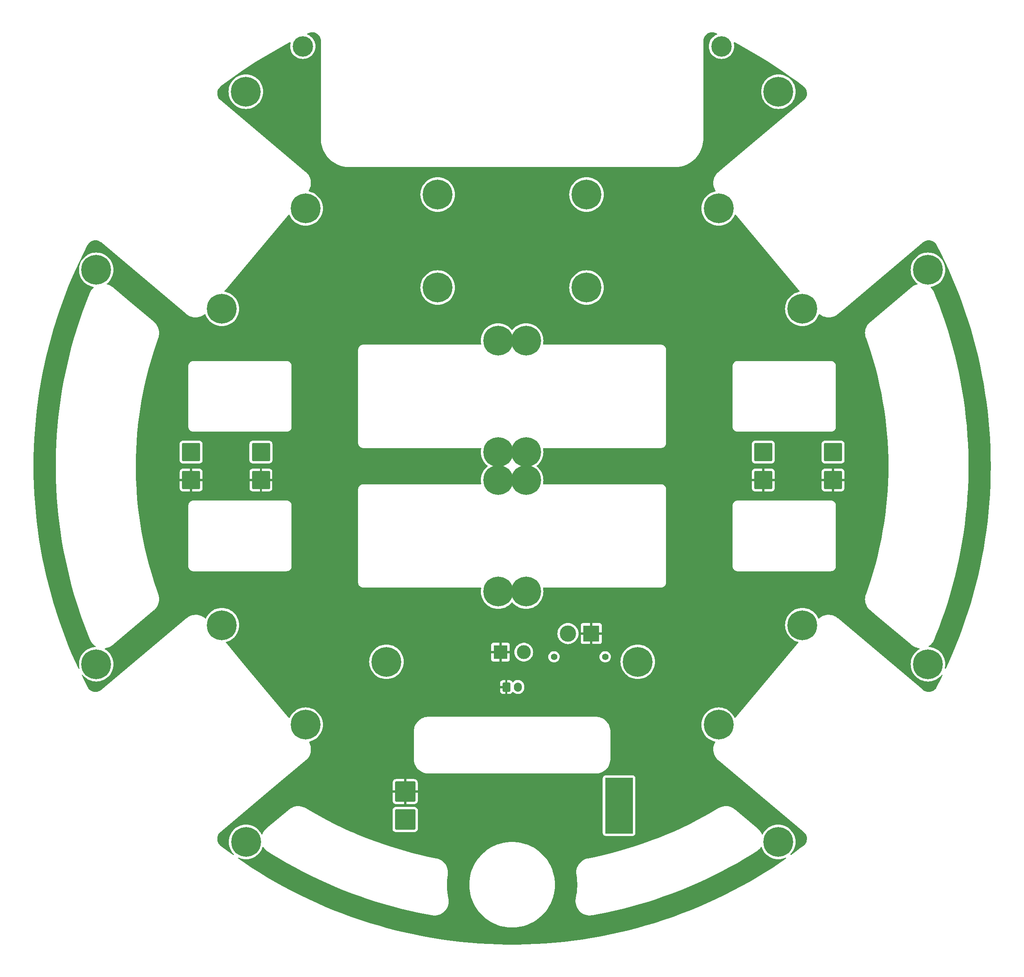
<source format=gbl>
G04 #@! TF.GenerationSoftware,KiCad,Pcbnew,7.0.9*
G04 #@! TF.CreationDate,2024-02-22T22:19:44+08:00*
G04 #@! TF.ProjectId,layer2,6c617965-7232-42e6-9b69-6361645f7063,rev?*
G04 #@! TF.SameCoordinates,Original*
G04 #@! TF.FileFunction,Copper,L2,Bot*
G04 #@! TF.FilePolarity,Positive*
%FSLAX46Y46*%
G04 Gerber Fmt 4.6, Leading zero omitted, Abs format (unit mm)*
G04 Created by KiCad (PCBNEW 7.0.9) date 2024-02-22 22:19:44*
%MOMM*%
%LPD*%
G01*
G04 APERTURE LIST*
G04 Aperture macros list*
%AMRoundRect*
0 Rectangle with rounded corners*
0 $1 Rounding radius*
0 $2 $3 $4 $5 $6 $7 $8 $9 X,Y pos of 4 corners*
0 Add a 4 corners polygon primitive as box body*
4,1,4,$2,$3,$4,$5,$6,$7,$8,$9,$2,$3,0*
0 Add four circle primitives for the rounded corners*
1,1,$1+$1,$2,$3*
1,1,$1+$1,$4,$5*
1,1,$1+$1,$6,$7*
1,1,$1+$1,$8,$9*
0 Add four rect primitives between the rounded corners*
20,1,$1+$1,$2,$3,$4,$5,0*
20,1,$1+$1,$4,$5,$6,$7,0*
20,1,$1+$1,$6,$7,$8,$9,0*
20,1,$1+$1,$8,$9,$2,$3,0*%
G04 Aperture macros list end*
G04 #@! TA.AperFunction,ComponentPad*
%ADD10RoundRect,0.250000X-0.600000X-0.750000X0.600000X-0.750000X0.600000X0.750000X-0.600000X0.750000X0*%
G04 #@! TD*
G04 #@! TA.AperFunction,ComponentPad*
%ADD11O,1.700000X2.000000*%
G04 #@! TD*
G04 #@! TA.AperFunction,ComponentPad*
%ADD12RoundRect,0.249999X-1.950001X-1.950001X1.950001X-1.950001X1.950001X1.950001X-1.950001X1.950001X0*%
G04 #@! TD*
G04 #@! TA.AperFunction,ComponentPad*
%ADD13RoundRect,0.250002X-1.699998X-1.699998X1.699998X-1.699998X1.699998X1.699998X-1.699998X1.699998X0*%
G04 #@! TD*
G04 #@! TA.AperFunction,ComponentPad*
%ADD14C,6.400000*%
G04 #@! TD*
G04 #@! TA.AperFunction,ComponentPad*
%ADD15R,3.000000X3.000000*%
G04 #@! TD*
G04 #@! TA.AperFunction,ComponentPad*
%ADD16C,3.000000*%
G04 #@! TD*
G04 #@! TA.AperFunction,ComponentPad*
%ADD17C,4.400000*%
G04 #@! TD*
G04 #@! TA.AperFunction,ComponentPad*
%ADD18C,1.400000*%
G04 #@! TD*
G04 #@! TA.AperFunction,ComponentPad*
%ADD19R,3.500000X3.500000*%
G04 #@! TD*
G04 #@! TA.AperFunction,ComponentPad*
%ADD20C,3.500000*%
G04 #@! TD*
G04 APERTURE END LIST*
D10*
X123750000Y-172500000D03*
D11*
X126250000Y-172500000D03*
D12*
X148000000Y-201000000D03*
X102000000Y-195000000D03*
D13*
X194000000Y-128000000D03*
D14*
X122000000Y-98000000D03*
X122000000Y-128000000D03*
X187400000Y-91191300D03*
X152012016Y-167075539D03*
D15*
X122500000Y-165000000D03*
D16*
X127500000Y-165000000D03*
D17*
X80000000Y-34750000D03*
D14*
X97987984Y-167075539D03*
X62600000Y-159200000D03*
D18*
X145000000Y-166000000D03*
X134000000Y-166000000D03*
D19*
X142000000Y-161000000D03*
D20*
X137000000Y-161000000D03*
D14*
X128000000Y-128000000D03*
X67750000Y-44500000D03*
D13*
X71000000Y-128000000D03*
D14*
X62600000Y-91191300D03*
X141000000Y-86610723D03*
D17*
X170000000Y-34750000D03*
D12*
X148000000Y-195000000D03*
D14*
X80600000Y-180600000D03*
X109000000Y-66610723D03*
X80600000Y-69600000D03*
X109000000Y-86610723D03*
X35600000Y-82800000D03*
D13*
X179000000Y-122000000D03*
D14*
X169400000Y-180600000D03*
D13*
X194000000Y-122000000D03*
D14*
X214400000Y-82800000D03*
X169400000Y-69600000D03*
D13*
X56000000Y-122000000D03*
D14*
X214400000Y-167600000D03*
X35600000Y-167600000D03*
D13*
X71000000Y-122000000D03*
D14*
X67800000Y-205800000D03*
X182250000Y-44500000D03*
X141000000Y-66610723D03*
X187400000Y-159200000D03*
X128000000Y-122000000D03*
X128000000Y-152000000D03*
D13*
X179000000Y-128000000D03*
D14*
X122000000Y-122000000D03*
X128000000Y-98000000D03*
D12*
X102000000Y-201000000D03*
D14*
X122000000Y-152000000D03*
X182200000Y-205800000D03*
D13*
X56000000Y-128000000D03*
G04 #@! TA.AperFunction,Conductor*
G36*
X150943039Y-192019685D02*
G01*
X150988794Y-192072489D01*
X151000000Y-192124000D01*
X151000000Y-203876000D01*
X150980315Y-203943039D01*
X150927511Y-203988794D01*
X150876000Y-204000000D01*
X145124000Y-204000000D01*
X145056961Y-203980315D01*
X145011206Y-203927511D01*
X145000000Y-203876000D01*
X145000000Y-192124000D01*
X145019685Y-192056961D01*
X145072489Y-192011206D01*
X145124000Y-192000000D01*
X150876000Y-192000000D01*
X150943039Y-192019685D01*
G37*
G04 #@! TD.AperFunction*
G04 #@! TA.AperFunction,Conductor*
G36*
X168075680Y-31712983D02*
G01*
X168136797Y-31719404D01*
X168320426Y-31738698D01*
X168328600Y-31740117D01*
X168567718Y-31798310D01*
X168575626Y-31800806D01*
X168774619Y-31878621D01*
X168779138Y-31882117D01*
X168804947Y-31890720D01*
X168812241Y-31893678D01*
X169023955Y-31995617D01*
X169075817Y-32042436D01*
X169094134Y-32109861D01*
X169073091Y-32176487D01*
X169021051Y-32220415D01*
X168965096Y-32245599D01*
X168738995Y-32347358D01*
X168458584Y-32516873D01*
X168200645Y-32718955D01*
X167968955Y-32950645D01*
X167766873Y-33208584D01*
X167597358Y-33488995D01*
X167543371Y-33608951D01*
X167496682Y-33712691D01*
X167462878Y-33787800D01*
X167462872Y-33787815D01*
X167365399Y-34100620D01*
X167306332Y-34422935D01*
X167286549Y-34750000D01*
X167306332Y-35077064D01*
X167306332Y-35077069D01*
X167306333Y-35077070D01*
X167365397Y-35399371D01*
X167365398Y-35399375D01*
X167365399Y-35399379D01*
X167462872Y-35712184D01*
X167462876Y-35712196D01*
X167462879Y-35712203D01*
X167473224Y-35735188D01*
X167597358Y-36011004D01*
X167766873Y-36291415D01*
X167968955Y-36549354D01*
X168200645Y-36781044D01*
X168200649Y-36781047D01*
X168458584Y-36983126D01*
X168738996Y-37152642D01*
X169037797Y-37287121D01*
X169037810Y-37287125D01*
X169037815Y-37287127D01*
X169246351Y-37352109D01*
X169350629Y-37384603D01*
X169672930Y-37443667D01*
X170000000Y-37463451D01*
X170327070Y-37443667D01*
X170649371Y-37384603D01*
X170962203Y-37287121D01*
X171261004Y-37152642D01*
X171541416Y-36983126D01*
X171799351Y-36781047D01*
X172031047Y-36549351D01*
X172233126Y-36291416D01*
X172402642Y-36011004D01*
X172537121Y-35712203D01*
X172634603Y-35399371D01*
X172693667Y-35077070D01*
X172713451Y-34750000D01*
X172693667Y-34422930D01*
X172634603Y-34100629D01*
X172609561Y-34020269D01*
X172608410Y-33950411D01*
X172645211Y-33891018D01*
X172708279Y-33860950D01*
X172777592Y-33869752D01*
X172785706Y-33873654D01*
X173743764Y-34377970D01*
X175358240Y-35265087D01*
X176956576Y-36180965D01*
X178538261Y-37125308D01*
X180102787Y-38097815D01*
X181649652Y-39098173D01*
X183178361Y-40126063D01*
X184688425Y-41181155D01*
X186179358Y-42263110D01*
X187647224Y-43368976D01*
X187647960Y-43369615D01*
X187648184Y-43369777D01*
X187652981Y-43373609D01*
X187843246Y-43541636D01*
X187849229Y-43547701D01*
X188004051Y-43727906D01*
X188013858Y-43739320D01*
X188018953Y-43746150D01*
X188124770Y-43910451D01*
X188155741Y-43958540D01*
X188159857Y-43966014D01*
X188227536Y-44111824D01*
X188266211Y-44195145D01*
X188269264Y-44203116D01*
X188343183Y-44444672D01*
X188345114Y-44452986D01*
X188385200Y-44702401D01*
X188385972Y-44710901D01*
X188391467Y-44963457D01*
X188391066Y-44971982D01*
X188361866Y-45222907D01*
X188360300Y-45231287D01*
X188349731Y-45272095D01*
X188296958Y-45475830D01*
X188294255Y-45483926D01*
X188197963Y-45717476D01*
X188194175Y-45725124D01*
X188066762Y-45943249D01*
X188061961Y-45950305D01*
X187905828Y-46148899D01*
X187900104Y-46155230D01*
X187716329Y-46332335D01*
X187713158Y-46335188D01*
X187637028Y-46399068D01*
X169403151Y-61699107D01*
X169403041Y-61699154D01*
X169238979Y-61836810D01*
X169120195Y-61959807D01*
X169013216Y-62070582D01*
X168913171Y-62198628D01*
X168813127Y-62326672D01*
X168640903Y-62602277D01*
X168498431Y-62894379D01*
X168431274Y-63078890D01*
X168387276Y-63199770D01*
X168382683Y-63218191D01*
X168308653Y-63515112D01*
X168263426Y-63836929D01*
X168252088Y-64161728D01*
X168274764Y-64485934D01*
X168331205Y-64805982D01*
X168331208Y-64805995D01*
X168420795Y-65118382D01*
X168420796Y-65118386D01*
X168542544Y-65419695D01*
X168542551Y-65419711D01*
X168674078Y-65667051D01*
X168695135Y-65706649D01*
X168695139Y-65706655D01*
X168695142Y-65706660D01*
X168738806Y-65771387D01*
X168759978Y-65837972D01*
X168741791Y-65905433D01*
X168690019Y-65952352D01*
X168655409Y-65963205D01*
X168627903Y-65967561D01*
X168252430Y-66068169D01*
X167889543Y-66207469D01*
X167543201Y-66383940D01*
X167217214Y-66595637D01*
X166915128Y-66840262D01*
X166915120Y-66840269D01*
X166640269Y-67115120D01*
X166640262Y-67115128D01*
X166395637Y-67417214D01*
X166183940Y-67743201D01*
X166007469Y-68089543D01*
X165868169Y-68452430D01*
X165767561Y-68827904D01*
X165767561Y-68827906D01*
X165706754Y-69211822D01*
X165686411Y-69599999D01*
X165686411Y-69600000D01*
X165706754Y-69988177D01*
X165767561Y-70372093D01*
X165767561Y-70372095D01*
X165868169Y-70747569D01*
X166007469Y-71110456D01*
X166183940Y-71456799D01*
X166395637Y-71782785D01*
X166395641Y-71782790D01*
X166395643Y-71782793D01*
X166640266Y-72084876D01*
X166915124Y-72359734D01*
X167217207Y-72604357D01*
X167217211Y-72604359D01*
X167217214Y-72604362D01*
X167543200Y-72816059D01*
X167543205Y-72816062D01*
X167889547Y-72992532D01*
X168252438Y-73131833D01*
X168627901Y-73232438D01*
X169011824Y-73293246D01*
X169378530Y-73312463D01*
X169399999Y-73313589D01*
X169400000Y-73313589D01*
X169400001Y-73313589D01*
X169420344Y-73312522D01*
X169788176Y-73293246D01*
X170172099Y-73232438D01*
X170547562Y-73131833D01*
X170910453Y-72992532D01*
X171256795Y-72816062D01*
X171582793Y-72604357D01*
X171884876Y-72359734D01*
X172159734Y-72084876D01*
X172404357Y-71782793D01*
X172616062Y-71456795D01*
X172792532Y-71110453D01*
X172840327Y-70985940D01*
X172882727Y-70930410D01*
X172948421Y-70906617D01*
X173016550Y-70922118D01*
X173051080Y-70950674D01*
X186803999Y-87340764D01*
X186832011Y-87404773D01*
X186820972Y-87473765D01*
X186774385Y-87525836D01*
X186728407Y-87542943D01*
X186627906Y-87558861D01*
X186627904Y-87558861D01*
X186252430Y-87659469D01*
X185889543Y-87798769D01*
X185543201Y-87975240D01*
X185217214Y-88186937D01*
X184915128Y-88431562D01*
X184915120Y-88431569D01*
X184640269Y-88706420D01*
X184640262Y-88706428D01*
X184395637Y-89008514D01*
X184183940Y-89334501D01*
X184007469Y-89680843D01*
X183868169Y-90043730D01*
X183767561Y-90419204D01*
X183767561Y-90419206D01*
X183709575Y-90785315D01*
X183706754Y-90803124D01*
X183686411Y-91191300D01*
X183706754Y-91579476D01*
X183767562Y-91963399D01*
X183856910Y-92296852D01*
X183868169Y-92338869D01*
X184007469Y-92701756D01*
X184183940Y-93048099D01*
X184395637Y-93374085D01*
X184395641Y-93374090D01*
X184395643Y-93374093D01*
X184640266Y-93676176D01*
X184915124Y-93951034D01*
X185217207Y-94195657D01*
X185217211Y-94195659D01*
X185217214Y-94195662D01*
X185481918Y-94367562D01*
X185543205Y-94407362D01*
X185889547Y-94583832D01*
X186252438Y-94723133D01*
X186627901Y-94823738D01*
X187011824Y-94884546D01*
X187378530Y-94903763D01*
X187399999Y-94904889D01*
X187400000Y-94904889D01*
X187400001Y-94904889D01*
X187420344Y-94903822D01*
X187788176Y-94884546D01*
X188172099Y-94823738D01*
X188547562Y-94723133D01*
X188910453Y-94583832D01*
X189256795Y-94407362D01*
X189582793Y-94195657D01*
X189884876Y-93951034D01*
X190159734Y-93676176D01*
X190404357Y-93374093D01*
X190616062Y-93048095D01*
X190792532Y-92701753D01*
X190904788Y-92409314D01*
X190947189Y-92353785D01*
X191012883Y-92329992D01*
X191081011Y-92345493D01*
X191096891Y-92356040D01*
X191236300Y-92464953D01*
X191236312Y-92464961D01*
X191511888Y-92637153D01*
X191511890Y-92637154D01*
X191511895Y-92637157D01*
X191803979Y-92779612D01*
X191803986Y-92779614D01*
X191803987Y-92779615D01*
X192017572Y-92857352D01*
X192109354Y-92890757D01*
X192424673Y-92969374D01*
X192746483Y-93014602D01*
X192990063Y-93023110D01*
X193071255Y-93025946D01*
X193071256Y-93025946D01*
X193071256Y-93025945D01*
X193071257Y-93025946D01*
X193146589Y-93020679D01*
X193395426Y-93003282D01*
X193395428Y-93003281D01*
X193395437Y-93003281D01*
X193715473Y-92946855D01*
X194027859Y-92857288D01*
X194329171Y-92735559D01*
X194616109Y-92583003D01*
X194885530Y-92401291D01*
X194927400Y-92366159D01*
X194927464Y-92366111D01*
X194929535Y-92364373D01*
X194929541Y-92364370D01*
X195010006Y-92296852D01*
X195088127Y-92231306D01*
X195088128Y-92231303D01*
X195090201Y-92229565D01*
X195090260Y-92229510D01*
X196900802Y-90710285D01*
X213360138Y-76899264D01*
X213363450Y-76896674D01*
X213569413Y-76746714D01*
X213576634Y-76742181D01*
X213799337Y-76622898D01*
X213807091Y-76619409D01*
X214044052Y-76531802D01*
X214052232Y-76529403D01*
X214099374Y-76519033D01*
X214298959Y-76475129D01*
X214307377Y-76473876D01*
X214559243Y-76453958D01*
X214567745Y-76453873D01*
X214819941Y-76468691D01*
X214828400Y-76469775D01*
X215076107Y-76519033D01*
X215076172Y-76519046D01*
X215084402Y-76521280D01*
X215323073Y-76604072D01*
X215330922Y-76607415D01*
X215555983Y-76722164D01*
X215563292Y-76726549D01*
X215770481Y-76871083D01*
X215777129Y-76876436D01*
X215962526Y-77048017D01*
X215968377Y-77054231D01*
X216128490Y-77249624D01*
X216133432Y-77256581D01*
X216266188Y-77473661D01*
X216266276Y-77473804D01*
X216268648Y-77478048D01*
X217163214Y-79237033D01*
X218024964Y-81015194D01*
X218852412Y-82809576D01*
X219645251Y-84619515D01*
X220403189Y-86444345D01*
X221125947Y-88283392D01*
X221813259Y-90135978D01*
X222464870Y-92001421D01*
X223080541Y-93879032D01*
X223660044Y-95768119D01*
X224203166Y-97667985D01*
X224709706Y-99577930D01*
X225179478Y-101497250D01*
X225612309Y-103425236D01*
X226008038Y-105361178D01*
X226366521Y-107304362D01*
X226687624Y-109254072D01*
X226971229Y-111209587D01*
X227217233Y-113170188D01*
X227425543Y-115135152D01*
X227596084Y-117103752D01*
X227728792Y-119075265D01*
X227823618Y-121048963D01*
X227880528Y-123024117D01*
X227899500Y-125000000D01*
X227880528Y-126975883D01*
X227823618Y-128951037D01*
X227728792Y-130924735D01*
X227596084Y-132896248D01*
X227425543Y-134864848D01*
X227217233Y-136829812D01*
X226971229Y-138790413D01*
X226687624Y-140745928D01*
X226366521Y-142695638D01*
X226008038Y-144638822D01*
X225612309Y-146574764D01*
X225179478Y-148502750D01*
X224709706Y-150422070D01*
X224203166Y-152332015D01*
X223660044Y-154231881D01*
X223080541Y-156120968D01*
X222464870Y-157998579D01*
X221813259Y-159864022D01*
X221125947Y-161716608D01*
X220403189Y-163555655D01*
X219645251Y-165380485D01*
X218852412Y-167190424D01*
X218259348Y-168476524D01*
X218213400Y-168529159D01*
X218146288Y-168548597D01*
X218079322Y-168528666D01*
X218033761Y-168475695D01*
X218024072Y-168406500D01*
X218026964Y-168392525D01*
X218032438Y-168372099D01*
X218093246Y-167988176D01*
X218113589Y-167600000D01*
X218093246Y-167211824D01*
X218032438Y-166827901D01*
X217931833Y-166452438D01*
X217792532Y-166089547D01*
X217616062Y-165743206D01*
X217608867Y-165732126D01*
X217404362Y-165417214D01*
X217404359Y-165417211D01*
X217404357Y-165417207D01*
X217159734Y-165115124D01*
X216884876Y-164840266D01*
X216582793Y-164595643D01*
X216582790Y-164595641D01*
X216582785Y-164595637D01*
X216256799Y-164383940D01*
X215910456Y-164207469D01*
X215547569Y-164068169D01*
X215547562Y-164068167D01*
X215172099Y-163967562D01*
X215172095Y-163967561D01*
X215172094Y-163967561D01*
X214788177Y-163906754D01*
X214648855Y-163899452D01*
X214582938Y-163876286D01*
X214540009Y-163821159D01*
X214533699Y-163751575D01*
X214566011Y-163689626D01*
X214590025Y-163670221D01*
X214652213Y-163631685D01*
X214908346Y-163433236D01*
X215142402Y-163209173D01*
X215142407Y-163209166D01*
X215142412Y-163209162D01*
X215351820Y-162961954D01*
X215351823Y-162961949D01*
X215351833Y-162961938D01*
X215534356Y-162694222D01*
X215687984Y-162408942D01*
X215744610Y-162270953D01*
X215750892Y-162255656D01*
X215763516Y-162224925D01*
X215763711Y-162224429D01*
X215788222Y-162164729D01*
X215788222Y-162164725D01*
X215791505Y-162156730D01*
X215791512Y-162156708D01*
X216112376Y-161375173D01*
X216803608Y-159593581D01*
X217460007Y-157798862D01*
X218081324Y-155991699D01*
X218667323Y-154172777D01*
X219217782Y-152342786D01*
X219732491Y-150502420D01*
X220211256Y-148652377D01*
X220653896Y-146793361D01*
X221060241Y-144926075D01*
X221430138Y-143051228D01*
X221763446Y-141169533D01*
X222060040Y-139281702D01*
X222319806Y-137388452D01*
X222542645Y-135490502D01*
X222728475Y-133588571D01*
X222877223Y-131683381D01*
X222988833Y-129775656D01*
X223063264Y-127866119D01*
X223100486Y-125955494D01*
X223100486Y-124044506D01*
X223063264Y-122133881D01*
X222988833Y-120224344D01*
X222877223Y-118316619D01*
X222728475Y-116411429D01*
X222542645Y-114509498D01*
X222319806Y-112611548D01*
X222060040Y-110718298D01*
X221763446Y-108830467D01*
X221430138Y-106948772D01*
X221060241Y-105073925D01*
X220653896Y-103206639D01*
X220211256Y-101347623D01*
X219732491Y-99497580D01*
X219217782Y-97657214D01*
X218667323Y-95827223D01*
X218081324Y-94008301D01*
X217460007Y-92201138D01*
X216803608Y-90406419D01*
X216112376Y-88624827D01*
X215791352Y-87842902D01*
X215791342Y-87842869D01*
X215763734Y-87775626D01*
X215763733Y-87775621D01*
X215746606Y-87733904D01*
X215735166Y-87706042D01*
X215716043Y-87659467D01*
X215710757Y-87646591D01*
X215710754Y-87646587D01*
X215709738Y-87644111D01*
X215709566Y-87643743D01*
X215687952Y-87591073D01*
X215534326Y-87305796D01*
X215351805Y-87038083D01*
X215351796Y-87038072D01*
X215351792Y-87038066D01*
X215142387Y-86790861D01*
X215142377Y-86790851D01*
X215005987Y-86660284D01*
X214971172Y-86599705D01*
X214974636Y-86529921D01*
X215015277Y-86473088D01*
X215072336Y-86448238D01*
X215172099Y-86432438D01*
X215547562Y-86331833D01*
X215910453Y-86192532D01*
X216256795Y-86016062D01*
X216582793Y-85804357D01*
X216884876Y-85559734D01*
X217159734Y-85284876D01*
X217404357Y-84982793D01*
X217616062Y-84656795D01*
X217792532Y-84310453D01*
X217931833Y-83947562D01*
X218032438Y-83572099D01*
X218093246Y-83188176D01*
X218113589Y-82800000D01*
X218093246Y-82411824D01*
X218032438Y-82027901D01*
X217931833Y-81652438D01*
X217792532Y-81289547D01*
X217616062Y-80943206D01*
X217404357Y-80617207D01*
X217159734Y-80315124D01*
X216884876Y-80040266D01*
X216582793Y-79795643D01*
X216582790Y-79795641D01*
X216582785Y-79795637D01*
X216256799Y-79583940D01*
X215910456Y-79407469D01*
X215547569Y-79268169D01*
X215431368Y-79237033D01*
X215172099Y-79167562D01*
X215172095Y-79167561D01*
X215172094Y-79167561D01*
X214788177Y-79106754D01*
X214400001Y-79086411D01*
X214399999Y-79086411D01*
X214011822Y-79106754D01*
X213627906Y-79167561D01*
X213627904Y-79167561D01*
X213252430Y-79268169D01*
X212889543Y-79407469D01*
X212543201Y-79583940D01*
X212217214Y-79795637D01*
X211915128Y-80040262D01*
X211915120Y-80040269D01*
X211640269Y-80315120D01*
X211640262Y-80315128D01*
X211395637Y-80617214D01*
X211183940Y-80943201D01*
X211007469Y-81289543D01*
X210868169Y-81652430D01*
X210767561Y-82027904D01*
X210767561Y-82027906D01*
X210706754Y-82411822D01*
X210686411Y-82799999D01*
X210686411Y-82800000D01*
X210706754Y-83188177D01*
X210767561Y-83572093D01*
X210767561Y-83572095D01*
X210868169Y-83947569D01*
X211007469Y-84310456D01*
X211183940Y-84656799D01*
X211395637Y-84982785D01*
X211395641Y-84982790D01*
X211395643Y-84982793D01*
X211640266Y-85284876D01*
X211915124Y-85559734D01*
X212104199Y-85712845D01*
X212143910Y-85770331D01*
X212146238Y-85840162D01*
X212110443Y-85900166D01*
X212060491Y-85928364D01*
X211867311Y-85984018D01*
X211867292Y-85984024D01*
X211567013Y-86105670D01*
X211566992Y-86105680D01*
X211281021Y-86257960D01*
X211280996Y-86257976D01*
X211012466Y-86439221D01*
X211012433Y-86439246D01*
X210888359Y-86543390D01*
X210810234Y-86608943D01*
X202067398Y-93945052D01*
X202067390Y-93945058D01*
X202062661Y-93949025D01*
X202062661Y-93949026D01*
X202054468Y-93955900D01*
X202021481Y-93983581D01*
X202021467Y-93983586D01*
X201979759Y-94018591D01*
X201944310Y-94048337D01*
X201944170Y-94048465D01*
X201863700Y-94116014D01*
X201643828Y-94342327D01*
X201448067Y-94589789D01*
X201448065Y-94589791D01*
X201278430Y-94855848D01*
X201278424Y-94855859D01*
X201136675Y-95137756D01*
X201136667Y-95137774D01*
X201024268Y-95432593D01*
X200942369Y-95737326D01*
X200891827Y-96048782D01*
X200873160Y-96363773D01*
X200873160Y-96363785D01*
X200886563Y-96679027D01*
X200931897Y-96991297D01*
X201008690Y-97297328D01*
X201008698Y-97297353D01*
X201026620Y-97346856D01*
X201026752Y-97347281D01*
X201062409Y-97445709D01*
X201642955Y-99104317D01*
X202187339Y-100775143D01*
X202695303Y-102457399D01*
X203166608Y-104150291D01*
X203601031Y-105853021D01*
X203998368Y-107564785D01*
X204358431Y-109284775D01*
X204681051Y-111012181D01*
X204966074Y-112746186D01*
X205213367Y-114485973D01*
X205422812Y-116230721D01*
X205594311Y-117979606D01*
X205727784Y-119731804D01*
X205823166Y-121486488D01*
X205880414Y-123242829D01*
X205899499Y-125000000D01*
X205880414Y-126757171D01*
X205823166Y-128513512D01*
X205727784Y-130268196D01*
X205594311Y-132020394D01*
X205422812Y-133769279D01*
X205213367Y-135514027D01*
X204966074Y-137253814D01*
X204681051Y-138987819D01*
X204358431Y-140715225D01*
X203998368Y-142435215D01*
X203601031Y-144146979D01*
X203166608Y-145849709D01*
X202695303Y-147542601D01*
X202187339Y-149224857D01*
X201642955Y-150895683D01*
X201064134Y-152549361D01*
X201062361Y-152554258D01*
X201008647Y-152702610D01*
X200957044Y-152908232D01*
X200931837Y-153008680D01*
X200886498Y-153320945D01*
X200886497Y-153320957D01*
X200873092Y-153636208D01*
X200873092Y-153636220D01*
X200891760Y-153951226D01*
X200909475Y-154060380D01*
X200942310Y-154262700D01*
X201024218Y-154567438D01*
X201136638Y-154862286D01*
X201278379Y-155144140D01*
X201278408Y-155144197D01*
X201448032Y-155410210D01*
X201448067Y-155410264D01*
X201544247Y-155531830D01*
X201643858Y-155657733D01*
X201863703Y-155883989D01*
X201863758Y-155884045D01*
X201878743Y-155896622D01*
X201901726Y-155915914D01*
X201901942Y-155916112D01*
X201904062Y-155917891D01*
X201904063Y-155917892D01*
X203323865Y-157109247D01*
X210807603Y-163388849D01*
X210848866Y-163423473D01*
X210848914Y-163423545D01*
X210888337Y-163456635D01*
X210888337Y-163456636D01*
X211012426Y-163560792D01*
X211280992Y-163742062D01*
X211280996Y-163742064D01*
X211281002Y-163742068D01*
X211566977Y-163894351D01*
X211566979Y-163894351D01*
X211566987Y-163894356D01*
X211867296Y-164016014D01*
X212178649Y-164105712D01*
X212275417Y-164122930D01*
X212491873Y-164161445D01*
X212554427Y-164192569D01*
X212590224Y-164252572D01*
X212587898Y-164322403D01*
X212548189Y-164379891D01*
X212537685Y-164387522D01*
X212217214Y-164595637D01*
X211915128Y-164840262D01*
X211915120Y-164840269D01*
X211640269Y-165115120D01*
X211640262Y-165115128D01*
X211395637Y-165417214D01*
X211183940Y-165743201D01*
X211007469Y-166089543D01*
X210868169Y-166452430D01*
X210767561Y-166827904D01*
X210767561Y-166827906D01*
X210709469Y-167194684D01*
X210706754Y-167211824D01*
X210686411Y-167600000D01*
X210706754Y-167988176D01*
X210767562Y-168372099D01*
X210824874Y-168585992D01*
X210868169Y-168747569D01*
X211007469Y-169110456D01*
X211183940Y-169456799D01*
X211395637Y-169782785D01*
X211395641Y-169782790D01*
X211395643Y-169782793D01*
X211640266Y-170084876D01*
X211915124Y-170359734D01*
X212217207Y-170604357D01*
X212217211Y-170604359D01*
X212217214Y-170604362D01*
X212501730Y-170789128D01*
X212543205Y-170816062D01*
X212889547Y-170992532D01*
X213252438Y-171131833D01*
X213627901Y-171232438D01*
X214011824Y-171293246D01*
X214378530Y-171312463D01*
X214399999Y-171313589D01*
X214400000Y-171313589D01*
X214400001Y-171313589D01*
X214420344Y-171312522D01*
X214788176Y-171293246D01*
X215172099Y-171232438D01*
X215547562Y-171131833D01*
X215910453Y-170992532D01*
X216256795Y-170816062D01*
X216582793Y-170604357D01*
X216884876Y-170359734D01*
X217159734Y-170084876D01*
X217309472Y-169899965D01*
X217366957Y-169860255D01*
X217436787Y-169857927D01*
X217496791Y-169893722D01*
X217527918Y-169956275D01*
X217520284Y-170025727D01*
X217517423Y-170032080D01*
X217163214Y-170762967D01*
X216268577Y-172522089D01*
X216266205Y-172526333D01*
X216133442Y-172743424D01*
X216128499Y-172750381D01*
X215968390Y-172945772D01*
X215962539Y-172951986D01*
X215777132Y-173123575D01*
X215770485Y-173128928D01*
X215563298Y-173273460D01*
X215555979Y-173277851D01*
X215330930Y-173392593D01*
X215323078Y-173395938D01*
X215084408Y-173478730D01*
X215076171Y-173480966D01*
X214828409Y-173530235D01*
X214819943Y-173531320D01*
X214567755Y-173546138D01*
X214559220Y-173546051D01*
X214307395Y-173526136D01*
X214298953Y-173524879D01*
X214052234Y-173470609D01*
X214044044Y-173468207D01*
X213807098Y-173380606D01*
X213799319Y-173377105D01*
X213576632Y-173257831D01*
X213569405Y-173253295D01*
X213569391Y-173253285D01*
X213398596Y-173128928D01*
X213363582Y-173103434D01*
X213360238Y-173100820D01*
X213315171Y-173063004D01*
X213283614Y-173036524D01*
X213283611Y-173036522D01*
X195049512Y-157736297D01*
X195049431Y-157736176D01*
X195010071Y-157703148D01*
X194929610Y-157635630D01*
X194885609Y-157598707D01*
X194885602Y-157598702D01*
X194616196Y-157416978D01*
X194616190Y-157416974D01*
X194616186Y-157416972D01*
X194329239Y-157264394D01*
X194329237Y-157264393D01*
X194329224Y-157264387D01*
X194027924Y-157142651D01*
X194027920Y-157142649D01*
X193715523Y-157053069D01*
X193715506Y-157053065D01*
X193395459Y-156996632D01*
X193177193Y-156981371D01*
X193071265Y-156973965D01*
X193071261Y-156973965D01*
X193071260Y-156973965D01*
X193071247Y-156973964D01*
X192746479Y-156985308D01*
X192746474Y-156985308D01*
X192424644Y-157030543D01*
X192109308Y-157109172D01*
X192109298Y-157109175D01*
X191803917Y-157220333D01*
X191803911Y-157220336D01*
X191511827Y-157362805D01*
X191236221Y-157535036D01*
X190981074Y-157734392D01*
X190916128Y-157760156D01*
X190847563Y-157746717D01*
X190797147Y-157698343D01*
X190794124Y-157692379D01*
X190794006Y-157692440D01*
X190764177Y-157633898D01*
X190616062Y-157343206D01*
X190564912Y-157264441D01*
X190404362Y-157017214D01*
X190404359Y-157017211D01*
X190404357Y-157017207D01*
X190159734Y-156715124D01*
X189884876Y-156440266D01*
X189582793Y-156195643D01*
X189582790Y-156195641D01*
X189582785Y-156195637D01*
X189256799Y-155983940D01*
X188910456Y-155807469D01*
X188547569Y-155668169D01*
X188547562Y-155668167D01*
X188172099Y-155567562D01*
X188172095Y-155567561D01*
X188172094Y-155567561D01*
X187788177Y-155506754D01*
X187400001Y-155486411D01*
X187399999Y-155486411D01*
X187011822Y-155506754D01*
X186627906Y-155567561D01*
X186627904Y-155567561D01*
X186252430Y-155668169D01*
X185889543Y-155807469D01*
X185543201Y-155983940D01*
X185217214Y-156195637D01*
X184915128Y-156440262D01*
X184915120Y-156440269D01*
X184640269Y-156715120D01*
X184640262Y-156715128D01*
X184395637Y-157017214D01*
X184183940Y-157343201D01*
X184007469Y-157689543D01*
X183868169Y-158052430D01*
X183767561Y-158427904D01*
X183767561Y-158427906D01*
X183706754Y-158811822D01*
X183686411Y-159199999D01*
X183686411Y-159200000D01*
X183706754Y-159588177D01*
X183750444Y-159864022D01*
X183767562Y-159972099D01*
X183792360Y-160064648D01*
X183868169Y-160347569D01*
X184007469Y-160710456D01*
X184183940Y-161056799D01*
X184395637Y-161382785D01*
X184395641Y-161382790D01*
X184395643Y-161382793D01*
X184640266Y-161684876D01*
X184915124Y-161959734D01*
X185217207Y-162204357D01*
X185217211Y-162204359D01*
X185217214Y-162204362D01*
X185532241Y-162408942D01*
X185543205Y-162416062D01*
X185889547Y-162592532D01*
X186252438Y-162731833D01*
X186465009Y-162788791D01*
X186524667Y-162825155D01*
X186555196Y-162888002D01*
X186546901Y-162957378D01*
X186527903Y-162988271D01*
X172997885Y-179112719D01*
X172939713Y-179151421D01*
X172869852Y-179152529D01*
X172810482Y-179115692D01*
X172792410Y-179089308D01*
X172747433Y-179001036D01*
X172616062Y-178743206D01*
X172404357Y-178417207D01*
X172159734Y-178115124D01*
X171884876Y-177840266D01*
X171582793Y-177595643D01*
X171582790Y-177595641D01*
X171582785Y-177595637D01*
X171256799Y-177383940D01*
X170910456Y-177207469D01*
X170547569Y-177068169D01*
X170547562Y-177068167D01*
X170172099Y-176967562D01*
X170172095Y-176967561D01*
X170172094Y-176967561D01*
X169788177Y-176906754D01*
X169400001Y-176886411D01*
X169399999Y-176886411D01*
X169011822Y-176906754D01*
X168627906Y-176967561D01*
X168627904Y-176967561D01*
X168252430Y-177068169D01*
X167889543Y-177207469D01*
X167543201Y-177383940D01*
X167217214Y-177595637D01*
X166915128Y-177840262D01*
X166915120Y-177840269D01*
X166640269Y-178115120D01*
X166640262Y-178115128D01*
X166395637Y-178417214D01*
X166183940Y-178743201D01*
X166007469Y-179089543D01*
X165868169Y-179452430D01*
X165767561Y-179827904D01*
X165767561Y-179827906D01*
X165706754Y-180211822D01*
X165686411Y-180599999D01*
X165686411Y-180600000D01*
X165706754Y-180988177D01*
X165739739Y-181196433D01*
X165767562Y-181372099D01*
X165805665Y-181514303D01*
X165868169Y-181747569D01*
X166007469Y-182110456D01*
X166183940Y-182456799D01*
X166395637Y-182782785D01*
X166395641Y-182782790D01*
X166395643Y-182782793D01*
X166640266Y-183084876D01*
X166915124Y-183359734D01*
X167217207Y-183604357D01*
X167217211Y-183604359D01*
X167217214Y-183604362D01*
X167543200Y-183816059D01*
X167543205Y-183816062D01*
X167889547Y-183992532D01*
X168252438Y-184131833D01*
X168564579Y-184215470D01*
X168624237Y-184251834D01*
X168654766Y-184314681D01*
X168646471Y-184384056D01*
X168641968Y-184393460D01*
X168542597Y-184580341D01*
X168542594Y-184580348D01*
X168420852Y-184881656D01*
X168331273Y-185194038D01*
X168331271Y-185194047D01*
X168274836Y-185514076D01*
X168274835Y-185514084D01*
X168274835Y-185514086D01*
X168255220Y-185794545D01*
X168252161Y-185838276D01*
X168253162Y-185866957D01*
X168263498Y-186163056D01*
X168263498Y-186163062D01*
X168263499Y-186163064D01*
X168308719Y-186484857D01*
X168308723Y-186484878D01*
X168387336Y-186800191D01*
X168387341Y-186800209D01*
X168498481Y-187105572D01*
X168498483Y-187105577D01*
X168498503Y-187105619D01*
X168640945Y-187397674D01*
X168813156Y-187673274D01*
X169013232Y-187929362D01*
X169238981Y-188163134D01*
X169280793Y-188198218D01*
X169280813Y-188198237D01*
X169282957Y-188200036D01*
X169282958Y-188200037D01*
X169623387Y-188485691D01*
X187634869Y-203599120D01*
X187634881Y-203599131D01*
X187637035Y-203600938D01*
X187713532Y-203665125D01*
X187716676Y-203667953D01*
X187900137Y-203844756D01*
X187905849Y-203851075D01*
X188039189Y-204020674D01*
X188061986Y-204049670D01*
X188066787Y-204056726D01*
X188194205Y-204274861D01*
X188197993Y-204282509D01*
X188294286Y-204516063D01*
X188296989Y-204524159D01*
X188360331Y-204768697D01*
X188361899Y-204777087D01*
X188391099Y-205028015D01*
X188391500Y-205036540D01*
X188386005Y-205289101D01*
X188385233Y-205297601D01*
X188345146Y-205547021D01*
X188343215Y-205555335D01*
X188269295Y-205796895D01*
X188266242Y-205804865D01*
X188263287Y-205811232D01*
X188159883Y-206034006D01*
X188155775Y-206041468D01*
X188116486Y-206102473D01*
X188018987Y-206253857D01*
X188013884Y-206260698D01*
X187849257Y-206452315D01*
X187843263Y-206458391D01*
X187652826Y-206626569D01*
X187649052Y-206629647D01*
X186886235Y-207203362D01*
X186043748Y-207836997D01*
X185009229Y-208583862D01*
X184943353Y-208607143D01*
X184875347Y-208591112D01*
X184826803Y-208540860D01*
X184813134Y-208472340D01*
X184838680Y-208407308D01*
X184848951Y-208395658D01*
X184959734Y-208284876D01*
X185204357Y-207982793D01*
X185416062Y-207656795D01*
X185592532Y-207310453D01*
X185731833Y-206947562D01*
X185832438Y-206572099D01*
X185893246Y-206188176D01*
X185913589Y-205800000D01*
X185913304Y-205794571D01*
X185902915Y-205596327D01*
X185893246Y-205411824D01*
X185832438Y-205027901D01*
X185731833Y-204652438D01*
X185592532Y-204289547D01*
X185416062Y-203943206D01*
X185372417Y-203875998D01*
X185204362Y-203617214D01*
X185204359Y-203617211D01*
X185204357Y-203617207D01*
X184959734Y-203315124D01*
X184684876Y-203040266D01*
X184382793Y-202795643D01*
X184382790Y-202795641D01*
X184382785Y-202795637D01*
X184056799Y-202583940D01*
X183710456Y-202407469D01*
X183347569Y-202268169D01*
X183347562Y-202268167D01*
X182972099Y-202167562D01*
X182972095Y-202167561D01*
X182972094Y-202167561D01*
X182588177Y-202106754D01*
X182200001Y-202086411D01*
X182199999Y-202086411D01*
X181811822Y-202106754D01*
X181427906Y-202167561D01*
X181427904Y-202167561D01*
X181052430Y-202268169D01*
X180689543Y-202407469D01*
X180343201Y-202583940D01*
X180017214Y-202795637D01*
X179715128Y-203040262D01*
X179715120Y-203040269D01*
X179440269Y-203315120D01*
X179440262Y-203315128D01*
X179195637Y-203617214D01*
X178983938Y-203943203D01*
X178983932Y-203943214D01*
X178893101Y-204121479D01*
X178845127Y-204172275D01*
X178777306Y-204189070D01*
X178711171Y-204166532D01*
X178667720Y-204111817D01*
X178666161Y-204107775D01*
X178650000Y-204063585D01*
X178649996Y-204063577D01*
X178507600Y-203772544D01*
X178507596Y-203772538D01*
X178507595Y-203772537D01*
X178507594Y-203772534D01*
X178335635Y-203497916D01*
X178335634Y-203497914D01*
X178335630Y-203497908D01*
X178136002Y-203242727D01*
X178135993Y-203242716D01*
X177910840Y-203009712D01*
X177910841Y-203009712D01*
X177786715Y-202905593D01*
X177773788Y-202894746D01*
X177747494Y-202872683D01*
X176832128Y-202104599D01*
X173026497Y-198911293D01*
X173026473Y-198911271D01*
X172945992Y-198843743D01*
X172905603Y-198809853D01*
X172903820Y-198808427D01*
X172862944Y-198774144D01*
X172823041Y-198740676D01*
X172725174Y-198674478D01*
X172557263Y-198560902D01*
X172557258Y-198560899D01*
X172274345Y-198409517D01*
X172100838Y-198338618D01*
X171977310Y-198288141D01*
X171977306Y-198288139D01*
X171977304Y-198288139D01*
X171669341Y-198198073D01*
X171669339Y-198198072D01*
X171669337Y-198198072D01*
X171353713Y-198140271D01*
X171353706Y-198140270D01*
X171353711Y-198140270D01*
X171033811Y-198115355D01*
X171033809Y-198115355D01*
X171014342Y-198115854D01*
X170713050Y-198123589D01*
X170713042Y-198123589D01*
X170713042Y-198123590D01*
X170394837Y-198164888D01*
X170297988Y-198187816D01*
X170082597Y-198238808D01*
X169779651Y-198344561D01*
X169489240Y-198481017D01*
X169441745Y-198509645D01*
X169441547Y-198509753D01*
X169351947Y-198563773D01*
X167821408Y-199465099D01*
X166272580Y-200334574D01*
X164706106Y-201171839D01*
X163122655Y-201976536D01*
X161522904Y-202748321D01*
X159907538Y-203486863D01*
X158277246Y-204191848D01*
X156632727Y-204862973D01*
X154974682Y-205499952D01*
X153303822Y-206102513D01*
X151620860Y-206670397D01*
X149926515Y-207203362D01*
X148221514Y-207701180D01*
X146506583Y-208163639D01*
X144782457Y-208590540D01*
X143049873Y-208981700D01*
X141309443Y-209336979D01*
X141307701Y-209337316D01*
X141307473Y-209337297D01*
X141307117Y-209337429D01*
X141270778Y-209344456D01*
X141255480Y-209347415D01*
X141220006Y-209354262D01*
X141142661Y-209369193D01*
X140817927Y-209469851D01*
X140506164Y-209605396D01*
X140506159Y-209605399D01*
X140211089Y-209774207D01*
X140211074Y-209774216D01*
X139936214Y-209974277D01*
X139684874Y-210203183D01*
X139460054Y-210458202D01*
X139264468Y-210736258D01*
X139100444Y-211034039D01*
X138969956Y-211347960D01*
X138874567Y-211674269D01*
X138815420Y-212009044D01*
X138815418Y-212009066D01*
X138793310Y-212346969D01*
X138793224Y-212348286D01*
X138796228Y-212416212D01*
X138808246Y-212687921D01*
X138822996Y-212782894D01*
X138834173Y-212854854D01*
X138834337Y-212855912D01*
X138854404Y-213007965D01*
X138916745Y-213480351D01*
X138917047Y-213483128D01*
X138971103Y-214109256D01*
X138971278Y-214112016D01*
X138997052Y-214739957D01*
X138997104Y-214742753D01*
X138994546Y-215371194D01*
X138994472Y-215373989D01*
X138963588Y-216001659D01*
X138963388Y-216004448D01*
X138904236Y-216630129D01*
X138903910Y-216632905D01*
X138816620Y-217255246D01*
X138816169Y-217258006D01*
X138701188Y-217874294D01*
X138679008Y-217980013D01*
X138665982Y-218042101D01*
X138665971Y-218042152D01*
X138632876Y-218377580D01*
X138636331Y-218714604D01*
X138636331Y-218714606D01*
X138676296Y-219049274D01*
X138676298Y-219049288D01*
X138752299Y-219377644D01*
X138752300Y-219377649D01*
X138752301Y-219377650D01*
X138863441Y-219695826D01*
X138863452Y-219695856D01*
X139008415Y-220000094D01*
X139008430Y-220000126D01*
X139185536Y-220286896D01*
X139392682Y-220552782D01*
X139392686Y-220552786D01*
X139627428Y-220794652D01*
X139886997Y-221009645D01*
X139887005Y-221009651D01*
X140168356Y-221195250D01*
X140168361Y-221195253D01*
X140468156Y-221349255D01*
X140468159Y-221349256D01*
X140782893Y-221469864D01*
X141108846Y-221555648D01*
X141442177Y-221605597D01*
X141778957Y-221619124D01*
X142115220Y-221596068D01*
X142177885Y-221584864D01*
X142178257Y-221584816D01*
X142180760Y-221584367D01*
X142180761Y-221584368D01*
X142279204Y-221566749D01*
X142279840Y-221566635D01*
X142281131Y-221566406D01*
X142341252Y-221555648D01*
X142381498Y-221548447D01*
X142381500Y-221548446D01*
X142384675Y-221547878D01*
X142384777Y-221547854D01*
X143215539Y-221399177D01*
X145077514Y-221028644D01*
X146931971Y-220622151D01*
X148778214Y-220179849D01*
X150615553Y-219701904D01*
X152443299Y-219188494D01*
X154260769Y-218639813D01*
X156067280Y-218056065D01*
X157862158Y-217437469D01*
X159644729Y-216784257D01*
X161414326Y-216096674D01*
X163170287Y-215374976D01*
X164911954Y-214619435D01*
X166638674Y-213830332D01*
X168349802Y-213007964D01*
X170044695Y-212152639D01*
X171722721Y-211264677D01*
X173383249Y-210344410D01*
X175025659Y-209392183D01*
X176649335Y-208408353D01*
X177365310Y-207955364D01*
X177414751Y-207924083D01*
X177414756Y-207924082D01*
X177451508Y-207900829D01*
X177485277Y-207879463D01*
X177501845Y-207868981D01*
X177501847Y-207868978D01*
X177537684Y-207846305D01*
X177537684Y-207846304D01*
X177539838Y-207844942D01*
X177540154Y-207844719D01*
X177588389Y-207814214D01*
X177842659Y-207613385D01*
X178074614Y-207387150D01*
X178281727Y-207137972D01*
X178441931Y-206898216D01*
X178495542Y-206853414D01*
X178564867Y-206844707D01*
X178627894Y-206874862D01*
X178664613Y-206934306D01*
X178664756Y-206934835D01*
X178664819Y-206935066D01*
X178668169Y-206947569D01*
X178807469Y-207310456D01*
X178983940Y-207656799D01*
X179195637Y-207982785D01*
X179195641Y-207982790D01*
X179195643Y-207982793D01*
X179440266Y-208284876D01*
X179715124Y-208559734D01*
X180017207Y-208804357D01*
X180017211Y-208804359D01*
X180017214Y-208804362D01*
X180223392Y-208938255D01*
X180343205Y-209016062D01*
X180689547Y-209192532D01*
X181052438Y-209331833D01*
X181427901Y-209432438D01*
X181811824Y-209493246D01*
X182178530Y-209512463D01*
X182199999Y-209513589D01*
X182200000Y-209513589D01*
X182200001Y-209513589D01*
X182220344Y-209512522D01*
X182588176Y-209493246D01*
X182972099Y-209432438D01*
X183347562Y-209331833D01*
X183710453Y-209192532D01*
X183754415Y-209170131D01*
X183823084Y-209157235D01*
X183887825Y-209183510D01*
X183928082Y-209240616D01*
X183931075Y-209310422D01*
X183895854Y-209370764D01*
X183881315Y-209382552D01*
X182760571Y-210158814D01*
X181085585Y-211271167D01*
X179389184Y-212350580D01*
X177672016Y-213396639D01*
X175934736Y-214408947D01*
X174178008Y-215387115D01*
X172402503Y-216330772D01*
X170608897Y-217239556D01*
X168797877Y-218113120D01*
X166970134Y-218951131D01*
X165126366Y-219753268D01*
X163267276Y-220519227D01*
X161393575Y-221248713D01*
X159505977Y-221941450D01*
X157605204Y-222597171D01*
X155691982Y-223215627D01*
X153767041Y-223796581D01*
X151831115Y-224339813D01*
X149884945Y-224845113D01*
X147929273Y-225312290D01*
X145964846Y-225741165D01*
X143992414Y-226131574D01*
X142012730Y-226483369D01*
X140026550Y-226796414D01*
X138034633Y-227070590D01*
X136037739Y-227305794D01*
X134036630Y-227501934D01*
X132032071Y-227658936D01*
X130024825Y-227776740D01*
X128015663Y-227855301D01*
X126005349Y-227894589D01*
X123994651Y-227894589D01*
X121984337Y-227855301D01*
X119975175Y-227776740D01*
X117967929Y-227658936D01*
X115963370Y-227501934D01*
X113962261Y-227305794D01*
X111965367Y-227070590D01*
X109973450Y-226796414D01*
X107987270Y-226483369D01*
X106007586Y-226131574D01*
X104035154Y-225741165D01*
X102070727Y-225312290D01*
X100115055Y-224845113D01*
X98168885Y-224339813D01*
X96232959Y-223796581D01*
X94308018Y-223215627D01*
X92394796Y-222597171D01*
X90494023Y-221941450D01*
X88606425Y-221248713D01*
X86732724Y-220519227D01*
X84873634Y-219753268D01*
X83029866Y-218951131D01*
X81202123Y-218113120D01*
X79391103Y-217239556D01*
X77597497Y-216330772D01*
X75821992Y-215387115D01*
X74065264Y-214408947D01*
X72327984Y-213396639D01*
X70610816Y-212350580D01*
X68914415Y-211271167D01*
X67239429Y-210158814D01*
X66118684Y-209382552D01*
X66074781Y-209328199D01*
X66067233Y-209258738D01*
X66098437Y-209196223D01*
X66158486Y-209160503D01*
X66228313Y-209162917D01*
X66245580Y-209170129D01*
X66289547Y-209192532D01*
X66652438Y-209331833D01*
X67027901Y-209432438D01*
X67411824Y-209493246D01*
X67778530Y-209512463D01*
X67799999Y-209513589D01*
X67800000Y-209513589D01*
X67800001Y-209513589D01*
X67820344Y-209512522D01*
X68188176Y-209493246D01*
X68572099Y-209432438D01*
X68947562Y-209331833D01*
X69310453Y-209192532D01*
X69656795Y-209016062D01*
X69982793Y-208804357D01*
X70284876Y-208559734D01*
X70559734Y-208284876D01*
X70804357Y-207982793D01*
X71016062Y-207656795D01*
X71192532Y-207310453D01*
X71331833Y-206947562D01*
X71335182Y-206935062D01*
X71371544Y-206875405D01*
X71434390Y-206844874D01*
X71503766Y-206853168D01*
X71557645Y-206897652D01*
X71558057Y-206898265D01*
X71718239Y-207137988D01*
X71718241Y-207137991D01*
X71861590Y-207310453D01*
X71925360Y-207387174D01*
X72157318Y-207613412D01*
X72411591Y-207814244D01*
X72540980Y-207896076D01*
X72548492Y-207900829D01*
X73350664Y-208408354D01*
X74974341Y-209392184D01*
X76616750Y-210344411D01*
X78277279Y-211264678D01*
X79955304Y-212152640D01*
X81650198Y-213007965D01*
X83361325Y-213830333D01*
X85088046Y-214619435D01*
X86829712Y-215374977D01*
X88585673Y-216096675D01*
X90355271Y-216784258D01*
X92137842Y-217437470D01*
X93932719Y-218056066D01*
X95739231Y-218639814D01*
X97556700Y-219188495D01*
X99384447Y-219701905D01*
X101221786Y-220179850D01*
X103068029Y-220622152D01*
X104922486Y-221028645D01*
X106784461Y-221399178D01*
X107691027Y-221561422D01*
X107718821Y-221566397D01*
X107718821Y-221566396D01*
X107775798Y-221576595D01*
X107775823Y-221576597D01*
X107819239Y-221584368D01*
X107819241Y-221584367D01*
X107821276Y-221584732D01*
X107822857Y-221584938D01*
X107884729Y-221596005D01*
X108164074Y-221615172D01*
X108220979Y-221619077D01*
X108220980Y-221619077D01*
X108220995Y-221619078D01*
X108557781Y-221605566D01*
X108891117Y-221555629D01*
X109217078Y-221469854D01*
X109531820Y-221349253D01*
X109831635Y-221195246D01*
X110112991Y-221009649D01*
X110372571Y-220794649D01*
X110607318Y-220552778D01*
X110814464Y-220286888D01*
X110991569Y-220000111D01*
X111136546Y-219695826D01*
X111247686Y-219377620D01*
X111323680Y-219049242D01*
X111363633Y-218714562D01*
X111367073Y-218377523D01*
X111340971Y-218113120D01*
X111333960Y-218042101D01*
X111320929Y-217980013D01*
X111320881Y-217979715D01*
X111320306Y-217976977D01*
X111320306Y-217976974D01*
X111299348Y-217877174D01*
X111183827Y-217257988D01*
X111183385Y-217255284D01*
X111096087Y-216632888D01*
X111095763Y-216630129D01*
X111088900Y-216557535D01*
X111036610Y-216004435D01*
X111036412Y-216001684D01*
X111005525Y-215373947D01*
X111005453Y-215371194D01*
X111004211Y-215065958D01*
X111003942Y-215000000D01*
X115794571Y-215000000D01*
X115814281Y-215602071D01*
X115833419Y-215796375D01*
X115873325Y-216201550D01*
X115969531Y-216784258D01*
X115971453Y-216795900D01*
X115971453Y-216795899D01*
X116108239Y-217382546D01*
X116161222Y-217557205D01*
X116283102Y-217958988D01*
X116312452Y-218036969D01*
X116495292Y-218522763D01*
X116743902Y-219071458D01*
X117027864Y-219602713D01*
X117027863Y-219602713D01*
X117345962Y-220114256D01*
X117696842Y-220603911D01*
X117696842Y-220603910D01*
X118078992Y-221069561D01*
X118078996Y-221069565D01*
X118078996Y-221069566D01*
X118490779Y-221509221D01*
X118930434Y-221921004D01*
X118930435Y-221921004D01*
X118930439Y-221921008D01*
X119396090Y-222303158D01*
X119396089Y-222303158D01*
X119885744Y-222654038D01*
X120397287Y-222972137D01*
X120397287Y-222972136D01*
X120928542Y-223256098D01*
X121477237Y-223504708D01*
X121486656Y-223508253D01*
X122041012Y-223716898D01*
X122041015Y-223716899D01*
X122041018Y-223716900D01*
X122041019Y-223716900D01*
X122617454Y-223891761D01*
X123204101Y-224028547D01*
X123204104Y-224028547D01*
X123204110Y-224028549D01*
X123798450Y-224126675D01*
X124016444Y-224148145D01*
X124397929Y-224185719D01*
X125000000Y-224205429D01*
X125602071Y-224185719D01*
X125983555Y-224148145D01*
X126201550Y-224126675D01*
X126795890Y-224028549D01*
X126795895Y-224028547D01*
X126795899Y-224028547D01*
X127382546Y-223891761D01*
X127958981Y-223716900D01*
X127958982Y-223716900D01*
X127958984Y-223716899D01*
X127958988Y-223716898D01*
X128513344Y-223508253D01*
X128522763Y-223504708D01*
X129071458Y-223256098D01*
X129602713Y-222972136D01*
X129602713Y-222972137D01*
X130114256Y-222654038D01*
X130603911Y-222303158D01*
X130603910Y-222303158D01*
X131069561Y-221921008D01*
X131069565Y-221921004D01*
X131069566Y-221921004D01*
X131509221Y-221509221D01*
X131921004Y-221069566D01*
X131921004Y-221069565D01*
X131921008Y-221069561D01*
X132303158Y-220603910D01*
X132303158Y-220603911D01*
X132654038Y-220114256D01*
X132972137Y-219602713D01*
X132972136Y-219602713D01*
X133256098Y-219071458D01*
X133504708Y-218522763D01*
X133687548Y-218036969D01*
X133716898Y-217958988D01*
X133838778Y-217557205D01*
X133891761Y-217382546D01*
X134028547Y-216795899D01*
X134028549Y-216795890D01*
X134126675Y-216201550D01*
X134166581Y-215796375D01*
X134185719Y-215602071D01*
X134205429Y-215000000D01*
X134185719Y-214397929D01*
X134126675Y-213798454D01*
X134126675Y-213798453D01*
X134094935Y-213606208D01*
X134028549Y-213204110D01*
X133982815Y-213007965D01*
X133891761Y-212617454D01*
X133716900Y-212041019D01*
X133716900Y-212041018D01*
X133704873Y-212009064D01*
X133578866Y-211674271D01*
X133504708Y-211477237D01*
X133256098Y-210928542D01*
X132972136Y-210397288D01*
X132972137Y-210397288D01*
X132654038Y-209885744D01*
X132303158Y-209396089D01*
X132303158Y-209396090D01*
X131921008Y-208930439D01*
X131921004Y-208930434D01*
X131509221Y-208490779D01*
X131069566Y-208078996D01*
X131069565Y-208078996D01*
X131069561Y-208078992D01*
X130603910Y-207696842D01*
X130603911Y-207696842D01*
X130258595Y-207449393D01*
X130114262Y-207345966D01*
X130114256Y-207345962D01*
X129602713Y-207027863D01*
X129602713Y-207027864D01*
X129071458Y-206743902D01*
X128522763Y-206495292D01*
X128139914Y-206351198D01*
X127958988Y-206283102D01*
X127958984Y-206283100D01*
X127958982Y-206283100D01*
X127958981Y-206283100D01*
X127382546Y-206108239D01*
X126795899Y-205971453D01*
X126795900Y-205971453D01*
X126795895Y-205971452D01*
X126795890Y-205971451D01*
X126201550Y-205873325D01*
X125983555Y-205851854D01*
X125602071Y-205814281D01*
X125000000Y-205794571D01*
X124397929Y-205814281D01*
X124016444Y-205851854D01*
X123798450Y-205873325D01*
X123204110Y-205971451D01*
X123204104Y-205971452D01*
X123204100Y-205971453D01*
X123204101Y-205971453D01*
X122617454Y-206108239D01*
X122041019Y-206283100D01*
X122041018Y-206283100D01*
X122041015Y-206283100D01*
X122041012Y-206283102D01*
X121860086Y-206351198D01*
X121477237Y-206495292D01*
X120928542Y-206743902D01*
X120397288Y-207027864D01*
X120397288Y-207027863D01*
X119885744Y-207345962D01*
X119885738Y-207345966D01*
X119741404Y-207449393D01*
X119396089Y-207696842D01*
X119396090Y-207696842D01*
X118930439Y-208078992D01*
X118930435Y-208078996D01*
X118930434Y-208078996D01*
X118490779Y-208490779D01*
X118078996Y-208930434D01*
X118078992Y-208930439D01*
X117696842Y-209396090D01*
X117696842Y-209396089D01*
X117345962Y-209885744D01*
X117027863Y-210397288D01*
X117027864Y-210397288D01*
X116743902Y-210928542D01*
X116495292Y-211477237D01*
X116421134Y-211674271D01*
X116295127Y-212009064D01*
X116283100Y-212041018D01*
X116283100Y-212041019D01*
X116108239Y-212617454D01*
X115971453Y-213204100D01*
X115971451Y-213204110D01*
X115905065Y-213606208D01*
X115873325Y-213798453D01*
X115873325Y-213798454D01*
X115814281Y-214397929D01*
X115794571Y-215000000D01*
X111003942Y-215000000D01*
X111002895Y-214742721D01*
X111002947Y-214739957D01*
X111013743Y-214476927D01*
X111028721Y-214112001D01*
X111028893Y-214109300D01*
X111082956Y-213483084D01*
X111083249Y-213480394D01*
X111165579Y-212856542D01*
X111165681Y-212855886D01*
X111165683Y-212855887D01*
X111191771Y-212687918D01*
X111206793Y-212348286D01*
X111184597Y-212009047D01*
X111125450Y-211674267D01*
X111030061Y-211347959D01*
X110899572Y-211034034D01*
X110735549Y-210736255D01*
X110539957Y-210458191D01*
X110539956Y-210458189D01*
X110539954Y-210458187D01*
X110315147Y-210203182D01*
X110315137Y-210203172D01*
X110063795Y-209974264D01*
X109788934Y-209774202D01*
X109788919Y-209774193D01*
X109493848Y-209605384D01*
X109493843Y-209605381D01*
X109182078Y-209469835D01*
X109182070Y-209469832D01*
X109182069Y-209469832D01*
X108857346Y-209369178D01*
X108857343Y-209369177D01*
X108857342Y-209369177D01*
X108692594Y-209337373D01*
X108692598Y-209337348D01*
X108692383Y-209337332D01*
X108690554Y-209336979D01*
X106950110Y-208981697D01*
X105217509Y-208590532D01*
X103493367Y-208163626D01*
X101778420Y-207701162D01*
X100073403Y-207203337D01*
X98379043Y-206670365D01*
X96696065Y-206102473D01*
X95025189Y-205499905D01*
X93367130Y-204862917D01*
X91722596Y-204191782D01*
X90992348Y-203876000D01*
X144486500Y-203876000D01*
X144486501Y-203876009D01*
X144498235Y-203985151D01*
X144498237Y-203985163D01*
X144509443Y-204036673D01*
X144544106Y-204140820D01*
X144544109Y-204140826D01*
X144623128Y-204263781D01*
X144623134Y-204263788D01*
X144668879Y-204316581D01*
X144668882Y-204316584D01*
X144668884Y-204316586D01*
X144685657Y-204331120D01*
X144779335Y-204412294D01*
X144779337Y-204412295D01*
X144779339Y-204412297D01*
X144912287Y-204473014D01*
X144955059Y-204485573D01*
X144979321Y-204492698D01*
X144979326Y-204492699D01*
X144979330Y-204492700D01*
X145124000Y-204513500D01*
X145124003Y-204513500D01*
X150875990Y-204513500D01*
X150876000Y-204513500D01*
X150985157Y-204501764D01*
X151036668Y-204490558D01*
X151071440Y-204478984D01*
X151140820Y-204455893D01*
X151140824Y-204455890D01*
X151140827Y-204455890D01*
X151263782Y-204376871D01*
X151316586Y-204331116D01*
X151412297Y-204220661D01*
X151473014Y-204087713D01*
X151492699Y-204020674D01*
X151492700Y-204020670D01*
X151513500Y-203876000D01*
X151513500Y-192124000D01*
X151501764Y-192014843D01*
X151490558Y-191963332D01*
X151490453Y-191963017D01*
X151455893Y-191859179D01*
X151455890Y-191859173D01*
X151376871Y-191736218D01*
X151376865Y-191736211D01*
X151331120Y-191683418D01*
X151331117Y-191683415D01*
X151220664Y-191587705D01*
X151220658Y-191587701D01*
X151087716Y-191526987D01*
X151020679Y-191507302D01*
X151020673Y-191507300D01*
X150933868Y-191494820D01*
X150876000Y-191486500D01*
X145124000Y-191486500D01*
X145123991Y-191486500D01*
X145123990Y-191486501D01*
X145014848Y-191498235D01*
X145014836Y-191498237D01*
X144963326Y-191509443D01*
X144859179Y-191544106D01*
X144859173Y-191544109D01*
X144736218Y-191623128D01*
X144736211Y-191623134D01*
X144683418Y-191668879D01*
X144683415Y-191668882D01*
X144587705Y-191779335D01*
X144587701Y-191779341D01*
X144526987Y-191912283D01*
X144507302Y-191979321D01*
X144507300Y-191979326D01*
X144502195Y-192014836D01*
X144486500Y-192124000D01*
X144486500Y-203876000D01*
X90992348Y-203876000D01*
X90092290Y-203486787D01*
X89028789Y-203000553D01*
X99291500Y-203000553D01*
X99302113Y-203104428D01*
X99357884Y-203272736D01*
X99357889Y-203272747D01*
X99450967Y-203423648D01*
X99450970Y-203423652D01*
X99576347Y-203549029D01*
X99576351Y-203549032D01*
X99727252Y-203642110D01*
X99727255Y-203642111D01*
X99727261Y-203642115D01*
X99895573Y-203697887D01*
X99999454Y-203708500D01*
X99999459Y-203708500D01*
X104000541Y-203708500D01*
X104000546Y-203708500D01*
X104104427Y-203697887D01*
X104272739Y-203642115D01*
X104423652Y-203549030D01*
X104549030Y-203423652D01*
X104642115Y-203272739D01*
X104697887Y-203104427D01*
X104708500Y-203000546D01*
X104708500Y-198999454D01*
X104697887Y-198895573D01*
X104642115Y-198727261D01*
X104642111Y-198727255D01*
X104642110Y-198727252D01*
X104549032Y-198576351D01*
X104549029Y-198576347D01*
X104423652Y-198450970D01*
X104423648Y-198450967D01*
X104272747Y-198357889D01*
X104272741Y-198357886D01*
X104272739Y-198357885D01*
X104232529Y-198344561D01*
X104104428Y-198302113D01*
X104000553Y-198291500D01*
X104000546Y-198291500D01*
X99999454Y-198291500D01*
X99999446Y-198291500D01*
X99895571Y-198302113D01*
X99727263Y-198357884D01*
X99727252Y-198357889D01*
X99576351Y-198450967D01*
X99576347Y-198450970D01*
X99450970Y-198576347D01*
X99450967Y-198576351D01*
X99357889Y-198727252D01*
X99357884Y-198727263D01*
X99302113Y-198895571D01*
X99291500Y-198999446D01*
X99291500Y-203000553D01*
X89028789Y-203000553D01*
X88476909Y-202748233D01*
X86877145Y-201976437D01*
X85293681Y-201171728D01*
X83727194Y-200334450D01*
X82178354Y-199464962D01*
X80647709Y-198563566D01*
X80558684Y-198509891D01*
X80557314Y-198509149D01*
X80510438Y-198480897D01*
X80510430Y-198480893D01*
X80220052Y-198344471D01*
X80220047Y-198344469D01*
X80171235Y-198327432D01*
X79917114Y-198238737D01*
X79917109Y-198238735D01*
X79917104Y-198238734D01*
X79917105Y-198238734D01*
X79697523Y-198186761D01*
X79604893Y-198164836D01*
X79604889Y-198164835D01*
X79604883Y-198164834D01*
X79286722Y-198123555D01*
X79286709Y-198123554D01*
X78965974Y-198115334D01*
X78965963Y-198115334D01*
X78646101Y-198140260D01*
X78646091Y-198140261D01*
X78330498Y-198198068D01*
X78330484Y-198198071D01*
X78022551Y-198288141D01*
X78022545Y-198288143D01*
X77725547Y-198409516D01*
X77442653Y-198560898D01*
X77442636Y-198560908D01*
X77176914Y-198740654D01*
X77176886Y-198740675D01*
X77136983Y-198774144D01*
X77136644Y-198774403D01*
X72252545Y-202872648D01*
X72252463Y-202872683D01*
X72089134Y-203009686D01*
X71870980Y-203235448D01*
X71863982Y-203242691D01*
X71840469Y-203272747D01*
X71664335Y-203497895D01*
X71492374Y-203772517D01*
X71349965Y-204063575D01*
X71333815Y-204107734D01*
X71292301Y-204163933D01*
X71226994Y-204188766D01*
X71158627Y-204174349D01*
X71108908Y-204125260D01*
X71106875Y-204121436D01*
X71063683Y-204036668D01*
X71016062Y-203943206D01*
X70972417Y-203875998D01*
X70804362Y-203617214D01*
X70804359Y-203617211D01*
X70804357Y-203617207D01*
X70559734Y-203315124D01*
X70284876Y-203040266D01*
X69982793Y-202795643D01*
X69982790Y-202795641D01*
X69982785Y-202795637D01*
X69656799Y-202583940D01*
X69310456Y-202407469D01*
X68947569Y-202268169D01*
X68947562Y-202268167D01*
X68572099Y-202167562D01*
X68572095Y-202167561D01*
X68572094Y-202167561D01*
X68188177Y-202106754D01*
X67800001Y-202086411D01*
X67799999Y-202086411D01*
X67411822Y-202106754D01*
X67027906Y-202167561D01*
X67027904Y-202167561D01*
X66652430Y-202268169D01*
X66289543Y-202407469D01*
X65943201Y-202583940D01*
X65617214Y-202795637D01*
X65315128Y-203040262D01*
X65315120Y-203040269D01*
X65040269Y-203315120D01*
X65040262Y-203315128D01*
X64795637Y-203617214D01*
X64583940Y-203943201D01*
X64407469Y-204289543D01*
X64268169Y-204652430D01*
X64167561Y-205027904D01*
X64167561Y-205027906D01*
X64106754Y-205411822D01*
X64086411Y-205799999D01*
X64086411Y-205800000D01*
X64106754Y-206188177D01*
X64121789Y-206283102D01*
X64167562Y-206572099D01*
X64213596Y-206743902D01*
X64268169Y-206947569D01*
X64407469Y-207310456D01*
X64583940Y-207656799D01*
X64795637Y-207982785D01*
X64795641Y-207982790D01*
X64795643Y-207982793D01*
X65040261Y-208284870D01*
X65040262Y-208284871D01*
X65040269Y-208284879D01*
X65151033Y-208395643D01*
X65184518Y-208456966D01*
X65179534Y-208526658D01*
X65137662Y-208582591D01*
X65072198Y-208607008D01*
X65003925Y-208592156D01*
X64990770Y-208583861D01*
X63956252Y-207836997D01*
X63925993Y-207814239D01*
X62351258Y-206629880D01*
X62347514Y-206626827D01*
X62156788Y-206458391D01*
X62156761Y-206458367D01*
X62150767Y-206452291D01*
X62063914Y-206351198D01*
X61986143Y-206260676D01*
X61981050Y-206253849D01*
X61844259Y-206041451D01*
X61840148Y-206033985D01*
X61813949Y-205977542D01*
X61733788Y-205804843D01*
X61730739Y-205796884D01*
X61656815Y-205555311D01*
X61654887Y-205547013D01*
X61614800Y-205297588D01*
X61614028Y-205289089D01*
X61612326Y-205210891D01*
X61608530Y-205036513D01*
X61608931Y-205028012D01*
X61638132Y-204777074D01*
X61639698Y-204768693D01*
X61669810Y-204652438D01*
X61703045Y-204524127D01*
X61705738Y-204516063D01*
X61802035Y-204282493D01*
X61805808Y-204274873D01*
X61933237Y-204056714D01*
X61938031Y-204049670D01*
X62094170Y-203851066D01*
X62099880Y-203844751D01*
X62283374Y-203667909D01*
X62286502Y-203665095D01*
X62362977Y-203600927D01*
X62362978Y-203600924D01*
X62372717Y-203592753D01*
X62372721Y-203592748D01*
X72911099Y-194750000D01*
X99300000Y-194750000D01*
X100520977Y-194750000D01*
X100500000Y-194875706D01*
X100500000Y-195124294D01*
X100520977Y-195250000D01*
X99300001Y-195250000D01*
X99300001Y-196999986D01*
X99310494Y-197102696D01*
X99310494Y-197102698D01*
X99365640Y-197269119D01*
X99365645Y-197269130D01*
X99457680Y-197418340D01*
X99457683Y-197418344D01*
X99581655Y-197542316D01*
X99581659Y-197542319D01*
X99730869Y-197634354D01*
X99730880Y-197634359D01*
X99897302Y-197689505D01*
X100000020Y-197699999D01*
X101749999Y-197699999D01*
X101750000Y-197699998D01*
X101750000Y-196484040D01*
X101752262Y-196484613D01*
X101937957Y-196500000D01*
X102062043Y-196500000D01*
X102247738Y-196484613D01*
X102250000Y-196484040D01*
X102250000Y-197699999D01*
X103999972Y-197699999D01*
X103999986Y-197699998D01*
X104102696Y-197689505D01*
X104102698Y-197689505D01*
X104269119Y-197634359D01*
X104269130Y-197634354D01*
X104418340Y-197542319D01*
X104418344Y-197542316D01*
X104542316Y-197418344D01*
X104542319Y-197418340D01*
X104634354Y-197269130D01*
X104634359Y-197269119D01*
X104689505Y-197102697D01*
X104699999Y-196999986D01*
X104700000Y-196999973D01*
X104700000Y-195250000D01*
X103479023Y-195250000D01*
X103500000Y-195124294D01*
X103500000Y-194875706D01*
X103479023Y-194750000D01*
X104699999Y-194750000D01*
X104699999Y-193000028D01*
X104699998Y-193000013D01*
X104689505Y-192897303D01*
X104689505Y-192897301D01*
X104634359Y-192730880D01*
X104634354Y-192730869D01*
X104542319Y-192581659D01*
X104542316Y-192581655D01*
X104418344Y-192457683D01*
X104418340Y-192457680D01*
X104269130Y-192365645D01*
X104269119Y-192365640D01*
X104102697Y-192310494D01*
X103999986Y-192300000D01*
X102250000Y-192300000D01*
X102250000Y-193515959D01*
X102247738Y-193515387D01*
X102062043Y-193500000D01*
X101937957Y-193500000D01*
X101752262Y-193515387D01*
X101750000Y-193515959D01*
X101750000Y-192300000D01*
X100000028Y-192300000D01*
X100000012Y-192300001D01*
X99897303Y-192310494D01*
X99897301Y-192310494D01*
X99730880Y-192365640D01*
X99730869Y-192365645D01*
X99581659Y-192457680D01*
X99581655Y-192457683D01*
X99457683Y-192581655D01*
X99457680Y-192581659D01*
X99365645Y-192730869D01*
X99365640Y-192730880D01*
X99310494Y-192897302D01*
X99300000Y-193000013D01*
X99300000Y-194750000D01*
X72911099Y-194750000D01*
X80676702Y-188233886D01*
X80676711Y-188233875D01*
X80677610Y-188233122D01*
X80677644Y-188233090D01*
X80760987Y-188163165D01*
X80761639Y-188162490D01*
X103899500Y-188162490D01*
X103933470Y-188485691D01*
X103933471Y-188485696D01*
X104001035Y-188803565D01*
X104001036Y-188803566D01*
X104001037Y-188803570D01*
X104101462Y-189112645D01*
X104233643Y-189409529D01*
X104233646Y-189409536D01*
X104396129Y-189690965D01*
X104396131Y-189690968D01*
X104396133Y-189690971D01*
X104587152Y-189953886D01*
X104804607Y-190195393D01*
X105046114Y-190412848D01*
X105309029Y-190603867D01*
X105309033Y-190603869D01*
X105309034Y-190603870D01*
X105590463Y-190766353D01*
X105590467Y-190766354D01*
X105590471Y-190766357D01*
X105887355Y-190898538D01*
X106196430Y-190998963D01*
X106196433Y-190998963D01*
X106196434Y-190998964D01*
X106240233Y-191008273D01*
X106514309Y-191066530D01*
X106837510Y-191100500D01*
X106837515Y-191100500D01*
X143162485Y-191100500D01*
X143162490Y-191100500D01*
X143485691Y-191066530D01*
X143803570Y-190998963D01*
X144112645Y-190898538D01*
X144409529Y-190766357D01*
X144690971Y-190603867D01*
X144953886Y-190412848D01*
X145195393Y-190195393D01*
X145412848Y-189953886D01*
X145603867Y-189690971D01*
X145766357Y-189409529D01*
X145898538Y-189112645D01*
X145998963Y-188803570D01*
X146066530Y-188485691D01*
X146100500Y-188162490D01*
X146100500Y-188000000D01*
X146100500Y-187898024D01*
X146100500Y-181947575D01*
X146100500Y-181837510D01*
X146066530Y-181514309D01*
X145998963Y-181196430D01*
X145898538Y-180887355D01*
X145766357Y-180590471D01*
X145766354Y-180590467D01*
X145766353Y-180590463D01*
X145603870Y-180309034D01*
X145603869Y-180309033D01*
X145603867Y-180309029D01*
X145412848Y-180046114D01*
X145195393Y-179804607D01*
X144953886Y-179587152D01*
X144690971Y-179396133D01*
X144690968Y-179396131D01*
X144690965Y-179396129D01*
X144409536Y-179233646D01*
X144409529Y-179233643D01*
X144112645Y-179101462D01*
X144112640Y-179101460D01*
X144112637Y-179101459D01*
X143935826Y-179044009D01*
X143803570Y-179001037D01*
X143803567Y-179001036D01*
X143803566Y-179001036D01*
X143803565Y-179001035D01*
X143529494Y-178942780D01*
X143485691Y-178933470D01*
X143162490Y-178899500D01*
X143105085Y-178899500D01*
X107101976Y-178899500D01*
X107000000Y-178899500D01*
X106837510Y-178899500D01*
X106514309Y-178933470D01*
X106514305Y-178933470D01*
X106514303Y-178933471D01*
X106196434Y-179001035D01*
X106196433Y-179001036D01*
X105887362Y-179101459D01*
X105590470Y-179233643D01*
X105590463Y-179233646D01*
X105309034Y-179396129D01*
X105231543Y-179452430D01*
X105046114Y-179587152D01*
X104804607Y-179804607D01*
X104587152Y-180046114D01*
X104466758Y-180211822D01*
X104396129Y-180309034D01*
X104233646Y-180590463D01*
X104233643Y-180590470D01*
X104101459Y-180887362D01*
X104001036Y-181196433D01*
X104001035Y-181196434D01*
X103936455Y-181500265D01*
X103933470Y-181514309D01*
X103899500Y-181837510D01*
X103899500Y-181894915D01*
X103899500Y-187898024D01*
X103899500Y-188000000D01*
X103899500Y-188162490D01*
X80761639Y-188162490D01*
X80986751Y-187929396D01*
X81186841Y-187673307D01*
X81359066Y-187397706D01*
X81359087Y-187397664D01*
X81501533Y-187105619D01*
X81501537Y-187105611D01*
X81612694Y-186800223D01*
X81691319Y-186484889D01*
X81736549Y-186163063D01*
X81743261Y-185970860D01*
X81747891Y-185838289D01*
X81747890Y-185838284D01*
X81747891Y-185838273D01*
X81725219Y-185514076D01*
X81668781Y-185194026D01*
X81579197Y-184881629D01*
X81457447Y-184580307D01*
X81358084Y-184393446D01*
X81343991Y-184325014D01*
X81369131Y-184259824D01*
X81425525Y-184218575D01*
X81435449Y-184215463D01*
X81747562Y-184131833D01*
X82110453Y-183992532D01*
X82456795Y-183816062D01*
X82782793Y-183604357D01*
X83084876Y-183359734D01*
X83359734Y-183084876D01*
X83604357Y-182782793D01*
X83816062Y-182456795D01*
X83992532Y-182110453D01*
X84131833Y-181747562D01*
X84232438Y-181372099D01*
X84293246Y-180988176D01*
X84313589Y-180600000D01*
X84293246Y-180211824D01*
X84232438Y-179827901D01*
X84131833Y-179452438D01*
X83992532Y-179089547D01*
X83816062Y-178743206D01*
X83604357Y-178417207D01*
X83359734Y-178115124D01*
X83084876Y-177840266D01*
X82782793Y-177595643D01*
X82782790Y-177595641D01*
X82782785Y-177595637D01*
X82456799Y-177383940D01*
X82110456Y-177207469D01*
X81747569Y-177068169D01*
X81747562Y-177068167D01*
X81372099Y-176967562D01*
X81372095Y-176967561D01*
X81372094Y-176967561D01*
X80988177Y-176906754D01*
X80600001Y-176886411D01*
X80599999Y-176886411D01*
X80211822Y-176906754D01*
X79827906Y-176967561D01*
X79827904Y-176967561D01*
X79452430Y-177068169D01*
X79089543Y-177207469D01*
X78743201Y-177383940D01*
X78417214Y-177595637D01*
X78115128Y-177840262D01*
X78115120Y-177840269D01*
X77840269Y-178115120D01*
X77840262Y-178115128D01*
X77595637Y-178417214D01*
X77383940Y-178743201D01*
X77207589Y-179089308D01*
X77159614Y-179140104D01*
X77091793Y-179156899D01*
X77025658Y-179134361D01*
X77002114Y-179112719D01*
X76992666Y-179101459D01*
X71243609Y-172250000D01*
X122400000Y-172250000D01*
X123316314Y-172250000D01*
X123290507Y-172290156D01*
X123250000Y-172428111D01*
X123250000Y-172571889D01*
X123290507Y-172709844D01*
X123316314Y-172750000D01*
X122400001Y-172750000D01*
X122400001Y-173299986D01*
X122410494Y-173402697D01*
X122465641Y-173569119D01*
X122465643Y-173569124D01*
X122557684Y-173718345D01*
X122681654Y-173842315D01*
X122830875Y-173934356D01*
X122830880Y-173934358D01*
X122997302Y-173989505D01*
X122997309Y-173989506D01*
X123100019Y-173999999D01*
X123499999Y-173999999D01*
X123500000Y-173999998D01*
X123500000Y-172935501D01*
X123607685Y-172984680D01*
X123714237Y-173000000D01*
X123785763Y-173000000D01*
X123892315Y-172984680D01*
X124000000Y-172935501D01*
X124000000Y-173999999D01*
X124399972Y-173999999D01*
X124399986Y-173999998D01*
X124502697Y-173989505D01*
X124669119Y-173934358D01*
X124669124Y-173934356D01*
X124818345Y-173842315D01*
X124942317Y-173718343D01*
X125034338Y-173569153D01*
X125086286Y-173522428D01*
X125155248Y-173511205D01*
X125219331Y-173539048D01*
X125229397Y-173548446D01*
X125349228Y-173673476D01*
X125535153Y-173810985D01*
X125741643Y-173915095D01*
X125962757Y-173982811D01*
X126192135Y-174012184D01*
X126423178Y-174002369D01*
X126649238Y-173953649D01*
X126863813Y-173867426D01*
X127060730Y-173746179D01*
X127234324Y-173593398D01*
X127379600Y-173413476D01*
X127492380Y-173211591D01*
X127569419Y-172993550D01*
X127597325Y-172830798D01*
X127608499Y-172765634D01*
X127608500Y-172765623D01*
X127608500Y-172292281D01*
X127593802Y-172119586D01*
X127535530Y-171895793D01*
X127535529Y-171895789D01*
X127440283Y-171685080D01*
X127440276Y-171685068D01*
X127310790Y-171493486D01*
X127310786Y-171493481D01*
X127310783Y-171493477D01*
X127150772Y-171326524D01*
X126964847Y-171189015D01*
X126964846Y-171189014D01*
X126964844Y-171189013D01*
X126758358Y-171084905D01*
X126630888Y-171045867D01*
X126537243Y-171017189D01*
X126537241Y-171017188D01*
X126537242Y-171017188D01*
X126307859Y-170987815D01*
X126076827Y-170997630D01*
X126076821Y-170997630D01*
X125850759Y-171046351D01*
X125636190Y-171132572D01*
X125439270Y-171253820D01*
X125265679Y-171406599D01*
X125265671Y-171406607D01*
X125236096Y-171443235D01*
X125178665Y-171483028D01*
X125108838Y-171485453D01*
X125048784Y-171449742D01*
X125034082Y-171430432D01*
X124942315Y-171281654D01*
X124818345Y-171157684D01*
X124669124Y-171065643D01*
X124669119Y-171065641D01*
X124502697Y-171010494D01*
X124502690Y-171010493D01*
X124399986Y-171000000D01*
X124000000Y-171000000D01*
X124000000Y-172064498D01*
X123892315Y-172015320D01*
X123785763Y-172000000D01*
X123714237Y-172000000D01*
X123607685Y-172015320D01*
X123500000Y-172064498D01*
X123500000Y-171000000D01*
X123100028Y-171000000D01*
X123100012Y-171000001D01*
X122997302Y-171010494D01*
X122830880Y-171065641D01*
X122830875Y-171065643D01*
X122681654Y-171157684D01*
X122557684Y-171281654D01*
X122465643Y-171430875D01*
X122465641Y-171430880D01*
X122410494Y-171597302D01*
X122410493Y-171597309D01*
X122400000Y-171700013D01*
X122400000Y-172250000D01*
X71243609Y-172250000D01*
X66901720Y-167075539D01*
X94274395Y-167075539D01*
X94294738Y-167463716D01*
X94355545Y-167847632D01*
X94355545Y-167847634D01*
X94456153Y-168223108D01*
X94595453Y-168585995D01*
X94771924Y-168932338D01*
X94983621Y-169258324D01*
X94983625Y-169258329D01*
X94983627Y-169258332D01*
X95228250Y-169560415D01*
X95503108Y-169835273D01*
X95805191Y-170079896D01*
X95805195Y-170079898D01*
X95805198Y-170079901D01*
X96131184Y-170291598D01*
X96131189Y-170291601D01*
X96477531Y-170468071D01*
X96840422Y-170607372D01*
X97215885Y-170707977D01*
X97599808Y-170768785D01*
X97966514Y-170788002D01*
X97987983Y-170789128D01*
X97987984Y-170789128D01*
X97987985Y-170789128D01*
X98008328Y-170788061D01*
X98376160Y-170768785D01*
X98760083Y-170707977D01*
X99135546Y-170607372D01*
X99498437Y-170468071D01*
X99844779Y-170291601D01*
X100170777Y-170079896D01*
X100472860Y-169835273D01*
X100747718Y-169560415D01*
X100992341Y-169258332D01*
X101204046Y-168932334D01*
X101380516Y-168585992D01*
X101519817Y-168223101D01*
X101620422Y-167847638D01*
X101681230Y-167463715D01*
X101701573Y-167075539D01*
X101681230Y-166687363D01*
X101659132Y-166547844D01*
X120500000Y-166547844D01*
X120506401Y-166607372D01*
X120506403Y-166607379D01*
X120556645Y-166742086D01*
X120556649Y-166742093D01*
X120642809Y-166857187D01*
X120642812Y-166857190D01*
X120757906Y-166943350D01*
X120757913Y-166943354D01*
X120892620Y-166993596D01*
X120892627Y-166993598D01*
X120952155Y-166999999D01*
X120952172Y-167000000D01*
X122250000Y-167000000D01*
X122250000Y-165865085D01*
X122311849Y-165885182D01*
X122452836Y-165900000D01*
X122547164Y-165900000D01*
X122688151Y-165885182D01*
X122750000Y-165865085D01*
X122750000Y-167000000D01*
X124047828Y-167000000D01*
X124047844Y-166999999D01*
X124107372Y-166993598D01*
X124107379Y-166993596D01*
X124242086Y-166943354D01*
X124242093Y-166943350D01*
X124357187Y-166857190D01*
X124357190Y-166857187D01*
X124443350Y-166742093D01*
X124443354Y-166742086D01*
X124493596Y-166607379D01*
X124493598Y-166607372D01*
X124499999Y-166547844D01*
X124500000Y-166547827D01*
X124500000Y-165250000D01*
X123366967Y-165250000D01*
X123400000Y-165094594D01*
X123400000Y-165000000D01*
X125486807Y-165000000D01*
X125505557Y-165274130D01*
X125505558Y-165274132D01*
X125561458Y-165543141D01*
X125561463Y-165543158D01*
X125653476Y-165802056D01*
X125779889Y-166046024D01*
X125779893Y-166046030D01*
X125938340Y-166270499D01*
X125938343Y-166270502D01*
X126125889Y-166471314D01*
X126339031Y-166644718D01*
X126339033Y-166644719D01*
X126339034Y-166644720D01*
X126573801Y-166787485D01*
X126734272Y-166857187D01*
X126825823Y-166896953D01*
X127090404Y-166971085D01*
X127329720Y-167003978D01*
X127362614Y-167008500D01*
X127362615Y-167008500D01*
X127637386Y-167008500D01*
X127666733Y-167004466D01*
X127909596Y-166971085D01*
X128174177Y-166896953D01*
X128426200Y-166787484D01*
X128660969Y-166644718D01*
X128874111Y-166471314D01*
X129061657Y-166270502D01*
X129220111Y-166046023D01*
X129243958Y-166000001D01*
X132786884Y-166000001D01*
X132805313Y-166210649D01*
X132805315Y-166210660D01*
X132860041Y-166414902D01*
X132860043Y-166414906D01*
X132860044Y-166414910D01*
X132877540Y-166452430D01*
X132949410Y-166606556D01*
X132949411Y-166606558D01*
X133070700Y-166779778D01*
X133220221Y-166929299D01*
X133220224Y-166929301D01*
X133393442Y-167050589D01*
X133585090Y-167139956D01*
X133789345Y-167194686D01*
X133939812Y-167207850D01*
X133999998Y-167213116D01*
X134000000Y-167213116D01*
X134000002Y-167213116D01*
X134052663Y-167208508D01*
X134210655Y-167194686D01*
X134414910Y-167139956D01*
X134606558Y-167050589D01*
X134779776Y-166929301D01*
X134929301Y-166779776D01*
X135050589Y-166606558D01*
X135139956Y-166414910D01*
X135194686Y-166210655D01*
X135213116Y-166000001D01*
X143786884Y-166000001D01*
X143805313Y-166210649D01*
X143805315Y-166210660D01*
X143860041Y-166414902D01*
X143860043Y-166414906D01*
X143860044Y-166414910D01*
X143877540Y-166452430D01*
X143949410Y-166606556D01*
X143949411Y-166606558D01*
X144070700Y-166779778D01*
X144220221Y-166929299D01*
X144220224Y-166929301D01*
X144393442Y-167050589D01*
X144585090Y-167139956D01*
X144789345Y-167194686D01*
X144939812Y-167207850D01*
X144999998Y-167213116D01*
X145000000Y-167213116D01*
X145000002Y-167213116D01*
X145052663Y-167208508D01*
X145210655Y-167194686D01*
X145414910Y-167139956D01*
X145553053Y-167075539D01*
X148298427Y-167075539D01*
X148318770Y-167463716D01*
X148379577Y-167847632D01*
X148379577Y-167847634D01*
X148480185Y-168223108D01*
X148619485Y-168585995D01*
X148795956Y-168932338D01*
X149007653Y-169258324D01*
X149007657Y-169258329D01*
X149007659Y-169258332D01*
X149252282Y-169560415D01*
X149527140Y-169835273D01*
X149829223Y-170079896D01*
X149829227Y-170079898D01*
X149829230Y-170079901D01*
X150155216Y-170291598D01*
X150155221Y-170291601D01*
X150501563Y-170468071D01*
X150864454Y-170607372D01*
X151239917Y-170707977D01*
X151623840Y-170768785D01*
X151990546Y-170788002D01*
X152012015Y-170789128D01*
X152012016Y-170789128D01*
X152012017Y-170789128D01*
X152032360Y-170788061D01*
X152400192Y-170768785D01*
X152784115Y-170707977D01*
X153159578Y-170607372D01*
X153522469Y-170468071D01*
X153868811Y-170291601D01*
X154194809Y-170079896D01*
X154496892Y-169835273D01*
X154771750Y-169560415D01*
X155016373Y-169258332D01*
X155228078Y-168932334D01*
X155404548Y-168585992D01*
X155543849Y-168223101D01*
X155644454Y-167847638D01*
X155705262Y-167463715D01*
X155725605Y-167075539D01*
X155705262Y-166687363D01*
X155644454Y-166303440D01*
X155543849Y-165927977D01*
X155404548Y-165565086D01*
X155228078Y-165218745D01*
X155131937Y-165070700D01*
X155016378Y-164892753D01*
X155016375Y-164892750D01*
X155016373Y-164892746D01*
X154771750Y-164590663D01*
X154496892Y-164315805D01*
X154194809Y-164071182D01*
X154194806Y-164071180D01*
X154194801Y-164071176D01*
X153868815Y-163859479D01*
X153522472Y-163683008D01*
X153159585Y-163543708D01*
X153159578Y-163543706D01*
X152784115Y-163443101D01*
X152784111Y-163443100D01*
X152784110Y-163443100D01*
X152400193Y-163382293D01*
X152012017Y-163361950D01*
X152012015Y-163361950D01*
X151623838Y-163382293D01*
X151239922Y-163443100D01*
X151239920Y-163443100D01*
X150864446Y-163543708D01*
X150501559Y-163683008D01*
X150155217Y-163859479D01*
X149829230Y-164071176D01*
X149527144Y-164315801D01*
X149527136Y-164315808D01*
X149252285Y-164590659D01*
X149252278Y-164590667D01*
X149007653Y-164892753D01*
X148795956Y-165218740D01*
X148619485Y-165565082D01*
X148480185Y-165927969D01*
X148379577Y-166303443D01*
X148379577Y-166303445D01*
X148318770Y-166687361D01*
X148298427Y-167075538D01*
X148298427Y-167075539D01*
X145553053Y-167075539D01*
X145606558Y-167050589D01*
X145779776Y-166929301D01*
X145929301Y-166779776D01*
X146050589Y-166606558D01*
X146139956Y-166414910D01*
X146194686Y-166210655D01*
X146213116Y-166000000D01*
X146194686Y-165789345D01*
X146139956Y-165585090D01*
X146050589Y-165393442D01*
X145929301Y-165220224D01*
X145929299Y-165220221D01*
X145779778Y-165070700D01*
X145606558Y-164949411D01*
X145606556Y-164949410D01*
X145512189Y-164905406D01*
X145414910Y-164860044D01*
X145414906Y-164860043D01*
X145414902Y-164860041D01*
X145210660Y-164805315D01*
X145210656Y-164805314D01*
X145210655Y-164805314D01*
X145210654Y-164805313D01*
X145210649Y-164805313D01*
X145000002Y-164786884D01*
X144999998Y-164786884D01*
X144789350Y-164805313D01*
X144789339Y-164805315D01*
X144585097Y-164860041D01*
X144585088Y-164860045D01*
X144393443Y-164949410D01*
X144393441Y-164949411D01*
X144220221Y-165070700D01*
X144070700Y-165220221D01*
X143949411Y-165393441D01*
X143949410Y-165393443D01*
X143860045Y-165585088D01*
X143860041Y-165585097D01*
X143805315Y-165789339D01*
X143805313Y-165789350D01*
X143786884Y-165999998D01*
X143786884Y-166000001D01*
X135213116Y-166000001D01*
X135213116Y-166000000D01*
X135194686Y-165789345D01*
X135139956Y-165585090D01*
X135050589Y-165393442D01*
X134929301Y-165220224D01*
X134929299Y-165220221D01*
X134779778Y-165070700D01*
X134606558Y-164949411D01*
X134606556Y-164949410D01*
X134512189Y-164905406D01*
X134414910Y-164860044D01*
X134414906Y-164860043D01*
X134414902Y-164860041D01*
X134210660Y-164805315D01*
X134210656Y-164805314D01*
X134210655Y-164805314D01*
X134210654Y-164805313D01*
X134210649Y-164805313D01*
X134000002Y-164786884D01*
X133999998Y-164786884D01*
X133789350Y-164805313D01*
X133789339Y-164805315D01*
X133585097Y-164860041D01*
X133585088Y-164860045D01*
X133393443Y-164949410D01*
X133393441Y-164949411D01*
X133220221Y-165070700D01*
X133070700Y-165220221D01*
X132949411Y-165393441D01*
X132949410Y-165393443D01*
X132860045Y-165585088D01*
X132860041Y-165585097D01*
X132805315Y-165789339D01*
X132805313Y-165789350D01*
X132786884Y-165999998D01*
X132786884Y-166000001D01*
X129243958Y-166000001D01*
X129346523Y-165802058D01*
X129438538Y-165543153D01*
X129438539Y-165543146D01*
X129438541Y-165543141D01*
X129469648Y-165393443D01*
X129494442Y-165274130D01*
X129513193Y-165000000D01*
X129494442Y-164725870D01*
X129466346Y-164590667D01*
X129438541Y-164456858D01*
X129438536Y-164456841D01*
X129395046Y-164334472D01*
X129346523Y-164197942D01*
X129220111Y-163953977D01*
X129220110Y-163953975D01*
X129220106Y-163953969D01*
X129061659Y-163729500D01*
X129006291Y-163670216D01*
X128874111Y-163528686D01*
X128660969Y-163355282D01*
X128660967Y-163355281D01*
X128660965Y-163355279D01*
X128426198Y-163212514D01*
X128174178Y-163103047D01*
X127909602Y-163028916D01*
X127909597Y-163028915D01*
X127909596Y-163028915D01*
X127745811Y-163006403D01*
X127637386Y-162991500D01*
X127637385Y-162991500D01*
X127362615Y-162991500D01*
X127362614Y-162991500D01*
X127090404Y-163028915D01*
X127090397Y-163028916D01*
X126825821Y-163103047D01*
X126573801Y-163212514D01*
X126339034Y-163355279D01*
X126125892Y-163528683D01*
X125938340Y-163729500D01*
X125779893Y-163953969D01*
X125779889Y-163953975D01*
X125653476Y-164197943D01*
X125561463Y-164456841D01*
X125561458Y-164456858D01*
X125505558Y-164725867D01*
X125505557Y-164725869D01*
X125486807Y-165000000D01*
X123400000Y-165000000D01*
X123400000Y-164905406D01*
X123366967Y-164750000D01*
X124500000Y-164750000D01*
X124500000Y-163452172D01*
X124499999Y-163452155D01*
X124493598Y-163392627D01*
X124493596Y-163392620D01*
X124443354Y-163257913D01*
X124443350Y-163257906D01*
X124357190Y-163142812D01*
X124357187Y-163142809D01*
X124242093Y-163056649D01*
X124242086Y-163056645D01*
X124107379Y-163006403D01*
X124107372Y-163006401D01*
X124047844Y-163000000D01*
X122750000Y-163000000D01*
X122750000Y-164134914D01*
X122688151Y-164114818D01*
X122547164Y-164100000D01*
X122452836Y-164100000D01*
X122311849Y-164114818D01*
X122250000Y-164134914D01*
X122250000Y-163000000D01*
X120952155Y-163000000D01*
X120892627Y-163006401D01*
X120892620Y-163006403D01*
X120757913Y-163056645D01*
X120757906Y-163056649D01*
X120642812Y-163142809D01*
X120642809Y-163142812D01*
X120556649Y-163257906D01*
X120556645Y-163257913D01*
X120506403Y-163392620D01*
X120506401Y-163392627D01*
X120500000Y-163452155D01*
X120500000Y-164750000D01*
X121633033Y-164750000D01*
X121600000Y-164905406D01*
X121600000Y-165094594D01*
X121633033Y-165250000D01*
X120500000Y-165250000D01*
X120500000Y-166547844D01*
X101659132Y-166547844D01*
X101620422Y-166303440D01*
X101519817Y-165927977D01*
X101380516Y-165565086D01*
X101204046Y-165218745D01*
X101107905Y-165070700D01*
X100992346Y-164892753D01*
X100992343Y-164892750D01*
X100992341Y-164892746D01*
X100747718Y-164590663D01*
X100472860Y-164315805D01*
X100170777Y-164071182D01*
X100170774Y-164071180D01*
X100170769Y-164071176D01*
X99844783Y-163859479D01*
X99498440Y-163683008D01*
X99135553Y-163543708D01*
X99135546Y-163543706D01*
X98760083Y-163443101D01*
X98760079Y-163443100D01*
X98760078Y-163443100D01*
X98376161Y-163382293D01*
X97987985Y-163361950D01*
X97987983Y-163361950D01*
X97599806Y-163382293D01*
X97215890Y-163443100D01*
X97215888Y-163443100D01*
X96840414Y-163543708D01*
X96477527Y-163683008D01*
X96131185Y-163859479D01*
X95805198Y-164071176D01*
X95503112Y-164315801D01*
X95503104Y-164315808D01*
X95228253Y-164590659D01*
X95228246Y-164590667D01*
X94983621Y-164892753D01*
X94771924Y-165218740D01*
X94595453Y-165565082D01*
X94456153Y-165927969D01*
X94355545Y-166303443D01*
X94355545Y-166303445D01*
X94294738Y-166687361D01*
X94274395Y-167075538D01*
X94274395Y-167075539D01*
X66901720Y-167075539D01*
X63472094Y-162988270D01*
X63444083Y-162924262D01*
X63455122Y-162855270D01*
X63501709Y-162803199D01*
X63534986Y-162788792D01*
X63747562Y-162731833D01*
X64110453Y-162592532D01*
X64456795Y-162416062D01*
X64782793Y-162204357D01*
X65084876Y-161959734D01*
X65359734Y-161684876D01*
X65604357Y-161382793D01*
X65816062Y-161056795D01*
X65845000Y-161000000D01*
X134736654Y-161000000D01*
X134752341Y-161239348D01*
X134756017Y-161295424D01*
X134756018Y-161295436D01*
X134813774Y-161585789D01*
X134813779Y-161585809D01*
X134908937Y-161866137D01*
X134908941Y-161866147D01*
X135039879Y-162131663D01*
X135039888Y-162131678D01*
X135060287Y-162162207D01*
X135189682Y-162355861D01*
X135204368Y-162377839D01*
X135399572Y-162600427D01*
X135549409Y-162731830D01*
X135622162Y-162795633D01*
X135868327Y-162960115D01*
X135868330Y-162960116D01*
X135868336Y-162960120D01*
X136133852Y-163091058D01*
X136133862Y-163091062D01*
X136414190Y-163186220D01*
X136414194Y-163186221D01*
X136414203Y-163186224D01*
X136610493Y-163225269D01*
X136704563Y-163243981D01*
X136704564Y-163243981D01*
X136704574Y-163243983D01*
X137000000Y-163263346D01*
X137295426Y-163243983D01*
X137585797Y-163186224D01*
X137585809Y-163186220D01*
X137866137Y-163091062D01*
X137866147Y-163091058D01*
X138131663Y-162960120D01*
X138131663Y-162960119D01*
X138131673Y-162960115D01*
X138374529Y-162797844D01*
X139750000Y-162797844D01*
X139756401Y-162857372D01*
X139756403Y-162857379D01*
X139806645Y-162992086D01*
X139806649Y-162992093D01*
X139892809Y-163107187D01*
X139892812Y-163107190D01*
X140007906Y-163193350D01*
X140007913Y-163193354D01*
X140142620Y-163243596D01*
X140142627Y-163243598D01*
X140202155Y-163249999D01*
X140202172Y-163250000D01*
X141750000Y-163250000D01*
X141750000Y-161918476D01*
X141903394Y-161950000D01*
X142048175Y-161950000D01*
X142192220Y-161935352D01*
X142250000Y-161917223D01*
X142250000Y-163250000D01*
X143797828Y-163250000D01*
X143797844Y-163249999D01*
X143857372Y-163243598D01*
X143857379Y-163243596D01*
X143992086Y-163193354D01*
X143992093Y-163193350D01*
X144107187Y-163107190D01*
X144107190Y-163107187D01*
X144193350Y-162992093D01*
X144193354Y-162992086D01*
X144243596Y-162857379D01*
X144243598Y-162857372D01*
X144249999Y-162797844D01*
X144250000Y-162797827D01*
X144250000Y-161250000D01*
X142916597Y-161250000D01*
X142943887Y-161144598D01*
X142953673Y-160951635D01*
X142924416Y-160760652D01*
X142920471Y-160750000D01*
X144250000Y-160750000D01*
X144250000Y-159202172D01*
X144249999Y-159202155D01*
X144243598Y-159142627D01*
X144243596Y-159142620D01*
X144193354Y-159007913D01*
X144193350Y-159007906D01*
X144107190Y-158892812D01*
X144107187Y-158892809D01*
X143992093Y-158806649D01*
X143992086Y-158806645D01*
X143857379Y-158756403D01*
X143857372Y-158756401D01*
X143797844Y-158750000D01*
X142250000Y-158750000D01*
X142250000Y-160081523D01*
X142096606Y-160050000D01*
X141951825Y-160050000D01*
X141807780Y-160064648D01*
X141750000Y-160082776D01*
X141750000Y-158750000D01*
X140202155Y-158750000D01*
X140142627Y-158756401D01*
X140142620Y-158756403D01*
X140007913Y-158806645D01*
X140007906Y-158806649D01*
X139892812Y-158892809D01*
X139892809Y-158892812D01*
X139806649Y-159007906D01*
X139806645Y-159007913D01*
X139756403Y-159142620D01*
X139756401Y-159142627D01*
X139750000Y-159202155D01*
X139750000Y-160750000D01*
X141083403Y-160750000D01*
X141056113Y-160855402D01*
X141046327Y-161048365D01*
X141075584Y-161239348D01*
X141079529Y-161250000D01*
X139750000Y-161250000D01*
X139750000Y-162797844D01*
X138374529Y-162797844D01*
X138377838Y-162795633D01*
X138600427Y-162600427D01*
X138795633Y-162377838D01*
X138960115Y-162131673D01*
X139091059Y-161866145D01*
X139161751Y-161657894D01*
X139186220Y-161585809D01*
X139186220Y-161585808D01*
X139186224Y-161585797D01*
X139243983Y-161295426D01*
X139263346Y-161000000D01*
X139243983Y-160704574D01*
X139186224Y-160414203D01*
X139163603Y-160347562D01*
X139091062Y-160133862D01*
X139091058Y-160133852D01*
X138960120Y-159868336D01*
X138960111Y-159868321D01*
X138957238Y-159864022D01*
X138795633Y-159622162D01*
X138688631Y-159500150D01*
X138600427Y-159399572D01*
X138377839Y-159204368D01*
X138374552Y-159202172D01*
X138256417Y-159123236D01*
X138131678Y-159039888D01*
X138131663Y-159039879D01*
X137866147Y-158908941D01*
X137866137Y-158908937D01*
X137585809Y-158813779D01*
X137585789Y-158813774D01*
X137295436Y-158756018D01*
X137295427Y-158756017D01*
X137295426Y-158756017D01*
X137000000Y-158736654D01*
X136704574Y-158756017D01*
X136704573Y-158756017D01*
X136704563Y-158756018D01*
X136414210Y-158813774D01*
X136414190Y-158813779D01*
X136133862Y-158908937D01*
X136133852Y-158908941D01*
X135868336Y-159039879D01*
X135868321Y-159039888D01*
X135622160Y-159204368D01*
X135399572Y-159399572D01*
X135204368Y-159622160D01*
X135039888Y-159868321D01*
X135039879Y-159868336D01*
X134908941Y-160133852D01*
X134908937Y-160133862D01*
X134813779Y-160414190D01*
X134813774Y-160414210D01*
X134756018Y-160704563D01*
X134756017Y-160704573D01*
X134756017Y-160704574D01*
X134736654Y-161000000D01*
X65845000Y-161000000D01*
X65992532Y-160710453D01*
X66131833Y-160347562D01*
X66232438Y-159972099D01*
X66293246Y-159588176D01*
X66313589Y-159200000D01*
X66293246Y-158811824D01*
X66232438Y-158427901D01*
X66131833Y-158052438D01*
X65992532Y-157689547D01*
X65816062Y-157343206D01*
X65764912Y-157264441D01*
X65604362Y-157017214D01*
X65604359Y-157017211D01*
X65604357Y-157017207D01*
X65359734Y-156715124D01*
X65084876Y-156440266D01*
X64782793Y-156195643D01*
X64782790Y-156195641D01*
X64782785Y-156195637D01*
X64456799Y-155983940D01*
X64110456Y-155807469D01*
X63747569Y-155668169D01*
X63747562Y-155668167D01*
X63372099Y-155567562D01*
X63372095Y-155567561D01*
X63372094Y-155567561D01*
X62988177Y-155506754D01*
X62600001Y-155486411D01*
X62599999Y-155486411D01*
X62211822Y-155506754D01*
X61827906Y-155567561D01*
X61827904Y-155567561D01*
X61452430Y-155668169D01*
X61089543Y-155807469D01*
X60743201Y-155983940D01*
X60417214Y-156195637D01*
X60115128Y-156440262D01*
X60115120Y-156440269D01*
X59840269Y-156715120D01*
X59840262Y-156715128D01*
X59595637Y-157017214D01*
X59383940Y-157343201D01*
X59205994Y-157692440D01*
X59204664Y-157691762D01*
X59163149Y-157740478D01*
X59096274Y-157760714D01*
X59029075Y-157741582D01*
X59018926Y-157734442D01*
X58763700Y-157535047D01*
X58763701Y-157535047D01*
X58763699Y-157535046D01*
X58763687Y-157535038D01*
X58488111Y-157362846D01*
X58488107Y-157362844D01*
X58447832Y-157343201D01*
X58196021Y-157220388D01*
X58196017Y-157220386D01*
X58196012Y-157220384D01*
X57890659Y-157109247D01*
X57890652Y-157109245D01*
X57890650Y-157109244D01*
X57890646Y-157109243D01*
X57665326Y-157053065D01*
X57575324Y-157030625D01*
X57253518Y-156985398D01*
X57253510Y-156985397D01*
X56928744Y-156974053D01*
X56928743Y-156974053D01*
X56604573Y-156996717D01*
X56284528Y-157053144D01*
X56284520Y-157053146D01*
X55972140Y-157142712D01*
X55972139Y-157142712D01*
X55670832Y-157264439D01*
X55670821Y-157264444D01*
X55383892Y-157416995D01*
X55383888Y-157416998D01*
X55114478Y-157598702D01*
X55072526Y-157633898D01*
X55072459Y-157633950D01*
X54989994Y-157703148D01*
X54909526Y-157770663D01*
X54909485Y-157770700D01*
X36639890Y-173100708D01*
X36636530Y-173103336D01*
X36430587Y-173253285D01*
X36423358Y-173257822D01*
X36200677Y-173377093D01*
X36192894Y-173380596D01*
X35955956Y-173468194D01*
X35947767Y-173470596D01*
X35701042Y-173524869D01*
X35692605Y-173526125D01*
X35440771Y-173546040D01*
X35432245Y-173546126D01*
X35180059Y-173531308D01*
X35171593Y-173530223D01*
X34923827Y-173480953D01*
X34915590Y-173478717D01*
X34676928Y-173395928D01*
X34669076Y-173392583D01*
X34516769Y-173314929D01*
X34444021Y-173277838D01*
X34436707Y-173273450D01*
X34229518Y-173128916D01*
X34222870Y-173123563D01*
X34037473Y-172951982D01*
X34031622Y-172945768D01*
X33884013Y-172765634D01*
X33871505Y-172750370D01*
X33866566Y-172743417D01*
X33846034Y-172709844D01*
X33761668Y-172571889D01*
X33733718Y-172526185D01*
X33731346Y-172521942D01*
X33683626Y-172428111D01*
X32836786Y-170762967D01*
X32482575Y-170032079D01*
X32471054Y-169963167D01*
X32498617Y-169898964D01*
X32556516Y-169859855D01*
X32626367Y-169858257D01*
X32685994Y-169894677D01*
X32690514Y-169899949D01*
X32840266Y-170084876D01*
X33115124Y-170359734D01*
X33417207Y-170604357D01*
X33417211Y-170604359D01*
X33417214Y-170604362D01*
X33701730Y-170789128D01*
X33743205Y-170816062D01*
X34089547Y-170992532D01*
X34452438Y-171131833D01*
X34827901Y-171232438D01*
X35211824Y-171293246D01*
X35578530Y-171312463D01*
X35599999Y-171313589D01*
X35600000Y-171313589D01*
X35600001Y-171313589D01*
X35620344Y-171312522D01*
X35988176Y-171293246D01*
X36372099Y-171232438D01*
X36747562Y-171131833D01*
X37110453Y-170992532D01*
X37456795Y-170816062D01*
X37782793Y-170604357D01*
X38084876Y-170359734D01*
X38359734Y-170084876D01*
X38604357Y-169782793D01*
X38816062Y-169456795D01*
X38992532Y-169110453D01*
X39131833Y-168747562D01*
X39232438Y-168372099D01*
X39293246Y-167988176D01*
X39313589Y-167600000D01*
X39293246Y-167211824D01*
X39232438Y-166827901D01*
X39131833Y-166452438D01*
X38992532Y-166089547D01*
X38816062Y-165743206D01*
X38808867Y-165732126D01*
X38604362Y-165417214D01*
X38604359Y-165417211D01*
X38604357Y-165417207D01*
X38359734Y-165115124D01*
X38084876Y-164840266D01*
X37782793Y-164595643D01*
X37782790Y-164595641D01*
X37782785Y-164595637D01*
X37462271Y-164387493D01*
X37416768Y-164334472D01*
X37407154Y-164265267D01*
X37436481Y-164201850D01*
X37495438Y-164164356D01*
X37508062Y-164161419D01*
X37821343Y-164105678D01*
X38132692Y-164015981D01*
X38285752Y-163953975D01*
X38432986Y-163894329D01*
X38432987Y-163894328D01*
X38432998Y-163894324D01*
X38605699Y-163802360D01*
X38718978Y-163742039D01*
X38718983Y-163742035D01*
X38718990Y-163742032D01*
X38882478Y-163631685D01*
X38987533Y-163560778D01*
X38987537Y-163560774D01*
X38987553Y-163560764D01*
X39111641Y-163456610D01*
X39189760Y-163391062D01*
X39189761Y-163391059D01*
X39196521Y-163385388D01*
X39196528Y-163385379D01*
X47930870Y-156056397D01*
X47930904Y-156056373D01*
X47937336Y-156050975D01*
X47937339Y-156050974D01*
X47978525Y-156016412D01*
X47978576Y-156016390D01*
X48020240Y-155981408D01*
X48056549Y-155950942D01*
X48056816Y-155950705D01*
X48136296Y-155883989D01*
X48356171Y-155657672D01*
X48551937Y-155410205D01*
X48721574Y-155144145D01*
X48863327Y-154862240D01*
X48975733Y-154567402D01*
X49057630Y-154262677D01*
X49108173Y-153951213D01*
X49126840Y-153636227D01*
X49113437Y-153320974D01*
X49068103Y-153008709D01*
X49068102Y-153008702D01*
X48991306Y-152702660D01*
X48991288Y-152702610D01*
X48973357Y-152653085D01*
X48973229Y-152652669D01*
X48972324Y-152650170D01*
X48937599Y-152554313D01*
X48937579Y-152554258D01*
X48937572Y-152554240D01*
X48937556Y-152553978D01*
X48937332Y-152553554D01*
X48357045Y-150895683D01*
X48048077Y-149947397D01*
X91895745Y-149947397D01*
X91899430Y-150024740D01*
X91899500Y-150027690D01*
X91899500Y-150052424D01*
X91901851Y-150077055D01*
X91902061Y-150079997D01*
X91905745Y-150157329D01*
X91905746Y-150157331D01*
X91909875Y-150174352D01*
X91912807Y-150191788D01*
X91914472Y-150209218D01*
X91929569Y-150260634D01*
X91936277Y-150283477D01*
X91937041Y-150286327D01*
X91955294Y-150361572D01*
X91955296Y-150361576D01*
X91962573Y-150377513D01*
X91968750Y-150394076D01*
X91973680Y-150410865D01*
X91973686Y-150410880D01*
X92009155Y-150479681D01*
X92010444Y-150482334D01*
X92042605Y-150552755D01*
X92052756Y-150567010D01*
X92061963Y-150582116D01*
X92069986Y-150597680D01*
X92117853Y-150658548D01*
X92119621Y-150660910D01*
X92164506Y-150723942D01*
X92164510Y-150723946D01*
X92164514Y-150723952D01*
X92177190Y-150736038D01*
X92189085Y-150749124D01*
X92199908Y-150762886D01*
X92242845Y-150800091D01*
X92258414Y-150813582D01*
X92260598Y-150815567D01*
X92316621Y-150868986D01*
X92331342Y-150878446D01*
X92345507Y-150889049D01*
X92358744Y-150900519D01*
X92425824Y-150939248D01*
X92428263Y-150940734D01*
X92493428Y-150982613D01*
X92509681Y-150989119D01*
X92525589Y-150996847D01*
X92533642Y-151001496D01*
X92540752Y-151005602D01*
X92540753Y-151005602D01*
X92540756Y-151005604D01*
X92613943Y-151030933D01*
X92616664Y-151031948D01*
X92667239Y-151052196D01*
X92688540Y-151060724D01*
X92688543Y-151060725D01*
X92705726Y-151064036D01*
X92722817Y-151068615D01*
X92739367Y-151074344D01*
X92816028Y-151085365D01*
X92818901Y-151085849D01*
X92894915Y-151100500D01*
X92912418Y-151100500D01*
X92930066Y-151101762D01*
X92947397Y-151104254D01*
X92947397Y-151104253D01*
X92947398Y-151104254D01*
X92961420Y-151103586D01*
X93024741Y-151100570D01*
X93027691Y-151100500D01*
X118242555Y-151100500D01*
X118309594Y-151120185D01*
X118355349Y-151172989D01*
X118365293Y-151242147D01*
X118365028Y-151243898D01*
X118306754Y-151611824D01*
X118286411Y-152000000D01*
X118306754Y-152388176D01*
X118367562Y-152772099D01*
X118430961Y-153008709D01*
X118468169Y-153147569D01*
X118607469Y-153510456D01*
X118783940Y-153856799D01*
X118995637Y-154182785D01*
X118995641Y-154182790D01*
X118995643Y-154182793D01*
X119240266Y-154484876D01*
X119515124Y-154759734D01*
X119817207Y-155004357D01*
X119817211Y-155004359D01*
X119817214Y-155004362D01*
X120032462Y-155144145D01*
X120143205Y-155216062D01*
X120489547Y-155392532D01*
X120852438Y-155531833D01*
X121227901Y-155632438D01*
X121611824Y-155693246D01*
X121978530Y-155712463D01*
X121999999Y-155713589D01*
X122000000Y-155713589D01*
X122000001Y-155713589D01*
X122020344Y-155712522D01*
X122388176Y-155693246D01*
X122772099Y-155632438D01*
X123147562Y-155531833D01*
X123510453Y-155392532D01*
X123856795Y-155216062D01*
X124182793Y-155004357D01*
X124484876Y-154759734D01*
X124759734Y-154484876D01*
X124903635Y-154307173D01*
X124961121Y-154267463D01*
X125030952Y-154265135D01*
X125090956Y-154300930D01*
X125096356Y-154307162D01*
X125240266Y-154484876D01*
X125515124Y-154759734D01*
X125817207Y-155004357D01*
X125817211Y-155004359D01*
X125817214Y-155004362D01*
X126032462Y-155144145D01*
X126143205Y-155216062D01*
X126489547Y-155392532D01*
X126852438Y-155531833D01*
X127227901Y-155632438D01*
X127611824Y-155693246D01*
X127978530Y-155712463D01*
X127999999Y-155713589D01*
X128000000Y-155713589D01*
X128000001Y-155713589D01*
X128020344Y-155712522D01*
X128388176Y-155693246D01*
X128772099Y-155632438D01*
X129147562Y-155531833D01*
X129510453Y-155392532D01*
X129856795Y-155216062D01*
X130182793Y-155004357D01*
X130484876Y-154759734D01*
X130759734Y-154484876D01*
X131004357Y-154182793D01*
X131216062Y-153856795D01*
X131392532Y-153510453D01*
X131531833Y-153147562D01*
X131632438Y-152772099D01*
X131693246Y-152388176D01*
X131713589Y-152000000D01*
X131693246Y-151611824D01*
X131634972Y-151243898D01*
X131643927Y-151174605D01*
X131688923Y-151121153D01*
X131755674Y-151100513D01*
X131757445Y-151100500D01*
X156912418Y-151100500D01*
X156930066Y-151101762D01*
X156947397Y-151104254D01*
X156947397Y-151104253D01*
X156947398Y-151104254D01*
X156961420Y-151103586D01*
X157024741Y-151100570D01*
X157027691Y-151100500D01*
X157052417Y-151100500D01*
X157052425Y-151100500D01*
X157077063Y-151098146D01*
X157079986Y-151097937D01*
X157157330Y-151094254D01*
X157157332Y-151094253D01*
X157157335Y-151094253D01*
X157174344Y-151090126D01*
X157191793Y-151087191D01*
X157209218Y-151085528D01*
X157283532Y-151063706D01*
X157286307Y-151062963D01*
X157361576Y-151044704D01*
X157377509Y-151037427D01*
X157394079Y-151031247D01*
X157410875Y-151026316D01*
X157479681Y-150990844D01*
X157482335Y-150989555D01*
X157512609Y-150975728D01*
X157552753Y-150957396D01*
X157567011Y-150947241D01*
X157582113Y-150938036D01*
X157597682Y-150930011D01*
X157658553Y-150882140D01*
X157660885Y-150880394D01*
X157723952Y-150835486D01*
X157736039Y-150822808D01*
X157749123Y-150810914D01*
X157762886Y-150800092D01*
X157813584Y-150741583D01*
X157815570Y-150739398D01*
X157830298Y-150723952D01*
X157868986Y-150683378D01*
X157878449Y-150668650D01*
X157889047Y-150654494D01*
X157900519Y-150641256D01*
X157939239Y-150574189D01*
X157940743Y-150571721D01*
X157982613Y-150506572D01*
X157989120Y-150490316D01*
X157996843Y-150474416D01*
X158005604Y-150459244D01*
X158030935Y-150386051D01*
X158031960Y-150383305D01*
X158034279Y-150377513D01*
X158060725Y-150311457D01*
X158064037Y-150294266D01*
X158068617Y-150277177D01*
X158074344Y-150260633D01*
X158085366Y-150183963D01*
X158085851Y-150181085D01*
X158087149Y-150174352D01*
X158100500Y-150105085D01*
X158100500Y-150087579D01*
X158101762Y-150069933D01*
X158104254Y-150052602D01*
X158100570Y-149975258D01*
X158100500Y-149972308D01*
X158100500Y-146447397D01*
X172395745Y-146447397D01*
X172399430Y-146524740D01*
X172399500Y-146527690D01*
X172399500Y-146552424D01*
X172401851Y-146577055D01*
X172402061Y-146579997D01*
X172405745Y-146657329D01*
X172405746Y-146657331D01*
X172409875Y-146674352D01*
X172412807Y-146691788D01*
X172414472Y-146709218D01*
X172429569Y-146760634D01*
X172436277Y-146783477D01*
X172437041Y-146786327D01*
X172455294Y-146861572D01*
X172455296Y-146861576D01*
X172462573Y-146877513D01*
X172468750Y-146894076D01*
X172473680Y-146910865D01*
X172473686Y-146910880D01*
X172509155Y-146979681D01*
X172510444Y-146982334D01*
X172542605Y-147052755D01*
X172552756Y-147067010D01*
X172561963Y-147082116D01*
X172569986Y-147097680D01*
X172617853Y-147158548D01*
X172619621Y-147160910D01*
X172664506Y-147223942D01*
X172664510Y-147223946D01*
X172664514Y-147223952D01*
X172677190Y-147236038D01*
X172689085Y-147249124D01*
X172699908Y-147262886D01*
X172742845Y-147300091D01*
X172758414Y-147313582D01*
X172760598Y-147315567D01*
X172816621Y-147368986D01*
X172831342Y-147378446D01*
X172845507Y-147389049D01*
X172858744Y-147400519D01*
X172925824Y-147439248D01*
X172928263Y-147440734D01*
X172993428Y-147482613D01*
X173009681Y-147489119D01*
X173025589Y-147496847D01*
X173033642Y-147501496D01*
X173040752Y-147505602D01*
X173040753Y-147505602D01*
X173040756Y-147505604D01*
X173113943Y-147530933D01*
X173116664Y-147531948D01*
X173167239Y-147552196D01*
X173188540Y-147560724D01*
X173188543Y-147560725D01*
X173205726Y-147564036D01*
X173222817Y-147568615D01*
X173239367Y-147574344D01*
X173316028Y-147585365D01*
X173318901Y-147585849D01*
X173394915Y-147600500D01*
X173412418Y-147600500D01*
X173430066Y-147601762D01*
X173447397Y-147604254D01*
X173447397Y-147604253D01*
X173447398Y-147604254D01*
X173461420Y-147603586D01*
X173524741Y-147600570D01*
X173527691Y-147600500D01*
X193412418Y-147600500D01*
X193430066Y-147601762D01*
X193447397Y-147604254D01*
X193447397Y-147604253D01*
X193447398Y-147604254D01*
X193461420Y-147603586D01*
X193524741Y-147600570D01*
X193527691Y-147600500D01*
X193552417Y-147600500D01*
X193552425Y-147600500D01*
X193577063Y-147598146D01*
X193579986Y-147597937D01*
X193657330Y-147594254D01*
X193657332Y-147594253D01*
X193657335Y-147594253D01*
X193674344Y-147590126D01*
X193691793Y-147587191D01*
X193709218Y-147585528D01*
X193783532Y-147563706D01*
X193786307Y-147562963D01*
X193861576Y-147544704D01*
X193877509Y-147537427D01*
X193894079Y-147531247D01*
X193910875Y-147526316D01*
X193979681Y-147490844D01*
X193982335Y-147489555D01*
X194012609Y-147475728D01*
X194052753Y-147457396D01*
X194067011Y-147447241D01*
X194082113Y-147438036D01*
X194097682Y-147430011D01*
X194158553Y-147382140D01*
X194160885Y-147380394D01*
X194223952Y-147335486D01*
X194236039Y-147322808D01*
X194249123Y-147310914D01*
X194262886Y-147300092D01*
X194313584Y-147241583D01*
X194315570Y-147239398D01*
X194330298Y-147223952D01*
X194368986Y-147183378D01*
X194378449Y-147168650D01*
X194389047Y-147154494D01*
X194400519Y-147141256D01*
X194439239Y-147074189D01*
X194440743Y-147071721D01*
X194482613Y-147006572D01*
X194489120Y-146990316D01*
X194496843Y-146974416D01*
X194505604Y-146959244D01*
X194530935Y-146886051D01*
X194531960Y-146883305D01*
X194534279Y-146877513D01*
X194560725Y-146811457D01*
X194564037Y-146794266D01*
X194568617Y-146777177D01*
X194574344Y-146760633D01*
X194585366Y-146683963D01*
X194585851Y-146681085D01*
X194587149Y-146674352D01*
X194600500Y-146605085D01*
X194600500Y-146587579D01*
X194601762Y-146569933D01*
X194604254Y-146552602D01*
X194600570Y-146475258D01*
X194600500Y-146472308D01*
X194600500Y-133587579D01*
X194601762Y-133569933D01*
X194604254Y-133552602D01*
X194600570Y-133475258D01*
X194600500Y-133472308D01*
X194600500Y-133447582D01*
X194600500Y-133447575D01*
X194598145Y-133422926D01*
X194597937Y-133420011D01*
X194594254Y-133342670D01*
X194590126Y-133325655D01*
X194587191Y-133308207D01*
X194585528Y-133290782D01*
X194563716Y-133216503D01*
X194562955Y-133213660D01*
X194556860Y-133188535D01*
X194544704Y-133138424D01*
X194537428Y-133122491D01*
X194531247Y-133105917D01*
X194526317Y-133089129D01*
X194526316Y-133089125D01*
X194490839Y-133020308D01*
X194489550Y-133017654D01*
X194457395Y-132947245D01*
X194453746Y-132942122D01*
X194447240Y-132932985D01*
X194438035Y-132917884D01*
X194430011Y-132902318D01*
X194425237Y-132896248D01*
X194382155Y-132841464D01*
X194380403Y-132839125D01*
X194335486Y-132776048D01*
X194322810Y-132763961D01*
X194310913Y-132750874D01*
X194300092Y-132737114D01*
X194300085Y-132737107D01*
X194241584Y-132686415D01*
X194239401Y-132684431D01*
X194183380Y-132631016D01*
X194183378Y-132631014D01*
X194183372Y-132631010D01*
X194168651Y-132621549D01*
X194154488Y-132610947D01*
X194141256Y-132599481D01*
X194074203Y-132560767D01*
X194071684Y-132559231D01*
X194042029Y-132540173D01*
X194006572Y-132517387D01*
X193990320Y-132510880D01*
X193974414Y-132503154D01*
X193959244Y-132494396D01*
X193959243Y-132494395D01*
X193959242Y-132494395D01*
X193886087Y-132469076D01*
X193883322Y-132468045D01*
X193811457Y-132439275D01*
X193794268Y-132435962D01*
X193777183Y-132431384D01*
X193760633Y-132425656D01*
X193683989Y-132414636D01*
X193681079Y-132414146D01*
X193605086Y-132399500D01*
X193605085Y-132399500D01*
X193587582Y-132399500D01*
X193569934Y-132398238D01*
X193552602Y-132395745D01*
X193475259Y-132399430D01*
X193472309Y-132399500D01*
X173587582Y-132399500D01*
X173569934Y-132398238D01*
X173552602Y-132395745D01*
X173475259Y-132399430D01*
X173472309Y-132399500D01*
X173447575Y-132399500D01*
X173422943Y-132401851D01*
X173420002Y-132402061D01*
X173342673Y-132405745D01*
X173332251Y-132408273D01*
X173325643Y-132409876D01*
X173308212Y-132412807D01*
X173291253Y-132414427D01*
X173290782Y-132414472D01*
X173216524Y-132436275D01*
X173213676Y-132437038D01*
X173138430Y-132455294D01*
X173138417Y-132455298D01*
X173122488Y-132462572D01*
X173105932Y-132468747D01*
X173089134Y-132473680D01*
X173089119Y-132473686D01*
X173048950Y-132494395D01*
X173020312Y-132509157D01*
X173017680Y-132510437D01*
X172947250Y-132542602D01*
X172947243Y-132542606D01*
X172932982Y-132552761D01*
X172917883Y-132561964D01*
X172902319Y-132569987D01*
X172902314Y-132569991D01*
X172841471Y-132617839D01*
X172839109Y-132619607D01*
X172776048Y-132664513D01*
X172763959Y-132677191D01*
X172750879Y-132689081D01*
X172737114Y-132699907D01*
X172686417Y-132758413D01*
X172684433Y-132760595D01*
X172631015Y-132816620D01*
X172631009Y-132816628D01*
X172621550Y-132831347D01*
X172610949Y-132845508D01*
X172599485Y-132858737D01*
X172560764Y-132925800D01*
X172559236Y-132928306D01*
X172547066Y-132947245D01*
X172517387Y-132993427D01*
X172517385Y-132993430D01*
X172510878Y-133009684D01*
X172503152Y-133025590D01*
X172494396Y-133040755D01*
X172494393Y-133040762D01*
X172469073Y-133113918D01*
X172468042Y-133116681D01*
X172439277Y-133188535D01*
X172439273Y-133188547D01*
X172435961Y-133205732D01*
X172431385Y-133222811D01*
X172425656Y-133239364D01*
X172414635Y-133316017D01*
X172414145Y-133318926D01*
X172399500Y-133394914D01*
X172399500Y-133412417D01*
X172398238Y-133430064D01*
X172395746Y-133447395D01*
X172395745Y-133447397D01*
X172399430Y-133524740D01*
X172399500Y-133527690D01*
X172399500Y-146412417D01*
X172398238Y-146430064D01*
X172395746Y-146447395D01*
X172395745Y-146447397D01*
X158100500Y-146447397D01*
X158100500Y-130087579D01*
X158101762Y-130069933D01*
X158104254Y-130052602D01*
X158100570Y-129975258D01*
X158100500Y-129972308D01*
X158100500Y-129947582D01*
X158100500Y-129947575D01*
X158098145Y-129922926D01*
X158097937Y-129920011D01*
X158094254Y-129842670D01*
X158090126Y-129825655D01*
X158087191Y-129808207D01*
X158085528Y-129790782D01*
X158063716Y-129716503D01*
X158062955Y-129713660D01*
X158056860Y-129688535D01*
X158044704Y-129638424D01*
X158037428Y-129622491D01*
X158031247Y-129605917D01*
X158026317Y-129589129D01*
X158026316Y-129589125D01*
X157990839Y-129520308D01*
X157989550Y-129517654D01*
X157957395Y-129447245D01*
X157953746Y-129442122D01*
X157947240Y-129432985D01*
X157938035Y-129417884D01*
X157930011Y-129402318D01*
X157895738Y-129358737D01*
X157882155Y-129341464D01*
X157880403Y-129339125D01*
X157835486Y-129276048D01*
X157822810Y-129263961D01*
X157810913Y-129250874D01*
X157800092Y-129237114D01*
X157800085Y-129237107D01*
X157741584Y-129186415D01*
X157739401Y-129184431D01*
X157683380Y-129131016D01*
X157683378Y-129131014D01*
X157683372Y-129131010D01*
X157668651Y-129121549D01*
X157654488Y-129110947D01*
X157641256Y-129099481D01*
X157574203Y-129060767D01*
X157571684Y-129059231D01*
X157542029Y-129040173D01*
X157506572Y-129017387D01*
X157490320Y-129010880D01*
X157474414Y-129003154D01*
X157459244Y-128994396D01*
X157459243Y-128994395D01*
X157459242Y-128994395D01*
X157386087Y-128969076D01*
X157383322Y-128968045D01*
X157311457Y-128939275D01*
X157294268Y-128935962D01*
X157277183Y-128931384D01*
X157260633Y-128925656D01*
X157183989Y-128914636D01*
X157181079Y-128914146D01*
X157105086Y-128899500D01*
X157105085Y-128899500D01*
X157087582Y-128899500D01*
X157069934Y-128898238D01*
X157052602Y-128895745D01*
X156975259Y-128899430D01*
X156972309Y-128899500D01*
X131757445Y-128899500D01*
X131690406Y-128879815D01*
X131644651Y-128827011D01*
X131634707Y-128757853D01*
X131634972Y-128756102D01*
X131660531Y-128594730D01*
X131693246Y-128388176D01*
X131713589Y-128000000D01*
X131700487Y-127750000D01*
X176550000Y-127750000D01*
X177774916Y-127750000D01*
X177756307Y-127831530D01*
X177746212Y-128056308D01*
X177772449Y-128250000D01*
X176550001Y-128250000D01*
X176550001Y-129749984D01*
X176560494Y-129852695D01*
X176615641Y-130019117D01*
X176615643Y-130019122D01*
X176707684Y-130168344D01*
X176831655Y-130292315D01*
X176980877Y-130384356D01*
X176980882Y-130384358D01*
X177147304Y-130439505D01*
X177147311Y-130439506D01*
X177250021Y-130449999D01*
X178749999Y-130449999D01*
X178750000Y-130449998D01*
X178750000Y-129225047D01*
X178887498Y-129250000D01*
X179056133Y-129250000D01*
X179224098Y-129234883D01*
X179250000Y-129227734D01*
X179250000Y-130449999D01*
X180749970Y-130449999D01*
X180749984Y-130449998D01*
X180852695Y-130439505D01*
X181019117Y-130384358D01*
X181019122Y-130384356D01*
X181168344Y-130292315D01*
X181292315Y-130168344D01*
X181384356Y-130019122D01*
X181384358Y-130019117D01*
X181439505Y-129852695D01*
X181439506Y-129852688D01*
X181449999Y-129749984D01*
X181450000Y-129749971D01*
X181450000Y-128250000D01*
X180225084Y-128250000D01*
X180243693Y-128168470D01*
X180253788Y-127943692D01*
X180227551Y-127750000D01*
X181449999Y-127750000D01*
X191550000Y-127750000D01*
X192774916Y-127750000D01*
X192756307Y-127831530D01*
X192746212Y-128056308D01*
X192772449Y-128250000D01*
X191550001Y-128250000D01*
X191550001Y-129749984D01*
X191560494Y-129852695D01*
X191615641Y-130019117D01*
X191615643Y-130019122D01*
X191707684Y-130168344D01*
X191831655Y-130292315D01*
X191980877Y-130384356D01*
X191980882Y-130384358D01*
X192147304Y-130439505D01*
X192147311Y-130439506D01*
X192250021Y-130449999D01*
X193749999Y-130449999D01*
X193750000Y-130449998D01*
X193750000Y-129225047D01*
X193887498Y-129250000D01*
X194056133Y-129250000D01*
X194224098Y-129234883D01*
X194250000Y-129227734D01*
X194250000Y-130449999D01*
X195749970Y-130449999D01*
X195749984Y-130449998D01*
X195852695Y-130439505D01*
X196019117Y-130384358D01*
X196019122Y-130384356D01*
X196168344Y-130292315D01*
X196292315Y-130168344D01*
X196384356Y-130019122D01*
X196384358Y-130019117D01*
X196439505Y-129852695D01*
X196439506Y-129852688D01*
X196449999Y-129749984D01*
X196450000Y-129749971D01*
X196450000Y-128250000D01*
X195225084Y-128250000D01*
X195243693Y-128168470D01*
X195253788Y-127943692D01*
X195227551Y-127750000D01*
X196449999Y-127750000D01*
X196449999Y-126250030D01*
X196449998Y-126250015D01*
X196439505Y-126147304D01*
X196384358Y-125980882D01*
X196384356Y-125980877D01*
X196292315Y-125831655D01*
X196168344Y-125707684D01*
X196019122Y-125615643D01*
X196019117Y-125615641D01*
X195852695Y-125560494D01*
X195852688Y-125560493D01*
X195749984Y-125550000D01*
X194250000Y-125550000D01*
X194250000Y-126774952D01*
X194112502Y-126750000D01*
X193943867Y-126750000D01*
X193775902Y-126765117D01*
X193750000Y-126772265D01*
X193750000Y-125550000D01*
X192250030Y-125550000D01*
X192250014Y-125550001D01*
X192147304Y-125560494D01*
X191980882Y-125615641D01*
X191980877Y-125615643D01*
X191831655Y-125707684D01*
X191707684Y-125831655D01*
X191615643Y-125980877D01*
X191615641Y-125980882D01*
X191560494Y-126147304D01*
X191560493Y-126147311D01*
X191550000Y-126250015D01*
X191550000Y-127750000D01*
X181449999Y-127750000D01*
X181449999Y-126250030D01*
X181449998Y-126250015D01*
X181439505Y-126147304D01*
X181384358Y-125980882D01*
X181384356Y-125980877D01*
X181292315Y-125831655D01*
X181168344Y-125707684D01*
X181019122Y-125615643D01*
X181019117Y-125615641D01*
X180852695Y-125560494D01*
X180852688Y-125560493D01*
X180749984Y-125550000D01*
X179250000Y-125550000D01*
X179250000Y-126774952D01*
X179112502Y-126750000D01*
X178943867Y-126750000D01*
X178775902Y-126765117D01*
X178750000Y-126772265D01*
X178750000Y-125550000D01*
X177250030Y-125550000D01*
X177250014Y-125550001D01*
X177147304Y-125560494D01*
X176980882Y-125615641D01*
X176980877Y-125615643D01*
X176831655Y-125707684D01*
X176707684Y-125831655D01*
X176615643Y-125980877D01*
X176615641Y-125980882D01*
X176560494Y-126147304D01*
X176560493Y-126147311D01*
X176550000Y-126250015D01*
X176550000Y-127750000D01*
X131700487Y-127750000D01*
X131693246Y-127611824D01*
X131632438Y-127227901D01*
X131531833Y-126852438D01*
X131392532Y-126489547D01*
X131216062Y-126143206D01*
X131129016Y-126009166D01*
X131004362Y-125817214D01*
X131004359Y-125817211D01*
X131004357Y-125817207D01*
X130759734Y-125515124D01*
X130484876Y-125240266D01*
X130307173Y-125096364D01*
X130267463Y-125038879D01*
X130265135Y-124969048D01*
X130300930Y-124909044D01*
X130307162Y-124903643D01*
X130484876Y-124759734D01*
X130759734Y-124484876D01*
X131004357Y-124182793D01*
X131216062Y-123856795D01*
X131270196Y-123750551D01*
X176541500Y-123750551D01*
X176552112Y-123854419D01*
X176552113Y-123854426D01*
X176597314Y-123990834D01*
X176607886Y-124022737D01*
X176700970Y-124173651D01*
X176826349Y-124299030D01*
X176977263Y-124392114D01*
X177145575Y-124447887D01*
X177249456Y-124458500D01*
X177249461Y-124458500D01*
X180750539Y-124458500D01*
X180750544Y-124458500D01*
X180854425Y-124447887D01*
X181022737Y-124392114D01*
X181173651Y-124299030D01*
X181299030Y-124173651D01*
X181392114Y-124022737D01*
X181447887Y-123854425D01*
X181458499Y-123750551D01*
X191541500Y-123750551D01*
X191552112Y-123854419D01*
X191552113Y-123854426D01*
X191597314Y-123990834D01*
X191607886Y-124022737D01*
X191700970Y-124173651D01*
X191826349Y-124299030D01*
X191977263Y-124392114D01*
X192145575Y-124447887D01*
X192249456Y-124458500D01*
X192249461Y-124458500D01*
X195750539Y-124458500D01*
X195750544Y-124458500D01*
X195854425Y-124447887D01*
X196022737Y-124392114D01*
X196173651Y-124299030D01*
X196299030Y-124173651D01*
X196392114Y-124022737D01*
X196447887Y-123854425D01*
X196458500Y-123750544D01*
X196458500Y-120249456D01*
X196447887Y-120145575D01*
X196392114Y-119977263D01*
X196299030Y-119826349D01*
X196173651Y-119700970D01*
X196022737Y-119607886D01*
X196022734Y-119607885D01*
X195854426Y-119552113D01*
X195854419Y-119552112D01*
X195750551Y-119541500D01*
X195750544Y-119541500D01*
X192249456Y-119541500D01*
X192249448Y-119541500D01*
X192145580Y-119552112D01*
X192145573Y-119552113D01*
X191977265Y-119607885D01*
X191977260Y-119607887D01*
X191826347Y-119700971D01*
X191700971Y-119826347D01*
X191607887Y-119977260D01*
X191607885Y-119977265D01*
X191552113Y-120145573D01*
X191552112Y-120145580D01*
X191541500Y-120249448D01*
X191541500Y-123750551D01*
X181458499Y-123750551D01*
X181458500Y-123750544D01*
X181458500Y-120249456D01*
X181447887Y-120145575D01*
X181392114Y-119977263D01*
X181299030Y-119826349D01*
X181173651Y-119700970D01*
X181022737Y-119607886D01*
X181022734Y-119607885D01*
X180854426Y-119552113D01*
X180854419Y-119552112D01*
X180750551Y-119541500D01*
X180750544Y-119541500D01*
X177249456Y-119541500D01*
X177249448Y-119541500D01*
X177145580Y-119552112D01*
X177145573Y-119552113D01*
X176977265Y-119607885D01*
X176977260Y-119607887D01*
X176826347Y-119700971D01*
X176700971Y-119826347D01*
X176607887Y-119977260D01*
X176607885Y-119977265D01*
X176552113Y-120145573D01*
X176552112Y-120145580D01*
X176541500Y-120249448D01*
X176541500Y-123750551D01*
X131270196Y-123750551D01*
X131392532Y-123510453D01*
X131531833Y-123147562D01*
X131632438Y-122772099D01*
X131693246Y-122388176D01*
X131713589Y-122000000D01*
X131693246Y-121611824D01*
X131634972Y-121243898D01*
X131643927Y-121174605D01*
X131688923Y-121121153D01*
X131755674Y-121100513D01*
X131757445Y-121100500D01*
X156912418Y-121100500D01*
X156930066Y-121101762D01*
X156947397Y-121104254D01*
X156947397Y-121104253D01*
X156947398Y-121104254D01*
X156961420Y-121103586D01*
X157024741Y-121100570D01*
X157027691Y-121100500D01*
X157052417Y-121100500D01*
X157052425Y-121100500D01*
X157077063Y-121098146D01*
X157079986Y-121097937D01*
X157157330Y-121094254D01*
X157157332Y-121094253D01*
X157157335Y-121094253D01*
X157174344Y-121090126D01*
X157191793Y-121087191D01*
X157209218Y-121085528D01*
X157283532Y-121063706D01*
X157286307Y-121062963D01*
X157361576Y-121044704D01*
X157377509Y-121037427D01*
X157394079Y-121031247D01*
X157410875Y-121026316D01*
X157479681Y-120990844D01*
X157482335Y-120989555D01*
X157512609Y-120975728D01*
X157552753Y-120957396D01*
X157567011Y-120947241D01*
X157582113Y-120938036D01*
X157597682Y-120930011D01*
X157658553Y-120882140D01*
X157660885Y-120880394D01*
X157723952Y-120835486D01*
X157736039Y-120822808D01*
X157749123Y-120810914D01*
X157762886Y-120800092D01*
X157813584Y-120741583D01*
X157815570Y-120739398D01*
X157830298Y-120723952D01*
X157868986Y-120683378D01*
X157878449Y-120668650D01*
X157889047Y-120654494D01*
X157900519Y-120641256D01*
X157939239Y-120574189D01*
X157940743Y-120571721D01*
X157982613Y-120506572D01*
X157989120Y-120490316D01*
X157996843Y-120474416D01*
X158005604Y-120459244D01*
X158030935Y-120386051D01*
X158031960Y-120383305D01*
X158034279Y-120377513D01*
X158060725Y-120311457D01*
X158064037Y-120294266D01*
X158068617Y-120277177D01*
X158074344Y-120260633D01*
X158085366Y-120183963D01*
X158085851Y-120181085D01*
X158087149Y-120174352D01*
X158100500Y-120105085D01*
X158100500Y-120087579D01*
X158101762Y-120069933D01*
X158104254Y-120052602D01*
X158101279Y-119990162D01*
X158100570Y-119975258D01*
X158100500Y-119972308D01*
X158100500Y-116447397D01*
X172395745Y-116447397D01*
X172399430Y-116524740D01*
X172399500Y-116527690D01*
X172399500Y-116552424D01*
X172401851Y-116577055D01*
X172402061Y-116579997D01*
X172405745Y-116657329D01*
X172405746Y-116657331D01*
X172409875Y-116674352D01*
X172412807Y-116691788D01*
X172414472Y-116709218D01*
X172429569Y-116760634D01*
X172436277Y-116783477D01*
X172437041Y-116786327D01*
X172455294Y-116861572D01*
X172455296Y-116861576D01*
X172462573Y-116877513D01*
X172468750Y-116894076D01*
X172473680Y-116910865D01*
X172473686Y-116910880D01*
X172509155Y-116979681D01*
X172510444Y-116982334D01*
X172542605Y-117052755D01*
X172552756Y-117067010D01*
X172561963Y-117082116D01*
X172569986Y-117097680D01*
X172617853Y-117158548D01*
X172619621Y-117160910D01*
X172664506Y-117223942D01*
X172664510Y-117223946D01*
X172664514Y-117223952D01*
X172677190Y-117236038D01*
X172689085Y-117249124D01*
X172699908Y-117262886D01*
X172742845Y-117300091D01*
X172758414Y-117313582D01*
X172760598Y-117315567D01*
X172816621Y-117368986D01*
X172831342Y-117378446D01*
X172845507Y-117389049D01*
X172858744Y-117400519D01*
X172925824Y-117439248D01*
X172928263Y-117440734D01*
X172993428Y-117482613D01*
X173009681Y-117489119D01*
X173025589Y-117496847D01*
X173033642Y-117501496D01*
X173040752Y-117505602D01*
X173040753Y-117505602D01*
X173040756Y-117505604D01*
X173113943Y-117530933D01*
X173116664Y-117531948D01*
X173167239Y-117552196D01*
X173188540Y-117560724D01*
X173188543Y-117560725D01*
X173205726Y-117564036D01*
X173222817Y-117568615D01*
X173239367Y-117574344D01*
X173316028Y-117585365D01*
X173318901Y-117585849D01*
X173394915Y-117600500D01*
X173412418Y-117600500D01*
X173430066Y-117601762D01*
X173447397Y-117604254D01*
X173447397Y-117604253D01*
X173447398Y-117604254D01*
X173461420Y-117603586D01*
X173524741Y-117600570D01*
X173527691Y-117600500D01*
X193412418Y-117600500D01*
X193430066Y-117601762D01*
X193447397Y-117604254D01*
X193447397Y-117604253D01*
X193447398Y-117604254D01*
X193461420Y-117603586D01*
X193524741Y-117600570D01*
X193527691Y-117600500D01*
X193552417Y-117600500D01*
X193552425Y-117600500D01*
X193577063Y-117598146D01*
X193579986Y-117597937D01*
X193657330Y-117594254D01*
X193657332Y-117594253D01*
X193657335Y-117594253D01*
X193674344Y-117590126D01*
X193691793Y-117587191D01*
X193709218Y-117585528D01*
X193783532Y-117563706D01*
X193786307Y-117562963D01*
X193861576Y-117544704D01*
X193877509Y-117537427D01*
X193894079Y-117531247D01*
X193910875Y-117526316D01*
X193979681Y-117490844D01*
X193982335Y-117489555D01*
X194012609Y-117475728D01*
X194052753Y-117457396D01*
X194067011Y-117447241D01*
X194082113Y-117438036D01*
X194097682Y-117430011D01*
X194158553Y-117382140D01*
X194160885Y-117380394D01*
X194223952Y-117335486D01*
X194236039Y-117322808D01*
X194249123Y-117310914D01*
X194262886Y-117300092D01*
X194313584Y-117241583D01*
X194315570Y-117239398D01*
X194330298Y-117223952D01*
X194368986Y-117183378D01*
X194378449Y-117168650D01*
X194389047Y-117154494D01*
X194400519Y-117141256D01*
X194439239Y-117074189D01*
X194440743Y-117071721D01*
X194482613Y-117006572D01*
X194489120Y-116990316D01*
X194496843Y-116974416D01*
X194505604Y-116959244D01*
X194530935Y-116886051D01*
X194531960Y-116883305D01*
X194534279Y-116877513D01*
X194560725Y-116811457D01*
X194564037Y-116794266D01*
X194568617Y-116777177D01*
X194574344Y-116760633D01*
X194585366Y-116683963D01*
X194585851Y-116681085D01*
X194587149Y-116674352D01*
X194600500Y-116605085D01*
X194600500Y-116587579D01*
X194601762Y-116569933D01*
X194604254Y-116552602D01*
X194600570Y-116475258D01*
X194600500Y-116472308D01*
X194600500Y-103587579D01*
X194601762Y-103569933D01*
X194604254Y-103552602D01*
X194600570Y-103475258D01*
X194600500Y-103472308D01*
X194600500Y-103447582D01*
X194600500Y-103447575D01*
X194598145Y-103422926D01*
X194597937Y-103420011D01*
X194594254Y-103342670D01*
X194590126Y-103325655D01*
X194587191Y-103308207D01*
X194585528Y-103290782D01*
X194563716Y-103216503D01*
X194562955Y-103213660D01*
X194556860Y-103188535D01*
X194544704Y-103138424D01*
X194537428Y-103122491D01*
X194531247Y-103105917D01*
X194526317Y-103089129D01*
X194526316Y-103089125D01*
X194490839Y-103020308D01*
X194489550Y-103017654D01*
X194457395Y-102947245D01*
X194453746Y-102942122D01*
X194447240Y-102932985D01*
X194438035Y-102917884D01*
X194430011Y-102902318D01*
X194395738Y-102858737D01*
X194382155Y-102841464D01*
X194380403Y-102839125D01*
X194335486Y-102776048D01*
X194322810Y-102763961D01*
X194310913Y-102750874D01*
X194300092Y-102737114D01*
X194300085Y-102737107D01*
X194241584Y-102686415D01*
X194239401Y-102684431D01*
X194183380Y-102631016D01*
X194183378Y-102631014D01*
X194183372Y-102631010D01*
X194168651Y-102621549D01*
X194154488Y-102610947D01*
X194141256Y-102599481D01*
X194074203Y-102560767D01*
X194071684Y-102559231D01*
X194042029Y-102540173D01*
X194006572Y-102517387D01*
X193990320Y-102510880D01*
X193974414Y-102503154D01*
X193959244Y-102494396D01*
X193959243Y-102494395D01*
X193959242Y-102494395D01*
X193886087Y-102469076D01*
X193883322Y-102468045D01*
X193811457Y-102439275D01*
X193794268Y-102435962D01*
X193777183Y-102431384D01*
X193760633Y-102425656D01*
X193683989Y-102414636D01*
X193681079Y-102414146D01*
X193605086Y-102399500D01*
X193605085Y-102399500D01*
X193587582Y-102399500D01*
X193569934Y-102398238D01*
X193552602Y-102395745D01*
X193475259Y-102399430D01*
X193472309Y-102399500D01*
X173587582Y-102399500D01*
X173569934Y-102398238D01*
X173552602Y-102395745D01*
X173475259Y-102399430D01*
X173472309Y-102399500D01*
X173447575Y-102399500D01*
X173422943Y-102401851D01*
X173420002Y-102402061D01*
X173342673Y-102405745D01*
X173332251Y-102408273D01*
X173325643Y-102409876D01*
X173308212Y-102412807D01*
X173291253Y-102414427D01*
X173290782Y-102414472D01*
X173216524Y-102436275D01*
X173213676Y-102437038D01*
X173138430Y-102455294D01*
X173138417Y-102455298D01*
X173122488Y-102462572D01*
X173105932Y-102468747D01*
X173089134Y-102473680D01*
X173089119Y-102473686D01*
X173048950Y-102494395D01*
X173020312Y-102509157D01*
X173017680Y-102510437D01*
X172947250Y-102542602D01*
X172947243Y-102542606D01*
X172932982Y-102552761D01*
X172917883Y-102561964D01*
X172902319Y-102569987D01*
X172902314Y-102569991D01*
X172841471Y-102617839D01*
X172839109Y-102619607D01*
X172776048Y-102664513D01*
X172763959Y-102677191D01*
X172750879Y-102689081D01*
X172737114Y-102699907D01*
X172686417Y-102758413D01*
X172684433Y-102760595D01*
X172631015Y-102816620D01*
X172631009Y-102816628D01*
X172621550Y-102831347D01*
X172610949Y-102845508D01*
X172599485Y-102858737D01*
X172560764Y-102925800D01*
X172559236Y-102928306D01*
X172547066Y-102947245D01*
X172517387Y-102993427D01*
X172517385Y-102993430D01*
X172510878Y-103009684D01*
X172503152Y-103025590D01*
X172494396Y-103040755D01*
X172494393Y-103040762D01*
X172469073Y-103113918D01*
X172468042Y-103116681D01*
X172439277Y-103188535D01*
X172439273Y-103188547D01*
X172435961Y-103205732D01*
X172431385Y-103222811D01*
X172425656Y-103239364D01*
X172414635Y-103316017D01*
X172414145Y-103318926D01*
X172399500Y-103394914D01*
X172399500Y-103412417D01*
X172398238Y-103430064D01*
X172395746Y-103447395D01*
X172395745Y-103447397D01*
X172399430Y-103524740D01*
X172399500Y-103527690D01*
X172399500Y-116412417D01*
X172398238Y-116430064D01*
X172395746Y-116447395D01*
X172395745Y-116447397D01*
X158100500Y-116447397D01*
X158100500Y-100087579D01*
X158101762Y-100069933D01*
X158104254Y-100052602D01*
X158100570Y-99975258D01*
X158100500Y-99972308D01*
X158100500Y-99947582D01*
X158100500Y-99947575D01*
X158098145Y-99922926D01*
X158097937Y-99920011D01*
X158094254Y-99842670D01*
X158090126Y-99825655D01*
X158087191Y-99808207D01*
X158085528Y-99790782D01*
X158063716Y-99716503D01*
X158062955Y-99713660D01*
X158056860Y-99688535D01*
X158044704Y-99638424D01*
X158037428Y-99622491D01*
X158031247Y-99605917D01*
X158026317Y-99589129D01*
X158026316Y-99589125D01*
X157990839Y-99520308D01*
X157989550Y-99517654D01*
X157957395Y-99447245D01*
X157953746Y-99442122D01*
X157947240Y-99432985D01*
X157938035Y-99417884D01*
X157930011Y-99402318D01*
X157895738Y-99358737D01*
X157882155Y-99341464D01*
X157880403Y-99339125D01*
X157835486Y-99276048D01*
X157822810Y-99263961D01*
X157810913Y-99250874D01*
X157800092Y-99237114D01*
X157800085Y-99237107D01*
X157741584Y-99186415D01*
X157739401Y-99184431D01*
X157683380Y-99131016D01*
X157683378Y-99131014D01*
X157683372Y-99131010D01*
X157668651Y-99121549D01*
X157654488Y-99110947D01*
X157641256Y-99099481D01*
X157574203Y-99060767D01*
X157571684Y-99059231D01*
X157542029Y-99040173D01*
X157506572Y-99017387D01*
X157490320Y-99010880D01*
X157474414Y-99003154D01*
X157459244Y-98994396D01*
X157459243Y-98994395D01*
X157459242Y-98994395D01*
X157386087Y-98969076D01*
X157383322Y-98968045D01*
X157311457Y-98939275D01*
X157294268Y-98935962D01*
X157277183Y-98931384D01*
X157260633Y-98925656D01*
X157183989Y-98914636D01*
X157181079Y-98914146D01*
X157105086Y-98899500D01*
X157105085Y-98899500D01*
X157087582Y-98899500D01*
X157069934Y-98898238D01*
X157052602Y-98895745D01*
X156975259Y-98899430D01*
X156972309Y-98899500D01*
X131757445Y-98899500D01*
X131690406Y-98879815D01*
X131644651Y-98827011D01*
X131634707Y-98757853D01*
X131634972Y-98756102D01*
X131650297Y-98659336D01*
X131693246Y-98388176D01*
X131713589Y-98000000D01*
X131693246Y-97611824D01*
X131632438Y-97227901D01*
X131531833Y-96852438D01*
X131392532Y-96489547D01*
X131216062Y-96143206D01*
X131194785Y-96110442D01*
X131004362Y-95817214D01*
X131004359Y-95817211D01*
X131004357Y-95817207D01*
X130759734Y-95515124D01*
X130484876Y-95240266D01*
X130182793Y-94995643D01*
X130182790Y-94995641D01*
X130182785Y-94995637D01*
X129856799Y-94783940D01*
X129510456Y-94607469D01*
X129147569Y-94468169D01*
X129147562Y-94468167D01*
X128772099Y-94367562D01*
X128772095Y-94367561D01*
X128772094Y-94367561D01*
X128388177Y-94306754D01*
X128000001Y-94286411D01*
X127999999Y-94286411D01*
X127611822Y-94306754D01*
X127227906Y-94367561D01*
X127227904Y-94367561D01*
X126852430Y-94468169D01*
X126489543Y-94607469D01*
X126143201Y-94783940D01*
X125817214Y-94995637D01*
X125515128Y-95240262D01*
X125515120Y-95240269D01*
X125240267Y-95515122D01*
X125143896Y-95634129D01*
X125097904Y-95690926D01*
X125096366Y-95692825D01*
X125038878Y-95732536D01*
X124969048Y-95734864D01*
X124909044Y-95699068D01*
X124903634Y-95692825D01*
X124759734Y-95515124D01*
X124484876Y-95240266D01*
X124182793Y-94995643D01*
X124182790Y-94995641D01*
X124182785Y-94995637D01*
X123856799Y-94783940D01*
X123510456Y-94607469D01*
X123147569Y-94468169D01*
X123147562Y-94468167D01*
X122772099Y-94367562D01*
X122772095Y-94367561D01*
X122772094Y-94367561D01*
X122388177Y-94306754D01*
X122000001Y-94286411D01*
X121999999Y-94286411D01*
X121611822Y-94306754D01*
X121227906Y-94367561D01*
X121227904Y-94367561D01*
X120852430Y-94468169D01*
X120489543Y-94607469D01*
X120143201Y-94783940D01*
X119817214Y-94995637D01*
X119515128Y-95240262D01*
X119515120Y-95240269D01*
X119240269Y-95515120D01*
X119240262Y-95515128D01*
X118995637Y-95817214D01*
X118783940Y-96143201D01*
X118607469Y-96489543D01*
X118468169Y-96852430D01*
X118367561Y-97227904D01*
X118367561Y-97227906D01*
X118306754Y-97611822D01*
X118286411Y-97999999D01*
X118286411Y-98000000D01*
X118306754Y-98388177D01*
X118365028Y-98756102D01*
X118356073Y-98825395D01*
X118311077Y-98878847D01*
X118244326Y-98899487D01*
X118242555Y-98899500D01*
X93087582Y-98899500D01*
X93069934Y-98898238D01*
X93052602Y-98895745D01*
X92975259Y-98899430D01*
X92972309Y-98899500D01*
X92947575Y-98899500D01*
X92922943Y-98901851D01*
X92920002Y-98902061D01*
X92842673Y-98905745D01*
X92832251Y-98908273D01*
X92825643Y-98909876D01*
X92808212Y-98912807D01*
X92791253Y-98914427D01*
X92790782Y-98914472D01*
X92716524Y-98936275D01*
X92713676Y-98937038D01*
X92638430Y-98955294D01*
X92638417Y-98955298D01*
X92622488Y-98962572D01*
X92605932Y-98968747D01*
X92589134Y-98973680D01*
X92589119Y-98973686D01*
X92548950Y-98994395D01*
X92520312Y-99009157D01*
X92517680Y-99010437D01*
X92447250Y-99042602D01*
X92447243Y-99042606D01*
X92432982Y-99052761D01*
X92417883Y-99061964D01*
X92402319Y-99069987D01*
X92402314Y-99069991D01*
X92341471Y-99117839D01*
X92339109Y-99119607D01*
X92276048Y-99164513D01*
X92263959Y-99177191D01*
X92250879Y-99189081D01*
X92237114Y-99199907D01*
X92186417Y-99258413D01*
X92184433Y-99260595D01*
X92131015Y-99316620D01*
X92131009Y-99316628D01*
X92121550Y-99331347D01*
X92110949Y-99345508D01*
X92099485Y-99358737D01*
X92060764Y-99425800D01*
X92059236Y-99428306D01*
X92047157Y-99447104D01*
X92017387Y-99493427D01*
X92017385Y-99493430D01*
X92010878Y-99509684D01*
X92003152Y-99525590D01*
X91994396Y-99540755D01*
X91994393Y-99540762D01*
X91969073Y-99613918D01*
X91968042Y-99616681D01*
X91939277Y-99688535D01*
X91939273Y-99688547D01*
X91935961Y-99705732D01*
X91931385Y-99722811D01*
X91925656Y-99739364D01*
X91914635Y-99816017D01*
X91914145Y-99818926D01*
X91899500Y-99894914D01*
X91899500Y-99912417D01*
X91898238Y-99930064D01*
X91895746Y-99947395D01*
X91895745Y-99947397D01*
X91899430Y-100024740D01*
X91899500Y-100027690D01*
X91899500Y-119912417D01*
X91898238Y-119930064D01*
X91895746Y-119947395D01*
X91895745Y-119947397D01*
X91899430Y-120024740D01*
X91899500Y-120027690D01*
X91899500Y-120052424D01*
X91901851Y-120077055D01*
X91902061Y-120079997D01*
X91905745Y-120157329D01*
X91905746Y-120157331D01*
X91909875Y-120174352D01*
X91912807Y-120191788D01*
X91914472Y-120209218D01*
X91929569Y-120260634D01*
X91936277Y-120283477D01*
X91937041Y-120286327D01*
X91955294Y-120361572D01*
X91955296Y-120361576D01*
X91962573Y-120377513D01*
X91968750Y-120394076D01*
X91973680Y-120410865D01*
X91973686Y-120410880D01*
X92009155Y-120479681D01*
X92010444Y-120482334D01*
X92042605Y-120552755D01*
X92052756Y-120567010D01*
X92061963Y-120582116D01*
X92069986Y-120597680D01*
X92117853Y-120658548D01*
X92119621Y-120660910D01*
X92164506Y-120723942D01*
X92164510Y-120723946D01*
X92164514Y-120723952D01*
X92177190Y-120736038D01*
X92189085Y-120749124D01*
X92199908Y-120762886D01*
X92242845Y-120800091D01*
X92258414Y-120813582D01*
X92260598Y-120815567D01*
X92316621Y-120868986D01*
X92331342Y-120878446D01*
X92345507Y-120889049D01*
X92358744Y-120900519D01*
X92425824Y-120939248D01*
X92428263Y-120940734D01*
X92493428Y-120982613D01*
X92509681Y-120989119D01*
X92525589Y-120996847D01*
X92533642Y-121001496D01*
X92540752Y-121005602D01*
X92540753Y-121005602D01*
X92540756Y-121005604D01*
X92613943Y-121030933D01*
X92616664Y-121031948D01*
X92659164Y-121048963D01*
X92688540Y-121060724D01*
X92688543Y-121060725D01*
X92705726Y-121064036D01*
X92722817Y-121068615D01*
X92739367Y-121074344D01*
X92816028Y-121085365D01*
X92818901Y-121085849D01*
X92894915Y-121100500D01*
X92912418Y-121100500D01*
X92930066Y-121101762D01*
X92947397Y-121104254D01*
X92947397Y-121104253D01*
X92947398Y-121104254D01*
X92961420Y-121103586D01*
X93024741Y-121100570D01*
X93027691Y-121100500D01*
X118242555Y-121100500D01*
X118309594Y-121120185D01*
X118355349Y-121172989D01*
X118365293Y-121242147D01*
X118365028Y-121243898D01*
X118306754Y-121611822D01*
X118286411Y-121999999D01*
X118286411Y-122000000D01*
X118306754Y-122388177D01*
X118367561Y-122772093D01*
X118367561Y-122772095D01*
X118468169Y-123147569D01*
X118607469Y-123510456D01*
X118783940Y-123856799D01*
X118995637Y-124182785D01*
X118995641Y-124182790D01*
X118995643Y-124182793D01*
X119091309Y-124300930D01*
X119240262Y-124484871D01*
X119240269Y-124484879D01*
X119515122Y-124759732D01*
X119692825Y-124903634D01*
X119732536Y-124961122D01*
X119734864Y-125030952D01*
X119699068Y-125090956D01*
X119692825Y-125096366D01*
X119515122Y-125240267D01*
X119240269Y-125515120D01*
X119240262Y-125515128D01*
X118995637Y-125817214D01*
X118783940Y-126143201D01*
X118607469Y-126489543D01*
X118468169Y-126852430D01*
X118367561Y-127227904D01*
X118367561Y-127227906D01*
X118306754Y-127611822D01*
X118286411Y-127999999D01*
X118286411Y-128000000D01*
X118306754Y-128388177D01*
X118365028Y-128756102D01*
X118356073Y-128825395D01*
X118311077Y-128878847D01*
X118244326Y-128899487D01*
X118242555Y-128899500D01*
X93087582Y-128899500D01*
X93069934Y-128898238D01*
X93052602Y-128895745D01*
X92975259Y-128899430D01*
X92972309Y-128899500D01*
X92947575Y-128899500D01*
X92922943Y-128901851D01*
X92920002Y-128902061D01*
X92842673Y-128905745D01*
X92832251Y-128908273D01*
X92825643Y-128909876D01*
X92808212Y-128912807D01*
X92791253Y-128914427D01*
X92790782Y-128914472D01*
X92716524Y-128936275D01*
X92713676Y-128937038D01*
X92638430Y-128955294D01*
X92638417Y-128955298D01*
X92622488Y-128962572D01*
X92605932Y-128968747D01*
X92589134Y-128973680D01*
X92589119Y-128973686D01*
X92548950Y-128994395D01*
X92520312Y-129009157D01*
X92517680Y-129010437D01*
X92447250Y-129042602D01*
X92447243Y-129042606D01*
X92432982Y-129052761D01*
X92417883Y-129061964D01*
X92402319Y-129069987D01*
X92402314Y-129069991D01*
X92341471Y-129117839D01*
X92339109Y-129119607D01*
X92276048Y-129164513D01*
X92263959Y-129177191D01*
X92250879Y-129189081D01*
X92237114Y-129199907D01*
X92186417Y-129258413D01*
X92184433Y-129260595D01*
X92131015Y-129316620D01*
X92131009Y-129316628D01*
X92121550Y-129331347D01*
X92110949Y-129345508D01*
X92099485Y-129358737D01*
X92060764Y-129425800D01*
X92059236Y-129428306D01*
X92047066Y-129447245D01*
X92017387Y-129493427D01*
X92017385Y-129493430D01*
X92010878Y-129509684D01*
X92003152Y-129525590D01*
X91994396Y-129540755D01*
X91994393Y-129540762D01*
X91969073Y-129613918D01*
X91968042Y-129616681D01*
X91939277Y-129688535D01*
X91939273Y-129688547D01*
X91935961Y-129705732D01*
X91931385Y-129722811D01*
X91925656Y-129739364D01*
X91914635Y-129816017D01*
X91914145Y-129818926D01*
X91899500Y-129894914D01*
X91899500Y-129912417D01*
X91898238Y-129930064D01*
X91895746Y-129947395D01*
X91895745Y-129947397D01*
X91899430Y-130024740D01*
X91899500Y-130027690D01*
X91899500Y-149912417D01*
X91898238Y-149930064D01*
X91895746Y-149947395D01*
X91895745Y-149947397D01*
X48048077Y-149947397D01*
X47812661Y-149224857D01*
X47304697Y-147542601D01*
X46999790Y-146447397D01*
X55395745Y-146447397D01*
X55399430Y-146524740D01*
X55399500Y-146527690D01*
X55399500Y-146552424D01*
X55401851Y-146577055D01*
X55402061Y-146579997D01*
X55405745Y-146657329D01*
X55405746Y-146657331D01*
X55409875Y-146674352D01*
X55412807Y-146691788D01*
X55414472Y-146709218D01*
X55429569Y-146760634D01*
X55436277Y-146783477D01*
X55437041Y-146786327D01*
X55455294Y-146861572D01*
X55455296Y-146861576D01*
X55462573Y-146877513D01*
X55468750Y-146894076D01*
X55473680Y-146910865D01*
X55473686Y-146910880D01*
X55509155Y-146979681D01*
X55510444Y-146982334D01*
X55542605Y-147052755D01*
X55552756Y-147067010D01*
X55561963Y-147082116D01*
X55569986Y-147097680D01*
X55617853Y-147158548D01*
X55619621Y-147160910D01*
X55664506Y-147223942D01*
X55664510Y-147223946D01*
X55664514Y-147223952D01*
X55677190Y-147236038D01*
X55689085Y-147249124D01*
X55699908Y-147262886D01*
X55742845Y-147300091D01*
X55758414Y-147313582D01*
X55760598Y-147315567D01*
X55816621Y-147368986D01*
X55831342Y-147378446D01*
X55845507Y-147389049D01*
X55858744Y-147400519D01*
X55925824Y-147439248D01*
X55928263Y-147440734D01*
X55993428Y-147482613D01*
X56009681Y-147489119D01*
X56025589Y-147496847D01*
X56033642Y-147501496D01*
X56040752Y-147505602D01*
X56040753Y-147505602D01*
X56040756Y-147505604D01*
X56113943Y-147530933D01*
X56116664Y-147531948D01*
X56167239Y-147552196D01*
X56188540Y-147560724D01*
X56188543Y-147560725D01*
X56205726Y-147564036D01*
X56222817Y-147568615D01*
X56239367Y-147574344D01*
X56316028Y-147585365D01*
X56318901Y-147585849D01*
X56394915Y-147600500D01*
X56412418Y-147600500D01*
X56430066Y-147601762D01*
X56447397Y-147604254D01*
X56447397Y-147604253D01*
X56447398Y-147604254D01*
X56461420Y-147603586D01*
X56524741Y-147600570D01*
X56527691Y-147600500D01*
X76412418Y-147600500D01*
X76430066Y-147601762D01*
X76447397Y-147604254D01*
X76447397Y-147604253D01*
X76447398Y-147604254D01*
X76461420Y-147603586D01*
X76524741Y-147600570D01*
X76527691Y-147600500D01*
X76552417Y-147600500D01*
X76552425Y-147600500D01*
X76577063Y-147598146D01*
X76579986Y-147597937D01*
X76657330Y-147594254D01*
X76657332Y-147594253D01*
X76657335Y-147594253D01*
X76674344Y-147590126D01*
X76691793Y-147587191D01*
X76709218Y-147585528D01*
X76783532Y-147563706D01*
X76786307Y-147562963D01*
X76861576Y-147544704D01*
X76877509Y-147537427D01*
X76894079Y-147531247D01*
X76910875Y-147526316D01*
X76979681Y-147490844D01*
X76982335Y-147489555D01*
X77012609Y-147475728D01*
X77052753Y-147457396D01*
X77067011Y-147447241D01*
X77082113Y-147438036D01*
X77097682Y-147430011D01*
X77158553Y-147382140D01*
X77160885Y-147380394D01*
X77223952Y-147335486D01*
X77236039Y-147322808D01*
X77249123Y-147310914D01*
X77262886Y-147300092D01*
X77313584Y-147241583D01*
X77315570Y-147239398D01*
X77330298Y-147223952D01*
X77368986Y-147183378D01*
X77378449Y-147168650D01*
X77389047Y-147154494D01*
X77400519Y-147141256D01*
X77439239Y-147074189D01*
X77440743Y-147071721D01*
X77482613Y-147006572D01*
X77489120Y-146990316D01*
X77496843Y-146974416D01*
X77505604Y-146959244D01*
X77530935Y-146886051D01*
X77531960Y-146883305D01*
X77534279Y-146877513D01*
X77560725Y-146811457D01*
X77564037Y-146794266D01*
X77568617Y-146777177D01*
X77574344Y-146760633D01*
X77585366Y-146683963D01*
X77585851Y-146681085D01*
X77587149Y-146674352D01*
X77600500Y-146605085D01*
X77600500Y-146587579D01*
X77601762Y-146569933D01*
X77604254Y-146552602D01*
X77600570Y-146475258D01*
X77600500Y-146472308D01*
X77600500Y-133587579D01*
X77601762Y-133569933D01*
X77604254Y-133552602D01*
X77600570Y-133475258D01*
X77600500Y-133472308D01*
X77600500Y-133447582D01*
X77600500Y-133447575D01*
X77598145Y-133422926D01*
X77597937Y-133420011D01*
X77594254Y-133342670D01*
X77590126Y-133325655D01*
X77587191Y-133308207D01*
X77585528Y-133290782D01*
X77563716Y-133216503D01*
X77562955Y-133213660D01*
X77556860Y-133188535D01*
X77544704Y-133138424D01*
X77537428Y-133122491D01*
X77531247Y-133105917D01*
X77526317Y-133089129D01*
X77526316Y-133089125D01*
X77490839Y-133020308D01*
X77489550Y-133017654D01*
X77457395Y-132947245D01*
X77453746Y-132942122D01*
X77447240Y-132932985D01*
X77438035Y-132917884D01*
X77430011Y-132902318D01*
X77425237Y-132896248D01*
X77382155Y-132841464D01*
X77380403Y-132839125D01*
X77335486Y-132776048D01*
X77322810Y-132763961D01*
X77310913Y-132750874D01*
X77300092Y-132737114D01*
X77300085Y-132737107D01*
X77241584Y-132686415D01*
X77239401Y-132684431D01*
X77183380Y-132631016D01*
X77183378Y-132631014D01*
X77183372Y-132631010D01*
X77168651Y-132621549D01*
X77154488Y-132610947D01*
X77141256Y-132599481D01*
X77074203Y-132560767D01*
X77071684Y-132559231D01*
X77042029Y-132540173D01*
X77006572Y-132517387D01*
X76990320Y-132510880D01*
X76974414Y-132503154D01*
X76959244Y-132494396D01*
X76959243Y-132494395D01*
X76959242Y-132494395D01*
X76886087Y-132469076D01*
X76883322Y-132468045D01*
X76811457Y-132439275D01*
X76794268Y-132435962D01*
X76777183Y-132431384D01*
X76760633Y-132425656D01*
X76683989Y-132414636D01*
X76681079Y-132414146D01*
X76605086Y-132399500D01*
X76605085Y-132399500D01*
X76587582Y-132399500D01*
X76569934Y-132398238D01*
X76552602Y-132395745D01*
X76475259Y-132399430D01*
X76472309Y-132399500D01*
X56587582Y-132399500D01*
X56569934Y-132398238D01*
X56552602Y-132395745D01*
X56475259Y-132399430D01*
X56472309Y-132399500D01*
X56447575Y-132399500D01*
X56422943Y-132401851D01*
X56420002Y-132402061D01*
X56342673Y-132405745D01*
X56332251Y-132408273D01*
X56325643Y-132409876D01*
X56308212Y-132412807D01*
X56291253Y-132414427D01*
X56290782Y-132414472D01*
X56216524Y-132436275D01*
X56213676Y-132437038D01*
X56138430Y-132455294D01*
X56138417Y-132455298D01*
X56122488Y-132462572D01*
X56105932Y-132468747D01*
X56089134Y-132473680D01*
X56089119Y-132473686D01*
X56048950Y-132494395D01*
X56020312Y-132509157D01*
X56017680Y-132510437D01*
X55947250Y-132542602D01*
X55947243Y-132542606D01*
X55932982Y-132552761D01*
X55917883Y-132561964D01*
X55902319Y-132569987D01*
X55902314Y-132569991D01*
X55841471Y-132617839D01*
X55839109Y-132619607D01*
X55776048Y-132664513D01*
X55763959Y-132677191D01*
X55750879Y-132689081D01*
X55737114Y-132699907D01*
X55686417Y-132758413D01*
X55684433Y-132760595D01*
X55631015Y-132816620D01*
X55631009Y-132816628D01*
X55621550Y-132831347D01*
X55610949Y-132845508D01*
X55599485Y-132858737D01*
X55560764Y-132925800D01*
X55559236Y-132928306D01*
X55547066Y-132947245D01*
X55517387Y-132993427D01*
X55517385Y-132993430D01*
X55510878Y-133009684D01*
X55503152Y-133025590D01*
X55494396Y-133040755D01*
X55494393Y-133040762D01*
X55469073Y-133113918D01*
X55468042Y-133116681D01*
X55439277Y-133188535D01*
X55439273Y-133188547D01*
X55435961Y-133205732D01*
X55431385Y-133222811D01*
X55425656Y-133239364D01*
X55414635Y-133316017D01*
X55414145Y-133318926D01*
X55399500Y-133394914D01*
X55399500Y-133412417D01*
X55398238Y-133430064D01*
X55395746Y-133447395D01*
X55395745Y-133447397D01*
X55399430Y-133524740D01*
X55399500Y-133527690D01*
X55399500Y-146412417D01*
X55398238Y-146430064D01*
X55395746Y-146447395D01*
X55395745Y-146447397D01*
X46999790Y-146447397D01*
X46833392Y-145849709D01*
X46398969Y-144146979D01*
X46001632Y-142435215D01*
X45641569Y-140715225D01*
X45318949Y-138987819D01*
X45033926Y-137253814D01*
X44786633Y-135514027D01*
X44577188Y-133769279D01*
X44405689Y-132020394D01*
X44272216Y-130268196D01*
X44176834Y-128513512D01*
X44151947Y-127750000D01*
X53550000Y-127750000D01*
X54774916Y-127750000D01*
X54756307Y-127831530D01*
X54746212Y-128056308D01*
X54772449Y-128250000D01*
X53550001Y-128250000D01*
X53550001Y-129749984D01*
X53560494Y-129852695D01*
X53615641Y-130019117D01*
X53615643Y-130019122D01*
X53707684Y-130168344D01*
X53831655Y-130292315D01*
X53980877Y-130384356D01*
X53980882Y-130384358D01*
X54147304Y-130439505D01*
X54147311Y-130439506D01*
X54250021Y-130449999D01*
X55749999Y-130449999D01*
X55750000Y-130449998D01*
X55750000Y-129225047D01*
X55887498Y-129250000D01*
X56056133Y-129250000D01*
X56224098Y-129234883D01*
X56250000Y-129227734D01*
X56250000Y-130449999D01*
X57749970Y-130449999D01*
X57749984Y-130449998D01*
X57852695Y-130439505D01*
X58019117Y-130384358D01*
X58019122Y-130384356D01*
X58168344Y-130292315D01*
X58292315Y-130168344D01*
X58384356Y-130019122D01*
X58384358Y-130019117D01*
X58439505Y-129852695D01*
X58439506Y-129852688D01*
X58449999Y-129749984D01*
X58450000Y-129749971D01*
X58450000Y-128250000D01*
X57225084Y-128250000D01*
X57243693Y-128168470D01*
X57253788Y-127943692D01*
X57227551Y-127750000D01*
X58449999Y-127750000D01*
X68550000Y-127750000D01*
X69774916Y-127750000D01*
X69756307Y-127831530D01*
X69746212Y-128056308D01*
X69772449Y-128250000D01*
X68550001Y-128250000D01*
X68550001Y-129749984D01*
X68560494Y-129852695D01*
X68615641Y-130019117D01*
X68615643Y-130019122D01*
X68707684Y-130168344D01*
X68831655Y-130292315D01*
X68980877Y-130384356D01*
X68980882Y-130384358D01*
X69147304Y-130439505D01*
X69147311Y-130439506D01*
X69250021Y-130449999D01*
X70749999Y-130449999D01*
X70750000Y-130449998D01*
X70750000Y-129225047D01*
X70887498Y-129250000D01*
X71056133Y-129250000D01*
X71224098Y-129234883D01*
X71250000Y-129227734D01*
X71250000Y-130449999D01*
X72749970Y-130449999D01*
X72749984Y-130449998D01*
X72852695Y-130439505D01*
X73019117Y-130384358D01*
X73019122Y-130384356D01*
X73168344Y-130292315D01*
X73292315Y-130168344D01*
X73384356Y-130019122D01*
X73384358Y-130019117D01*
X73439505Y-129852695D01*
X73439506Y-129852688D01*
X73449999Y-129749984D01*
X73450000Y-129749971D01*
X73450000Y-128250000D01*
X72225084Y-128250000D01*
X72243693Y-128168470D01*
X72253788Y-127943692D01*
X72227551Y-127750000D01*
X73449999Y-127750000D01*
X73449999Y-126250030D01*
X73449998Y-126250015D01*
X73439505Y-126147304D01*
X73384358Y-125980882D01*
X73384356Y-125980877D01*
X73292315Y-125831655D01*
X73168344Y-125707684D01*
X73019122Y-125615643D01*
X73019117Y-125615641D01*
X72852695Y-125560494D01*
X72852688Y-125560493D01*
X72749984Y-125550000D01*
X71250000Y-125550000D01*
X71250000Y-126774952D01*
X71112502Y-126750000D01*
X70943867Y-126750000D01*
X70775902Y-126765117D01*
X70750000Y-126772265D01*
X70750000Y-125550000D01*
X69250030Y-125550000D01*
X69250014Y-125550001D01*
X69147304Y-125560494D01*
X68980882Y-125615641D01*
X68980877Y-125615643D01*
X68831655Y-125707684D01*
X68707684Y-125831655D01*
X68615643Y-125980877D01*
X68615641Y-125980882D01*
X68560494Y-126147304D01*
X68560493Y-126147311D01*
X68550000Y-126250015D01*
X68550000Y-127750000D01*
X58449999Y-127750000D01*
X58449999Y-126250030D01*
X58449998Y-126250015D01*
X58439505Y-126147304D01*
X58384358Y-125980882D01*
X58384356Y-125980877D01*
X58292315Y-125831655D01*
X58168344Y-125707684D01*
X58019122Y-125615643D01*
X58019117Y-125615641D01*
X57852695Y-125560494D01*
X57852688Y-125560493D01*
X57749984Y-125550000D01*
X56250000Y-125550000D01*
X56250000Y-126774952D01*
X56112502Y-126750000D01*
X55943867Y-126750000D01*
X55775902Y-126765117D01*
X55750000Y-126772265D01*
X55750000Y-125550000D01*
X54250030Y-125550000D01*
X54250014Y-125550001D01*
X54147304Y-125560494D01*
X53980882Y-125615641D01*
X53980877Y-125615643D01*
X53831655Y-125707684D01*
X53707684Y-125831655D01*
X53615643Y-125980877D01*
X53615641Y-125980882D01*
X53560494Y-126147304D01*
X53560493Y-126147311D01*
X53550000Y-126250015D01*
X53550000Y-127750000D01*
X44151947Y-127750000D01*
X44119586Y-126757171D01*
X44100501Y-125000000D01*
X44114072Y-123750551D01*
X53541500Y-123750551D01*
X53552112Y-123854419D01*
X53552113Y-123854426D01*
X53597314Y-123990834D01*
X53607886Y-124022737D01*
X53700970Y-124173651D01*
X53826349Y-124299030D01*
X53977263Y-124392114D01*
X54145575Y-124447887D01*
X54249456Y-124458500D01*
X54249461Y-124458500D01*
X57750539Y-124458500D01*
X57750544Y-124458500D01*
X57854425Y-124447887D01*
X58022737Y-124392114D01*
X58173651Y-124299030D01*
X58299030Y-124173651D01*
X58392114Y-124022737D01*
X58447887Y-123854425D01*
X58458499Y-123750551D01*
X68541500Y-123750551D01*
X68552112Y-123854419D01*
X68552113Y-123854426D01*
X68597314Y-123990834D01*
X68607886Y-124022737D01*
X68700970Y-124173651D01*
X68826349Y-124299030D01*
X68977263Y-124392114D01*
X69145575Y-124447887D01*
X69249456Y-124458500D01*
X69249461Y-124458500D01*
X72750539Y-124458500D01*
X72750544Y-124458500D01*
X72854425Y-124447887D01*
X73022737Y-124392114D01*
X73173651Y-124299030D01*
X73299030Y-124173651D01*
X73392114Y-124022737D01*
X73447887Y-123854425D01*
X73458500Y-123750544D01*
X73458500Y-120249456D01*
X73447887Y-120145575D01*
X73392114Y-119977263D01*
X73299030Y-119826349D01*
X73173651Y-119700970D01*
X73022737Y-119607886D01*
X73022734Y-119607885D01*
X72854426Y-119552113D01*
X72854419Y-119552112D01*
X72750551Y-119541500D01*
X72750544Y-119541500D01*
X69249456Y-119541500D01*
X69249448Y-119541500D01*
X69145580Y-119552112D01*
X69145573Y-119552113D01*
X68977265Y-119607885D01*
X68977260Y-119607887D01*
X68826347Y-119700971D01*
X68700971Y-119826347D01*
X68607887Y-119977260D01*
X68607885Y-119977265D01*
X68552113Y-120145573D01*
X68552112Y-120145580D01*
X68541500Y-120249448D01*
X68541500Y-123750551D01*
X58458499Y-123750551D01*
X58458500Y-123750544D01*
X58458500Y-120249456D01*
X58447887Y-120145575D01*
X58392114Y-119977263D01*
X58299030Y-119826349D01*
X58173651Y-119700970D01*
X58022737Y-119607886D01*
X58022734Y-119607885D01*
X57854426Y-119552113D01*
X57854419Y-119552112D01*
X57750551Y-119541500D01*
X57750544Y-119541500D01*
X54249456Y-119541500D01*
X54249448Y-119541500D01*
X54145580Y-119552112D01*
X54145573Y-119552113D01*
X53977265Y-119607885D01*
X53977260Y-119607887D01*
X53826347Y-119700971D01*
X53700971Y-119826347D01*
X53607887Y-119977260D01*
X53607885Y-119977265D01*
X53552113Y-120145573D01*
X53552112Y-120145580D01*
X53541500Y-120249448D01*
X53541500Y-123750551D01*
X44114072Y-123750551D01*
X44119586Y-123242829D01*
X44176834Y-121486488D01*
X44272216Y-119731804D01*
X44405689Y-117979606D01*
X44555940Y-116447397D01*
X55395745Y-116447397D01*
X55399430Y-116524740D01*
X55399500Y-116527690D01*
X55399500Y-116552424D01*
X55401851Y-116577055D01*
X55402061Y-116579997D01*
X55405745Y-116657329D01*
X55405746Y-116657331D01*
X55409875Y-116674352D01*
X55412807Y-116691788D01*
X55414472Y-116709218D01*
X55429569Y-116760634D01*
X55436277Y-116783477D01*
X55437041Y-116786327D01*
X55455294Y-116861572D01*
X55455296Y-116861576D01*
X55462573Y-116877513D01*
X55468750Y-116894076D01*
X55473680Y-116910865D01*
X55473686Y-116910880D01*
X55509155Y-116979681D01*
X55510444Y-116982334D01*
X55542605Y-117052755D01*
X55552756Y-117067010D01*
X55561963Y-117082116D01*
X55569986Y-117097680D01*
X55617853Y-117158548D01*
X55619621Y-117160910D01*
X55664506Y-117223942D01*
X55664510Y-117223946D01*
X55664514Y-117223952D01*
X55677190Y-117236038D01*
X55689085Y-117249124D01*
X55699908Y-117262886D01*
X55742845Y-117300091D01*
X55758414Y-117313582D01*
X55760598Y-117315567D01*
X55816621Y-117368986D01*
X55831342Y-117378446D01*
X55845507Y-117389049D01*
X55858744Y-117400519D01*
X55925824Y-117439248D01*
X55928263Y-117440734D01*
X55993428Y-117482613D01*
X56009681Y-117489119D01*
X56025589Y-117496847D01*
X56033642Y-117501496D01*
X56040752Y-117505602D01*
X56040753Y-117505602D01*
X56040756Y-117505604D01*
X56113943Y-117530933D01*
X56116664Y-117531948D01*
X56167239Y-117552196D01*
X56188540Y-117560724D01*
X56188543Y-117560725D01*
X56205726Y-117564036D01*
X56222817Y-117568615D01*
X56239367Y-117574344D01*
X56316028Y-117585365D01*
X56318901Y-117585849D01*
X56394915Y-117600500D01*
X56412418Y-117600500D01*
X56430066Y-117601762D01*
X56447397Y-117604254D01*
X56447397Y-117604253D01*
X56447398Y-117604254D01*
X56461420Y-117603586D01*
X56524741Y-117600570D01*
X56527691Y-117600500D01*
X76412418Y-117600500D01*
X76430066Y-117601762D01*
X76447397Y-117604254D01*
X76447397Y-117604253D01*
X76447398Y-117604254D01*
X76461420Y-117603586D01*
X76524741Y-117600570D01*
X76527691Y-117600500D01*
X76552417Y-117600500D01*
X76552425Y-117600500D01*
X76577063Y-117598146D01*
X76579986Y-117597937D01*
X76657330Y-117594254D01*
X76657332Y-117594253D01*
X76657335Y-117594253D01*
X76674344Y-117590126D01*
X76691793Y-117587191D01*
X76709218Y-117585528D01*
X76783532Y-117563706D01*
X76786307Y-117562963D01*
X76861576Y-117544704D01*
X76877509Y-117537427D01*
X76894079Y-117531247D01*
X76910875Y-117526316D01*
X76979681Y-117490844D01*
X76982335Y-117489555D01*
X77012609Y-117475728D01*
X77052753Y-117457396D01*
X77067011Y-117447241D01*
X77082113Y-117438036D01*
X77097682Y-117430011D01*
X77158553Y-117382140D01*
X77160885Y-117380394D01*
X77223952Y-117335486D01*
X77236039Y-117322808D01*
X77249123Y-117310914D01*
X77262886Y-117300092D01*
X77313584Y-117241583D01*
X77315570Y-117239398D01*
X77330298Y-117223952D01*
X77368986Y-117183378D01*
X77378449Y-117168650D01*
X77389047Y-117154494D01*
X77400519Y-117141256D01*
X77439239Y-117074189D01*
X77440743Y-117071721D01*
X77482613Y-117006572D01*
X77489120Y-116990316D01*
X77496843Y-116974416D01*
X77505604Y-116959244D01*
X77530935Y-116886051D01*
X77531960Y-116883305D01*
X77534279Y-116877513D01*
X77560725Y-116811457D01*
X77564037Y-116794266D01*
X77568617Y-116777177D01*
X77574344Y-116760633D01*
X77585366Y-116683963D01*
X77585851Y-116681085D01*
X77587149Y-116674352D01*
X77600500Y-116605085D01*
X77600500Y-116587579D01*
X77601762Y-116569933D01*
X77604254Y-116552602D01*
X77600570Y-116475258D01*
X77600500Y-116472308D01*
X77600500Y-103587579D01*
X77601762Y-103569933D01*
X77604254Y-103552602D01*
X77600570Y-103475258D01*
X77600500Y-103472308D01*
X77600500Y-103447582D01*
X77600500Y-103447575D01*
X77598145Y-103422926D01*
X77597937Y-103420011D01*
X77594254Y-103342670D01*
X77590126Y-103325655D01*
X77587191Y-103308207D01*
X77585528Y-103290782D01*
X77563716Y-103216503D01*
X77562955Y-103213660D01*
X77556860Y-103188535D01*
X77544704Y-103138424D01*
X77537428Y-103122491D01*
X77531247Y-103105917D01*
X77526317Y-103089129D01*
X77526316Y-103089125D01*
X77490839Y-103020308D01*
X77489550Y-103017654D01*
X77457395Y-102947245D01*
X77453746Y-102942122D01*
X77447240Y-102932985D01*
X77438035Y-102917884D01*
X77430011Y-102902318D01*
X77395738Y-102858737D01*
X77382155Y-102841464D01*
X77380403Y-102839125D01*
X77335486Y-102776048D01*
X77322810Y-102763961D01*
X77310913Y-102750874D01*
X77300092Y-102737114D01*
X77300085Y-102737107D01*
X77241584Y-102686415D01*
X77239401Y-102684431D01*
X77183380Y-102631016D01*
X77183378Y-102631014D01*
X77183372Y-102631010D01*
X77168651Y-102621549D01*
X77154488Y-102610947D01*
X77141256Y-102599481D01*
X77074203Y-102560767D01*
X77071684Y-102559231D01*
X77042029Y-102540173D01*
X77006572Y-102517387D01*
X76990320Y-102510880D01*
X76974414Y-102503154D01*
X76959244Y-102494396D01*
X76959243Y-102494395D01*
X76959242Y-102494395D01*
X76886087Y-102469076D01*
X76883322Y-102468045D01*
X76811457Y-102439275D01*
X76794268Y-102435962D01*
X76777183Y-102431384D01*
X76760633Y-102425656D01*
X76683989Y-102414636D01*
X76681079Y-102414146D01*
X76605086Y-102399500D01*
X76605085Y-102399500D01*
X76587582Y-102399500D01*
X76569934Y-102398238D01*
X76552602Y-102395745D01*
X76475259Y-102399430D01*
X76472309Y-102399500D01*
X56587582Y-102399500D01*
X56569934Y-102398238D01*
X56552602Y-102395745D01*
X56475259Y-102399430D01*
X56472309Y-102399500D01*
X56447575Y-102399500D01*
X56422943Y-102401851D01*
X56420002Y-102402061D01*
X56342673Y-102405745D01*
X56332251Y-102408273D01*
X56325643Y-102409876D01*
X56308212Y-102412807D01*
X56291253Y-102414427D01*
X56290782Y-102414472D01*
X56216524Y-102436275D01*
X56213676Y-102437038D01*
X56138430Y-102455294D01*
X56138417Y-102455298D01*
X56122488Y-102462572D01*
X56105932Y-102468747D01*
X56089134Y-102473680D01*
X56089119Y-102473686D01*
X56048950Y-102494395D01*
X56020312Y-102509157D01*
X56017680Y-102510437D01*
X55947250Y-102542602D01*
X55947243Y-102542606D01*
X55932982Y-102552761D01*
X55917883Y-102561964D01*
X55902319Y-102569987D01*
X55902314Y-102569991D01*
X55841471Y-102617839D01*
X55839109Y-102619607D01*
X55776048Y-102664513D01*
X55763959Y-102677191D01*
X55750879Y-102689081D01*
X55737114Y-102699907D01*
X55686417Y-102758413D01*
X55684433Y-102760595D01*
X55631015Y-102816620D01*
X55631009Y-102816628D01*
X55621550Y-102831347D01*
X55610949Y-102845508D01*
X55599485Y-102858737D01*
X55560764Y-102925800D01*
X55559236Y-102928306D01*
X55547066Y-102947245D01*
X55517387Y-102993427D01*
X55517385Y-102993430D01*
X55510878Y-103009684D01*
X55503152Y-103025590D01*
X55494396Y-103040755D01*
X55494393Y-103040762D01*
X55469073Y-103113918D01*
X55468042Y-103116681D01*
X55439277Y-103188535D01*
X55439273Y-103188547D01*
X55435961Y-103205732D01*
X55431385Y-103222811D01*
X55425656Y-103239364D01*
X55414635Y-103316017D01*
X55414145Y-103318926D01*
X55399500Y-103394914D01*
X55399500Y-103412417D01*
X55398238Y-103430064D01*
X55395746Y-103447395D01*
X55395745Y-103447397D01*
X55399430Y-103524740D01*
X55399500Y-103527690D01*
X55399500Y-116412417D01*
X55398238Y-116430064D01*
X55395746Y-116447395D01*
X55395745Y-116447397D01*
X44555940Y-116447397D01*
X44577188Y-116230721D01*
X44786633Y-114485973D01*
X45033926Y-112746186D01*
X45318949Y-111012181D01*
X45641569Y-109284775D01*
X46001632Y-107564785D01*
X46398969Y-105853021D01*
X46833392Y-104150291D01*
X47304697Y-102457399D01*
X47812661Y-100775143D01*
X48357045Y-99104317D01*
X48935895Y-97450553D01*
X48937637Y-97445741D01*
X48937639Y-97445742D01*
X48991353Y-97297390D01*
X49068161Y-96991327D01*
X49113502Y-96679048D01*
X49126908Y-96363779D01*
X49108240Y-96048778D01*
X49057690Y-95737300D01*
X48975782Y-95432562D01*
X48863362Y-95137714D01*
X48721591Y-94855801D01*
X48551933Y-94589736D01*
X48356143Y-94342268D01*
X48136242Y-94115955D01*
X48136240Y-94115953D01*
X48098315Y-94084121D01*
X48098101Y-94083925D01*
X48095940Y-94082111D01*
X48095937Y-94082108D01*
X42480813Y-89370460D01*
X39120593Y-86550900D01*
X38987582Y-86439251D01*
X38987581Y-86439250D01*
X38987576Y-86439246D01*
X38719012Y-86257968D01*
X38719005Y-86257963D01*
X38433028Y-86105672D01*
X38433021Y-86105669D01*
X38211833Y-86016059D01*
X38132710Y-85984004D01*
X38132705Y-85984002D01*
X38132695Y-85983999D01*
X37939529Y-85928346D01*
X37880559Y-85890871D01*
X37851211Y-85827464D01*
X37860803Y-85758256D01*
X37895820Y-85712828D01*
X38084876Y-85559734D01*
X38359734Y-85284876D01*
X38604357Y-84982793D01*
X38816062Y-84656795D01*
X38992532Y-84310453D01*
X39131833Y-83947562D01*
X39232438Y-83572099D01*
X39293246Y-83188176D01*
X39313589Y-82800000D01*
X39293246Y-82411824D01*
X39232438Y-82027901D01*
X39131833Y-81652438D01*
X38992532Y-81289547D01*
X38816062Y-80943206D01*
X38604357Y-80617207D01*
X38359734Y-80315124D01*
X38084876Y-80040266D01*
X37782793Y-79795643D01*
X37782790Y-79795641D01*
X37782785Y-79795637D01*
X37456799Y-79583940D01*
X37110456Y-79407469D01*
X36747569Y-79268169D01*
X36631368Y-79237033D01*
X36372099Y-79167562D01*
X36372095Y-79167561D01*
X36372094Y-79167561D01*
X35988177Y-79106754D01*
X35600001Y-79086411D01*
X35599999Y-79086411D01*
X35211822Y-79106754D01*
X34827906Y-79167561D01*
X34827904Y-79167561D01*
X34452430Y-79268169D01*
X34089543Y-79407469D01*
X33743201Y-79583940D01*
X33417214Y-79795637D01*
X33115128Y-80040262D01*
X33115120Y-80040269D01*
X32840269Y-80315120D01*
X32840262Y-80315128D01*
X32595637Y-80617214D01*
X32383940Y-80943201D01*
X32207469Y-81289543D01*
X32068169Y-81652430D01*
X31967561Y-82027904D01*
X31967561Y-82027906D01*
X31906754Y-82411822D01*
X31886411Y-82799999D01*
X31886411Y-82800000D01*
X31906754Y-83188177D01*
X31967561Y-83572093D01*
X31967561Y-83572095D01*
X32068169Y-83947569D01*
X32207469Y-84310456D01*
X32383940Y-84656799D01*
X32595637Y-84982785D01*
X32595641Y-84982790D01*
X32595643Y-84982793D01*
X32840266Y-85284876D01*
X33115124Y-85559734D01*
X33417207Y-85804357D01*
X33417211Y-85804359D01*
X33417214Y-85804362D01*
X33743200Y-86016059D01*
X33743205Y-86016062D01*
X34089547Y-86192532D01*
X34452438Y-86331833D01*
X34827901Y-86432438D01*
X34927610Y-86448230D01*
X34990745Y-86478159D01*
X35027677Y-86537470D01*
X35026679Y-86607333D01*
X34993962Y-86660275D01*
X34857591Y-86790824D01*
X34857587Y-86790829D01*
X34681336Y-86998899D01*
X34648153Y-87038072D01*
X34465633Y-87305789D01*
X34312009Y-87591069D01*
X34312001Y-87591086D01*
X34253361Y-87733984D01*
X34247957Y-87747147D01*
X34229060Y-87793179D01*
X34226766Y-87798768D01*
X33966970Y-88431562D01*
X33887624Y-88624827D01*
X33196392Y-90406419D01*
X32539993Y-92201138D01*
X31918676Y-94008301D01*
X31332677Y-95827223D01*
X30782218Y-97657214D01*
X30267509Y-99497580D01*
X29788744Y-101347623D01*
X29346104Y-103206639D01*
X28939759Y-105073925D01*
X28569862Y-106948772D01*
X28236554Y-108830467D01*
X27939960Y-110718298D01*
X27680194Y-112611548D01*
X27457355Y-114509498D01*
X27271525Y-116411429D01*
X27122777Y-118316619D01*
X27011167Y-120224344D01*
X26936736Y-122133881D01*
X26899514Y-124044506D01*
X26899514Y-125955494D01*
X26936736Y-127866119D01*
X27011167Y-129775656D01*
X27122777Y-131683381D01*
X27271525Y-133588571D01*
X27457355Y-135490502D01*
X27680194Y-137388452D01*
X27939960Y-139281702D01*
X28236554Y-141169533D01*
X28569862Y-143051228D01*
X28939759Y-144926075D01*
X29346104Y-146793361D01*
X29788744Y-148652377D01*
X30267509Y-150502420D01*
X30782218Y-152342786D01*
X31332677Y-154172777D01*
X31918676Y-155991699D01*
X32539993Y-157798862D01*
X33196392Y-159593581D01*
X33887624Y-161375173D01*
X34210744Y-162162207D01*
X34210755Y-162162237D01*
X34236266Y-162224375D01*
X34236266Y-162224379D01*
X34251848Y-162262329D01*
X34275727Y-162320491D01*
X34290249Y-162355861D01*
X34290427Y-162356242D01*
X34312048Y-162408927D01*
X34465674Y-162694204D01*
X34646966Y-162960115D01*
X34648191Y-162961911D01*
X34648207Y-162961933D01*
X34857612Y-163209138D01*
X34857622Y-163209148D01*
X34857623Y-163209149D01*
X34894010Y-163243982D01*
X35091677Y-163433210D01*
X35091686Y-163433218D01*
X35347804Y-163631655D01*
X35347807Y-163631657D01*
X35410031Y-163670216D01*
X35456648Y-163722261D01*
X35467726Y-163791247D01*
X35439750Y-163855271D01*
X35381600Y-163894006D01*
X35351205Y-163899449D01*
X35211822Y-163906754D01*
X34827906Y-163967561D01*
X34827904Y-163967561D01*
X34452430Y-164068169D01*
X34089543Y-164207469D01*
X33743201Y-164383940D01*
X33417214Y-164595637D01*
X33115128Y-164840262D01*
X33115120Y-164840269D01*
X32840269Y-165115120D01*
X32840262Y-165115128D01*
X32595637Y-165417214D01*
X32383940Y-165743201D01*
X32207469Y-166089543D01*
X32068169Y-166452430D01*
X31967561Y-166827904D01*
X31967561Y-166827906D01*
X31909469Y-167194684D01*
X31906754Y-167211824D01*
X31886411Y-167600000D01*
X31906754Y-167988176D01*
X31967562Y-168372099D01*
X31973028Y-168392500D01*
X31973030Y-168392505D01*
X31971367Y-168462355D01*
X31932204Y-168520217D01*
X31867976Y-168547721D01*
X31799074Y-168536134D01*
X31747374Y-168489136D01*
X31740651Y-168476524D01*
X31147588Y-167190424D01*
X30354749Y-165380485D01*
X29596811Y-163555655D01*
X28874053Y-161716608D01*
X28186741Y-159864022D01*
X27535130Y-157998579D01*
X26919459Y-156120968D01*
X26339956Y-154231881D01*
X25796834Y-152332015D01*
X25290294Y-150422070D01*
X24820522Y-148502750D01*
X24387691Y-146574764D01*
X23991962Y-144638822D01*
X23633479Y-142695638D01*
X23312376Y-140745928D01*
X23028771Y-138790413D01*
X22782767Y-136829812D01*
X22574457Y-134864848D01*
X22403916Y-132896248D01*
X22271208Y-130924735D01*
X22176382Y-128951037D01*
X22119472Y-126975883D01*
X22100500Y-125000000D01*
X22119472Y-123024117D01*
X22176382Y-121048963D01*
X22271208Y-119075265D01*
X22403916Y-117103752D01*
X22574457Y-115135152D01*
X22782767Y-113170188D01*
X23028771Y-111209587D01*
X23312376Y-109254072D01*
X23633479Y-107304362D01*
X23991962Y-105361178D01*
X24387691Y-103425236D01*
X24820522Y-101497250D01*
X25290294Y-99577930D01*
X25796834Y-97667985D01*
X26339956Y-95768119D01*
X26919459Y-93879032D01*
X27535130Y-92001421D01*
X28186741Y-90135978D01*
X28874053Y-88283392D01*
X29596811Y-86444345D01*
X30354749Y-84619515D01*
X31147588Y-82809576D01*
X31975036Y-81015194D01*
X32836786Y-79237033D01*
X32913388Y-79086411D01*
X33731435Y-77477885D01*
X33733779Y-77473691D01*
X33866558Y-77256574D01*
X33871500Y-77249618D01*
X34031617Y-77054218D01*
X34037460Y-77048013D01*
X34222867Y-76876424D01*
X34229514Y-76871071D01*
X34407792Y-76746706D01*
X34436705Y-76726536D01*
X34444004Y-76722157D01*
X34669076Y-76607402D01*
X34676917Y-76604062D01*
X34915596Y-76521267D01*
X34923822Y-76519034D01*
X35171601Y-76469762D01*
X35180052Y-76468679D01*
X35432254Y-76453861D01*
X35440771Y-76453947D01*
X35692613Y-76473864D01*
X35701046Y-76475120D01*
X35947765Y-76529390D01*
X35955956Y-76531792D01*
X36192906Y-76619395D01*
X36200673Y-76622891D01*
X36423377Y-76742174D01*
X36430589Y-76746701D01*
X36636422Y-76896567D01*
X36639748Y-76899168D01*
X54950486Y-92263701D01*
X54950568Y-92263823D01*
X54989913Y-92296838D01*
X54989913Y-92296839D01*
X55039992Y-92338862D01*
X55114390Y-92401292D01*
X55114397Y-92401297D01*
X55383803Y-92583021D01*
X55383806Y-92583022D01*
X55383814Y-92583028D01*
X55670761Y-92735606D01*
X55670769Y-92735609D01*
X55670775Y-92735612D01*
X55972075Y-92857348D01*
X55972079Y-92857350D01*
X55972082Y-92857351D01*
X55972085Y-92857352D01*
X56284485Y-92946933D01*
X56604537Y-93003367D01*
X56928735Y-93026035D01*
X56928746Y-93026034D01*
X56928752Y-93026035D01*
X57158796Y-93017999D01*
X57253527Y-93014691D01*
X57575353Y-92969457D01*
X57890688Y-92890829D01*
X58196076Y-92779669D01*
X58488171Y-92637195D01*
X58763772Y-92464968D01*
X58903121Y-92356089D01*
X58968065Y-92330325D01*
X59036630Y-92343763D01*
X59087046Y-92392137D01*
X59095229Y-92409362D01*
X59207469Y-92701756D01*
X59383940Y-93048099D01*
X59595637Y-93374085D01*
X59595641Y-93374090D01*
X59595643Y-93374093D01*
X59840266Y-93676176D01*
X60115124Y-93951034D01*
X60417207Y-94195657D01*
X60417211Y-94195659D01*
X60417214Y-94195662D01*
X60681918Y-94367562D01*
X60743205Y-94407362D01*
X61089547Y-94583832D01*
X61452438Y-94723133D01*
X61827901Y-94823738D01*
X62211824Y-94884546D01*
X62578530Y-94903763D01*
X62599999Y-94904889D01*
X62600000Y-94904889D01*
X62600001Y-94904889D01*
X62620344Y-94903822D01*
X62988176Y-94884546D01*
X63372099Y-94823738D01*
X63747562Y-94723133D01*
X64110453Y-94583832D01*
X64456795Y-94407362D01*
X64782793Y-94195657D01*
X65084876Y-93951034D01*
X65359734Y-93676176D01*
X65604357Y-93374093D01*
X65816062Y-93048095D01*
X65992532Y-92701753D01*
X66131833Y-92338862D01*
X66232438Y-91963399D01*
X66293246Y-91579476D01*
X66313589Y-91191300D01*
X66293246Y-90803124D01*
X66232438Y-90419201D01*
X66131833Y-90043738D01*
X65992532Y-89680847D01*
X65816062Y-89334506D01*
X65604357Y-89008507D01*
X65359734Y-88706424D01*
X65084876Y-88431566D01*
X64782793Y-88186943D01*
X64782790Y-88186941D01*
X64782785Y-88186937D01*
X64456799Y-87975240D01*
X64110456Y-87798769D01*
X63747569Y-87659469D01*
X63699508Y-87646591D01*
X63372099Y-87558862D01*
X63372095Y-87558861D01*
X63372094Y-87558861D01*
X63271592Y-87542943D01*
X63208457Y-87513014D01*
X63171526Y-87453702D01*
X63172524Y-87383839D01*
X63195998Y-87340767D01*
X63808578Y-86610723D01*
X105286411Y-86610723D01*
X105306754Y-86998900D01*
X105355362Y-87305796D01*
X105367562Y-87382822D01*
X105461654Y-87733980D01*
X105468169Y-87758292D01*
X105607469Y-88121179D01*
X105783940Y-88467522D01*
X105995637Y-88793508D01*
X105995641Y-88793513D01*
X105995643Y-88793516D01*
X106240266Y-89095599D01*
X106515124Y-89370457D01*
X106817207Y-89615080D01*
X106817211Y-89615082D01*
X106817214Y-89615085D01*
X107143200Y-89826782D01*
X107143205Y-89826785D01*
X107489547Y-90003255D01*
X107852438Y-90142556D01*
X108227901Y-90243161D01*
X108611824Y-90303969D01*
X108978530Y-90323186D01*
X108999999Y-90324312D01*
X109000000Y-90324312D01*
X109000001Y-90324312D01*
X109020344Y-90323245D01*
X109388176Y-90303969D01*
X109772099Y-90243161D01*
X110147562Y-90142556D01*
X110510453Y-90003255D01*
X110856795Y-89826785D01*
X111182793Y-89615080D01*
X111484876Y-89370457D01*
X111759734Y-89095599D01*
X112004357Y-88793516D01*
X112216062Y-88467518D01*
X112392532Y-88121176D01*
X112531833Y-87758285D01*
X112632438Y-87382822D01*
X112693246Y-86998899D01*
X112713589Y-86610723D01*
X137286411Y-86610723D01*
X137306754Y-86998900D01*
X137355362Y-87305796D01*
X137367562Y-87382822D01*
X137461654Y-87733980D01*
X137468169Y-87758292D01*
X137607469Y-88121179D01*
X137783940Y-88467522D01*
X137995637Y-88793508D01*
X137995641Y-88793513D01*
X137995643Y-88793516D01*
X138240266Y-89095599D01*
X138515124Y-89370457D01*
X138817207Y-89615080D01*
X138817211Y-89615082D01*
X138817214Y-89615085D01*
X139143200Y-89826782D01*
X139143205Y-89826785D01*
X139489547Y-90003255D01*
X139852438Y-90142556D01*
X140227901Y-90243161D01*
X140611824Y-90303969D01*
X140978530Y-90323186D01*
X140999999Y-90324312D01*
X141000000Y-90324312D01*
X141000001Y-90324312D01*
X141020344Y-90323245D01*
X141388176Y-90303969D01*
X141772099Y-90243161D01*
X142147562Y-90142556D01*
X142510453Y-90003255D01*
X142856795Y-89826785D01*
X143182793Y-89615080D01*
X143484876Y-89370457D01*
X143759734Y-89095599D01*
X144004357Y-88793516D01*
X144216062Y-88467518D01*
X144392532Y-88121176D01*
X144531833Y-87758285D01*
X144632438Y-87382822D01*
X144693246Y-86998899D01*
X144713589Y-86610723D01*
X144713495Y-86608938D01*
X144709354Y-86529921D01*
X144693246Y-86222547D01*
X144632438Y-85838624D01*
X144531833Y-85463161D01*
X144392532Y-85100270D01*
X144216062Y-84753929D01*
X144216059Y-84753924D01*
X144004362Y-84427937D01*
X144004359Y-84427934D01*
X144004357Y-84427930D01*
X143759734Y-84125847D01*
X143484876Y-83850989D01*
X143182793Y-83606366D01*
X143182790Y-83606364D01*
X143182785Y-83606360D01*
X142856799Y-83394663D01*
X142510456Y-83218192D01*
X142147569Y-83078892D01*
X142147562Y-83078890D01*
X141772099Y-82978285D01*
X141772095Y-82978284D01*
X141772094Y-82978284D01*
X141388177Y-82917477D01*
X141000001Y-82897134D01*
X140999999Y-82897134D01*
X140611822Y-82917477D01*
X140227906Y-82978284D01*
X140227904Y-82978284D01*
X139852430Y-83078892D01*
X139489543Y-83218192D01*
X139143201Y-83394663D01*
X138817214Y-83606360D01*
X138515128Y-83850985D01*
X138515120Y-83850992D01*
X138240269Y-84125843D01*
X138240262Y-84125851D01*
X137995637Y-84427937D01*
X137783940Y-84753924D01*
X137607469Y-85100266D01*
X137468169Y-85463153D01*
X137367561Y-85838627D01*
X137367561Y-85838629D01*
X137306754Y-86222545D01*
X137286411Y-86610722D01*
X137286411Y-86610723D01*
X112713589Y-86610723D01*
X112713495Y-86608938D01*
X112709354Y-86529921D01*
X112693246Y-86222547D01*
X112632438Y-85838624D01*
X112531833Y-85463161D01*
X112392532Y-85100270D01*
X112216062Y-84753929D01*
X112216059Y-84753924D01*
X112004362Y-84427937D01*
X112004359Y-84427934D01*
X112004357Y-84427930D01*
X111759734Y-84125847D01*
X111484876Y-83850989D01*
X111182793Y-83606366D01*
X111182790Y-83606364D01*
X111182785Y-83606360D01*
X110856799Y-83394663D01*
X110510456Y-83218192D01*
X110147569Y-83078892D01*
X110147562Y-83078890D01*
X109772099Y-82978285D01*
X109772095Y-82978284D01*
X109772094Y-82978284D01*
X109388177Y-82917477D01*
X109000001Y-82897134D01*
X108999999Y-82897134D01*
X108611822Y-82917477D01*
X108227906Y-82978284D01*
X108227904Y-82978284D01*
X107852430Y-83078892D01*
X107489543Y-83218192D01*
X107143201Y-83394663D01*
X106817214Y-83606360D01*
X106515128Y-83850985D01*
X106515120Y-83850992D01*
X106240269Y-84125843D01*
X106240262Y-84125851D01*
X105995637Y-84427937D01*
X105783940Y-84753924D01*
X105607469Y-85100266D01*
X105468169Y-85463153D01*
X105367561Y-85838627D01*
X105367561Y-85838629D01*
X105306754Y-86222545D01*
X105286411Y-86610722D01*
X105286411Y-86610723D01*
X63808578Y-86610723D01*
X76948921Y-70950671D01*
X77007090Y-70911972D01*
X77076951Y-70910864D01*
X77136321Y-70947701D01*
X77159671Y-70985940D01*
X77207468Y-71110453D01*
X77207470Y-71110456D01*
X77207471Y-71110459D01*
X77383940Y-71456799D01*
X77595637Y-71782785D01*
X77595641Y-71782790D01*
X77595643Y-71782793D01*
X77840266Y-72084876D01*
X78115124Y-72359734D01*
X78417207Y-72604357D01*
X78417211Y-72604359D01*
X78417214Y-72604362D01*
X78743200Y-72816059D01*
X78743205Y-72816062D01*
X79089547Y-72992532D01*
X79452438Y-73131833D01*
X79827901Y-73232438D01*
X80211824Y-73293246D01*
X80578530Y-73312463D01*
X80599999Y-73313589D01*
X80600000Y-73313589D01*
X80600001Y-73313589D01*
X80620344Y-73312522D01*
X80988176Y-73293246D01*
X81372099Y-73232438D01*
X81747562Y-73131833D01*
X82110453Y-72992532D01*
X82456795Y-72816062D01*
X82782793Y-72604357D01*
X83084876Y-72359734D01*
X83359734Y-72084876D01*
X83604357Y-71782793D01*
X83816062Y-71456795D01*
X83992532Y-71110453D01*
X84131833Y-70747562D01*
X84232438Y-70372099D01*
X84293246Y-69988176D01*
X84313589Y-69600000D01*
X84293246Y-69211824D01*
X84232438Y-68827901D01*
X84131833Y-68452438D01*
X83992532Y-68089547D01*
X83816062Y-67743206D01*
X83604357Y-67417207D01*
X83359734Y-67115124D01*
X83084876Y-66840266D01*
X82801415Y-66610723D01*
X105286411Y-66610723D01*
X105306754Y-66998899D01*
X105367562Y-67382822D01*
X105376775Y-67417207D01*
X105468169Y-67758292D01*
X105607469Y-68121179D01*
X105783940Y-68467522D01*
X105995637Y-68793508D01*
X105995641Y-68793513D01*
X105995643Y-68793516D01*
X106240266Y-69095599D01*
X106515124Y-69370457D01*
X106817207Y-69615080D01*
X106817211Y-69615082D01*
X106817214Y-69615085D01*
X107143200Y-69826782D01*
X107143205Y-69826785D01*
X107489547Y-70003255D01*
X107852438Y-70142556D01*
X108227901Y-70243161D01*
X108611824Y-70303969D01*
X108978530Y-70323186D01*
X108999999Y-70324312D01*
X109000000Y-70324312D01*
X109000001Y-70324312D01*
X109020344Y-70323245D01*
X109388176Y-70303969D01*
X109772099Y-70243161D01*
X110147562Y-70142556D01*
X110510453Y-70003255D01*
X110856795Y-69826785D01*
X111182793Y-69615080D01*
X111484876Y-69370457D01*
X111759734Y-69095599D01*
X112004357Y-68793516D01*
X112216062Y-68467518D01*
X112392532Y-68121176D01*
X112531833Y-67758285D01*
X112632438Y-67382822D01*
X112693246Y-66998899D01*
X112713589Y-66610723D01*
X137286411Y-66610723D01*
X137306754Y-66998899D01*
X137367562Y-67382822D01*
X137376775Y-67417207D01*
X137468169Y-67758292D01*
X137607469Y-68121179D01*
X137783940Y-68467522D01*
X137995637Y-68793508D01*
X137995641Y-68793513D01*
X137995643Y-68793516D01*
X138240266Y-69095599D01*
X138515124Y-69370457D01*
X138817207Y-69615080D01*
X138817211Y-69615082D01*
X138817214Y-69615085D01*
X139143200Y-69826782D01*
X139143205Y-69826785D01*
X139489547Y-70003255D01*
X139852438Y-70142556D01*
X140227901Y-70243161D01*
X140611824Y-70303969D01*
X140978530Y-70323186D01*
X140999999Y-70324312D01*
X141000000Y-70324312D01*
X141000001Y-70324312D01*
X141020344Y-70323245D01*
X141388176Y-70303969D01*
X141772099Y-70243161D01*
X142147562Y-70142556D01*
X142510453Y-70003255D01*
X142856795Y-69826785D01*
X143182793Y-69615080D01*
X143484876Y-69370457D01*
X143759734Y-69095599D01*
X144004357Y-68793516D01*
X144216062Y-68467518D01*
X144392532Y-68121176D01*
X144531833Y-67758285D01*
X144632438Y-67382822D01*
X144693246Y-66998899D01*
X144713589Y-66610723D01*
X144693246Y-66222547D01*
X144632438Y-65838624D01*
X144531833Y-65463161D01*
X144392532Y-65100270D01*
X144216062Y-64753929D01*
X144077237Y-64540156D01*
X144004362Y-64427937D01*
X144004359Y-64427934D01*
X144004357Y-64427930D01*
X143759734Y-64125847D01*
X143484876Y-63850989D01*
X143182793Y-63606366D01*
X143182790Y-63606364D01*
X143182785Y-63606360D01*
X142856799Y-63394663D01*
X142510456Y-63218192D01*
X142147569Y-63078892D01*
X142147562Y-63078890D01*
X141772099Y-62978285D01*
X141772095Y-62978284D01*
X141772094Y-62978284D01*
X141388177Y-62917477D01*
X141000001Y-62897134D01*
X140999999Y-62897134D01*
X140611822Y-62917477D01*
X140227906Y-62978284D01*
X140227904Y-62978284D01*
X139852430Y-63078892D01*
X139489543Y-63218192D01*
X139143201Y-63394663D01*
X138817214Y-63606360D01*
X138515128Y-63850985D01*
X138515120Y-63850992D01*
X138240269Y-64125843D01*
X138240262Y-64125851D01*
X137995637Y-64427937D01*
X137783940Y-64753924D01*
X137607469Y-65100266D01*
X137468169Y-65463153D01*
X137367561Y-65838627D01*
X137367561Y-65838629D01*
X137331206Y-66068167D01*
X137306754Y-66222547D01*
X137286411Y-66610723D01*
X112713589Y-66610723D01*
X112693246Y-66222547D01*
X112632438Y-65838624D01*
X112531833Y-65463161D01*
X112392532Y-65100270D01*
X112216062Y-64753929D01*
X112077237Y-64540156D01*
X112004362Y-64427937D01*
X112004359Y-64427934D01*
X112004357Y-64427930D01*
X111759734Y-64125847D01*
X111484876Y-63850989D01*
X111182793Y-63606366D01*
X111182790Y-63606364D01*
X111182785Y-63606360D01*
X110856799Y-63394663D01*
X110510456Y-63218192D01*
X110147569Y-63078892D01*
X110147562Y-63078890D01*
X109772099Y-62978285D01*
X109772095Y-62978284D01*
X109772094Y-62978284D01*
X109388177Y-62917477D01*
X109000001Y-62897134D01*
X108999999Y-62897134D01*
X108611822Y-62917477D01*
X108227906Y-62978284D01*
X108227904Y-62978284D01*
X107852430Y-63078892D01*
X107489543Y-63218192D01*
X107143201Y-63394663D01*
X106817214Y-63606360D01*
X106515128Y-63850985D01*
X106515120Y-63850992D01*
X106240269Y-64125843D01*
X106240262Y-64125851D01*
X105995637Y-64427937D01*
X105783940Y-64753924D01*
X105607469Y-65100266D01*
X105468169Y-65463153D01*
X105367561Y-65838627D01*
X105367561Y-65838629D01*
X105331206Y-66068167D01*
X105306754Y-66222547D01*
X105286411Y-66610723D01*
X82801415Y-66610723D01*
X82782793Y-66595643D01*
X82782790Y-66595641D01*
X82782785Y-66595637D01*
X82456799Y-66383940D01*
X82110456Y-66207469D01*
X81747569Y-66068169D01*
X81747562Y-66068167D01*
X81372099Y-65967562D01*
X81358067Y-65965339D01*
X81344503Y-65963191D01*
X81281369Y-65933260D01*
X81244439Y-65873947D01*
X81245439Y-65804085D01*
X81261100Y-65771383D01*
X81304823Y-65706562D01*
X81457387Y-65419629D01*
X81579123Y-65118320D01*
X81668699Y-64805937D01*
X81725131Y-64485902D01*
X81747803Y-64161722D01*
X81736467Y-63836948D01*
X81691245Y-63515138D01*
X81612633Y-63199818D01*
X81568177Y-63077667D01*
X81501497Y-62894447D01*
X81483558Y-62857664D01*
X81359044Y-62602355D01*
X81186843Y-62326757D01*
X80986780Y-62070669D01*
X80986775Y-62070663D01*
X80986765Y-62070652D01*
X80761049Y-61836900D01*
X80761036Y-61836888D01*
X80749494Y-61827202D01*
X80719263Y-61801833D01*
X80719181Y-61801757D01*
X80623205Y-61721224D01*
X80558462Y-61666893D01*
X80558460Y-61666892D01*
X80556450Y-61665205D01*
X80556372Y-61665145D01*
X62364786Y-46400591D01*
X62364763Y-46400569D01*
X62286469Y-46334876D01*
X62283312Y-46332036D01*
X62099866Y-46155248D01*
X62094143Y-46148917D01*
X61938007Y-45950326D01*
X61933206Y-45943269D01*
X61805792Y-45725142D01*
X61802004Y-45717494D01*
X61705714Y-45483950D01*
X61703011Y-45475854D01*
X61650232Y-45272095D01*
X61639663Y-45231293D01*
X61638102Y-45222932D01*
X61608900Y-44971982D01*
X61608500Y-44963470D01*
X61610139Y-44888177D01*
X61613996Y-44710912D01*
X61614768Y-44702412D01*
X61614770Y-44702401D01*
X61647301Y-44500000D01*
X64036411Y-44500000D01*
X64056754Y-44888177D01*
X64117561Y-45272093D01*
X64117561Y-45272095D01*
X64218169Y-45647569D01*
X64357469Y-46010456D01*
X64533940Y-46356799D01*
X64745637Y-46682785D01*
X64745641Y-46682790D01*
X64745643Y-46682793D01*
X64990266Y-46984876D01*
X65265124Y-47259734D01*
X65567207Y-47504357D01*
X65567211Y-47504359D01*
X65567214Y-47504362D01*
X65893200Y-47716059D01*
X65893205Y-47716062D01*
X66239547Y-47892532D01*
X66602438Y-48031833D01*
X66977901Y-48132438D01*
X67361824Y-48193246D01*
X67728530Y-48212463D01*
X67749999Y-48213589D01*
X67750000Y-48213589D01*
X67750001Y-48213589D01*
X67770344Y-48212522D01*
X68138176Y-48193246D01*
X68522099Y-48132438D01*
X68897562Y-48031833D01*
X69260453Y-47892532D01*
X69606795Y-47716062D01*
X69932793Y-47504357D01*
X70234876Y-47259734D01*
X70509734Y-46984876D01*
X70754357Y-46682793D01*
X70966062Y-46356795D01*
X71142532Y-46010453D01*
X71281833Y-45647562D01*
X71382438Y-45272099D01*
X71443246Y-44888176D01*
X71463589Y-44500000D01*
X71443246Y-44111824D01*
X71382438Y-43727901D01*
X71281833Y-43352438D01*
X71142532Y-42989547D01*
X70966062Y-42643206D01*
X70754357Y-42317207D01*
X70509734Y-42015124D01*
X70234876Y-41740266D01*
X69932793Y-41495643D01*
X69932790Y-41495641D01*
X69932785Y-41495637D01*
X69606799Y-41283940D01*
X69260456Y-41107469D01*
X68897569Y-40968169D01*
X68897562Y-40968167D01*
X68522099Y-40867562D01*
X68522095Y-40867561D01*
X68522094Y-40867561D01*
X68138177Y-40806754D01*
X67750001Y-40786411D01*
X67749999Y-40786411D01*
X67361822Y-40806754D01*
X66977906Y-40867561D01*
X66977904Y-40867561D01*
X66602430Y-40968169D01*
X66239543Y-41107469D01*
X65893201Y-41283940D01*
X65567214Y-41495637D01*
X65265128Y-41740262D01*
X65265120Y-41740269D01*
X64990269Y-42015120D01*
X64990262Y-42015128D01*
X64745637Y-42317214D01*
X64533940Y-42643201D01*
X64357469Y-42989543D01*
X64218169Y-43352430D01*
X64117561Y-43727904D01*
X64117561Y-43727906D01*
X64056754Y-44111822D01*
X64036411Y-44499999D01*
X64036411Y-44500000D01*
X61647301Y-44500000D01*
X61654856Y-44452991D01*
X61656786Y-44444683D01*
X61730709Y-44203121D01*
X61733753Y-44195172D01*
X61840124Y-43966009D01*
X61844224Y-43958563D01*
X61981026Y-43746156D01*
X61986116Y-43739333D01*
X62150760Y-43547701D01*
X62156727Y-43541652D01*
X62347519Y-43373164D01*
X62351201Y-43370159D01*
X63820641Y-42263109D01*
X65311575Y-41181154D01*
X66821638Y-40126062D01*
X68350347Y-39098172D01*
X69897213Y-38097814D01*
X71461739Y-37125307D01*
X73043423Y-36180964D01*
X74641759Y-35265086D01*
X76256235Y-34377969D01*
X77214297Y-33873650D01*
X77282784Y-33859842D01*
X77347868Y-33885255D01*
X77388881Y-33941821D01*
X77392802Y-34011581D01*
X77390438Y-34020266D01*
X77365398Y-34100625D01*
X77306332Y-34422935D01*
X77286549Y-34750000D01*
X77306332Y-35077064D01*
X77306332Y-35077069D01*
X77306333Y-35077070D01*
X77365397Y-35399371D01*
X77365398Y-35399375D01*
X77365399Y-35399379D01*
X77462872Y-35712184D01*
X77462876Y-35712196D01*
X77462879Y-35712203D01*
X77473224Y-35735188D01*
X77597358Y-36011004D01*
X77766873Y-36291415D01*
X77968955Y-36549354D01*
X78200645Y-36781044D01*
X78200649Y-36781047D01*
X78458584Y-36983126D01*
X78738996Y-37152642D01*
X79037797Y-37287121D01*
X79037810Y-37287125D01*
X79037815Y-37287127D01*
X79246351Y-37352109D01*
X79350629Y-37384603D01*
X79672930Y-37443667D01*
X80000000Y-37463451D01*
X80327070Y-37443667D01*
X80649371Y-37384603D01*
X80962203Y-37287121D01*
X81261004Y-37152642D01*
X81541416Y-36983126D01*
X81799351Y-36781047D01*
X82031047Y-36549351D01*
X82233126Y-36291416D01*
X82402642Y-36011004D01*
X82537121Y-35712203D01*
X82634603Y-35399371D01*
X82693667Y-35077070D01*
X82713451Y-34750000D01*
X82693667Y-34422930D01*
X82634603Y-34100629D01*
X82562659Y-33869752D01*
X82537127Y-33787815D01*
X82537125Y-33787810D01*
X82537121Y-33787797D01*
X82402642Y-33488996D01*
X82233126Y-33208584D01*
X82150913Y-33103647D01*
X82031044Y-32950645D01*
X81799354Y-32718955D01*
X81541415Y-32516873D01*
X81261004Y-32347358D01*
X80978944Y-32220413D01*
X80925892Y-32174951D01*
X80905839Y-32108020D01*
X80925155Y-32040874D01*
X80976040Y-31995617D01*
X81189202Y-31892981D01*
X81193484Y-31891117D01*
X81424383Y-31800824D01*
X81432287Y-31798330D01*
X81671405Y-31740137D01*
X81679574Y-31738720D01*
X81888269Y-31716791D01*
X81924320Y-31713004D01*
X81932625Y-31712690D01*
X82178617Y-31719913D01*
X82186873Y-31720711D01*
X82296099Y-31738718D01*
X82429694Y-31760743D01*
X82437773Y-31762637D01*
X82673059Y-31834758D01*
X82680819Y-31837718D01*
X82904359Y-31940637D01*
X82911660Y-31944611D01*
X83119428Y-32076471D01*
X83126131Y-32081384D01*
X83314420Y-32239832D01*
X83320408Y-32245599D01*
X83485829Y-32427785D01*
X83490993Y-32434300D01*
X83630585Y-32636960D01*
X83634832Y-32644107D01*
X83746090Y-32863608D01*
X83749341Y-32871252D01*
X83830267Y-33103647D01*
X83832469Y-33111664D01*
X83881610Y-33352784D01*
X83882721Y-33361024D01*
X83899360Y-33608951D01*
X83899499Y-33613104D01*
X83899499Y-33715713D01*
X83899500Y-33715734D01*
X83899500Y-54505997D01*
X83899499Y-54506022D01*
X83899499Y-54559343D01*
X83899477Y-54559417D01*
X83899478Y-54850421D01*
X83937007Y-55327247D01*
X83937092Y-55328319D01*
X84012085Y-55801795D01*
X84123996Y-56267929D01*
X84272133Y-56723843D01*
X84272138Y-56723856D01*
X84455584Y-57166728D01*
X84455586Y-57166732D01*
X84673220Y-57593862D01*
X84923697Y-58002599D01*
X84923698Y-58002600D01*
X84923698Y-58002601D01*
X85205467Y-58390421D01*
X85516805Y-58754950D01*
X85686294Y-58924437D01*
X85855775Y-59093917D01*
X86038036Y-59249582D01*
X86220295Y-59405246D01*
X86608121Y-59687017D01*
X86608121Y-59687016D01*
X86608125Y-59687019D01*
X87016863Y-59937493D01*
X87443950Y-60155104D01*
X87443993Y-60155126D01*
X87886887Y-60338578D01*
X88342788Y-60486709D01*
X88342790Y-60486709D01*
X88342798Y-60486712D01*
X88808840Y-60598598D01*
X88808932Y-60598620D01*
X89282415Y-60673613D01*
X89282416Y-60673613D01*
X89760308Y-60711223D01*
X89760310Y-60711223D01*
X160053408Y-60711223D01*
X160054379Y-60711200D01*
X160239691Y-60711200D01*
X160717581Y-60673590D01*
X160717582Y-60673590D01*
X161191063Y-60598598D01*
X161657195Y-60486690D01*
X161946169Y-60392796D01*
X162113105Y-60338556D01*
X162555997Y-60155105D01*
X162983126Y-59937473D01*
X163391863Y-59687000D01*
X163779687Y-59405230D01*
X163779690Y-59405228D01*
X163961948Y-59249565D01*
X164144209Y-59093900D01*
X164313689Y-58924420D01*
X164483178Y-58754934D01*
X164794515Y-58390406D01*
X165076283Y-58002588D01*
X165076283Y-58002587D01*
X165123127Y-57926145D01*
X165326759Y-57593850D01*
X165378415Y-57492471D01*
X165544394Y-57166724D01*
X165727837Y-56723856D01*
X165727845Y-56723837D01*
X165875982Y-56267922D01*
X165987892Y-55801791D01*
X166062885Y-55328316D01*
X166062885Y-55328312D01*
X166062886Y-55328308D01*
X166100499Y-54850420D01*
X166100500Y-54610728D01*
X166100500Y-54610718D01*
X166100501Y-54508752D01*
X166100500Y-54508746D01*
X166100500Y-44500000D01*
X178536411Y-44500000D01*
X178556754Y-44888177D01*
X178617561Y-45272093D01*
X178617561Y-45272095D01*
X178718169Y-45647569D01*
X178857469Y-46010456D01*
X179033940Y-46356799D01*
X179245637Y-46682785D01*
X179245641Y-46682790D01*
X179245643Y-46682793D01*
X179490266Y-46984876D01*
X179765124Y-47259734D01*
X180067207Y-47504357D01*
X180067211Y-47504359D01*
X180067214Y-47504362D01*
X180393200Y-47716059D01*
X180393205Y-47716062D01*
X180739547Y-47892532D01*
X181102438Y-48031833D01*
X181477901Y-48132438D01*
X181861824Y-48193246D01*
X182228530Y-48212463D01*
X182249999Y-48213589D01*
X182250000Y-48213589D01*
X182250001Y-48213589D01*
X182270344Y-48212522D01*
X182638176Y-48193246D01*
X183022099Y-48132438D01*
X183397562Y-48031833D01*
X183760453Y-47892532D01*
X184106795Y-47716062D01*
X184432793Y-47504357D01*
X184734876Y-47259734D01*
X185009734Y-46984876D01*
X185254357Y-46682793D01*
X185466062Y-46356795D01*
X185642532Y-46010453D01*
X185781833Y-45647562D01*
X185882438Y-45272099D01*
X185943246Y-44888176D01*
X185963589Y-44500000D01*
X185943246Y-44111824D01*
X185882438Y-43727901D01*
X185781833Y-43352438D01*
X185642532Y-42989547D01*
X185466062Y-42643206D01*
X185254357Y-42317207D01*
X185009734Y-42015124D01*
X184734876Y-41740266D01*
X184432793Y-41495643D01*
X184432790Y-41495641D01*
X184432785Y-41495637D01*
X184106799Y-41283940D01*
X183760456Y-41107469D01*
X183397569Y-40968169D01*
X183397562Y-40968167D01*
X183022099Y-40867562D01*
X183022095Y-40867561D01*
X183022094Y-40867561D01*
X182638177Y-40806754D01*
X182250001Y-40786411D01*
X182249999Y-40786411D01*
X181861822Y-40806754D01*
X181477906Y-40867561D01*
X181477904Y-40867561D01*
X181102430Y-40968169D01*
X180739543Y-41107469D01*
X180393201Y-41283940D01*
X180067214Y-41495637D01*
X179765128Y-41740262D01*
X179765120Y-41740269D01*
X179490269Y-42015120D01*
X179490262Y-42015128D01*
X179245637Y-42317214D01*
X179033940Y-42643201D01*
X178857469Y-42989543D01*
X178718169Y-43352430D01*
X178617561Y-43727904D01*
X178617561Y-43727906D01*
X178556754Y-44111822D01*
X178536411Y-44499999D01*
X178536411Y-44500000D01*
X166100500Y-44500000D01*
X166100500Y-33712696D01*
X166100501Y-33712691D01*
X166100500Y-33612797D01*
X166100639Y-33608645D01*
X166117257Y-33361021D01*
X166118368Y-33352784D01*
X166167514Y-33111642D01*
X166169707Y-33103658D01*
X166250644Y-32871228D01*
X166253884Y-32863611D01*
X166365155Y-32644084D01*
X166369389Y-32636960D01*
X166508995Y-32434280D01*
X166514154Y-32427772D01*
X166679583Y-32245577D01*
X166685557Y-32239824D01*
X166873865Y-32081359D01*
X166880544Y-32076464D01*
X167049469Y-31969254D01*
X167088329Y-31944593D01*
X167095630Y-31940618D01*
X167191943Y-31896275D01*
X167319173Y-31837698D01*
X167326934Y-31834738D01*
X167437557Y-31800830D01*
X167562220Y-31762617D01*
X167570306Y-31760721D01*
X167813134Y-31720688D01*
X167821370Y-31719892D01*
X168067374Y-31712669D01*
X168075680Y-31712983D01*
G37*
G04 #@! TD.AperFunction*
M02*

</source>
